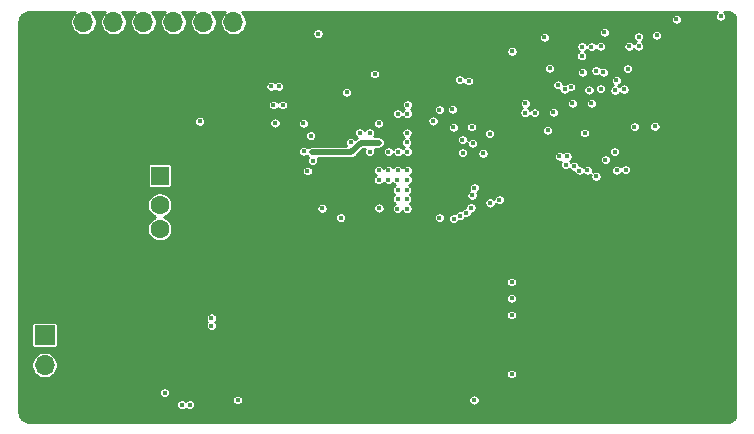
<source format=gbr>
%TF.GenerationSoftware,KiCad,Pcbnew,5.1.10-1.fc33*%
%TF.CreationDate,2021-08-29T12:40:12-07:00*%
%TF.ProjectId,hardware,68617264-7761-4726-952e-6b696361645f,rev?*%
%TF.SameCoordinates,Original*%
%TF.FileFunction,Copper,L3,Inr*%
%TF.FilePolarity,Positive*%
%FSLAX46Y46*%
G04 Gerber Fmt 4.6, Leading zero omitted, Abs format (unit mm)*
G04 Created by KiCad (PCBNEW 5.1.10-1.fc33) date 2021-08-29 12:40:12*
%MOMM*%
%LPD*%
G01*
G04 APERTURE LIST*
%TA.AperFunction,ComponentPad*%
%ADD10C,1.600000*%
%TD*%
%TA.AperFunction,ComponentPad*%
%ADD11R,1.500000X1.600000*%
%TD*%
%TA.AperFunction,ComponentPad*%
%ADD12C,3.000000*%
%TD*%
%TA.AperFunction,ComponentPad*%
%ADD13O,1.700000X1.700000*%
%TD*%
%TA.AperFunction,ComponentPad*%
%ADD14R,1.700000X1.700000*%
%TD*%
%TA.AperFunction,ViaPad*%
%ADD15C,0.400000*%
%TD*%
%TA.AperFunction,Conductor*%
%ADD16C,0.500000*%
%TD*%
%TA.AperFunction,Conductor*%
%ADD17C,0.254000*%
%TD*%
%TA.AperFunction,Conductor*%
%ADD18C,0.100000*%
%TD*%
G04 APERTURE END LIST*
D10*
%TO.N,GND*%
%TO.C,J2*%
X99000000Y-116000000D03*
%TO.N,/gpio/MUX1-USB1-DP*%
X99000000Y-113500000D03*
%TO.N,/gpio/MUX1-USB1-DN*%
X99000000Y-111500000D03*
D11*
%TO.N,Net-(J2-Pad1)*%
X99000000Y-109000000D03*
D12*
%TO.N,GND*%
X96290000Y-119070000D03*
X96290000Y-105930000D03*
%TD*%
D13*
%TO.N,GND*%
%TO.C,J4*%
X89250000Y-127580000D03*
%TO.N,/gpio/UART0_RX*%
X89250000Y-125040000D03*
D14*
%TO.N,/gpio/UART0_TX*%
X89250000Y-122500000D03*
%TD*%
D13*
%TO.N,+1V35*%
%TO.C,J3*%
X105240000Y-96000000D03*
%TO.N,+2V5*%
X102700000Y-96000000D03*
%TO.N,+1V1*%
X100160000Y-96000000D03*
%TO.N,+3V0*%
X97620000Y-96000000D03*
%TO.N,+3V3*%
X95080000Y-96000000D03*
%TO.N,+5V*%
X92540000Y-96000000D03*
D14*
%TO.N,GND*%
X90000000Y-96000000D03*
%TD*%
D15*
%TO.N,d5*%
X134086600Y-108204000D03*
X134756582Y-98089689D03*
%TO.N,d7*%
X134785100Y-100266500D03*
X134518400Y-108566000D03*
%TO.N,d4*%
X135204200Y-108559600D03*
X135535863Y-102868491D03*
%TO.N,d6*%
X133940600Y-102870000D03*
X133363430Y-108065980D03*
%TO.N,d3*%
X119964200Y-106959400D03*
X124387243Y-100866843D03*
%TO.N,d1*%
X124612400Y-105968799D03*
X125145800Y-100990400D03*
%TO.N,d0*%
X132715000Y-101320600D03*
X126935280Y-105434214D03*
%TO.N,d11*%
X119964200Y-102997000D03*
X123774200Y-103378000D03*
%TO.N,adr13*%
X119913400Y-110972600D03*
X124433024Y-112392546D03*
%TO.N,adr9*%
X119151400Y-110972600D03*
X123901200Y-112642556D03*
%TO.N,adr7*%
X119151400Y-110210600D03*
X125361700Y-111721900D03*
%TO.N,adr0*%
X119126000Y-111785400D03*
X122669300Y-112547400D03*
%TO.N,adr3*%
X119964200Y-109347000D03*
X126960754Y-111309200D03*
%TO.N,Net-(C1-Pad2)*%
X134990610Y-105386569D03*
X138742341Y-98051525D03*
X142750000Y-95750000D03*
%TO.N,+1V35*%
X129941933Y-102874467D03*
X129921000Y-103682800D03*
X130755218Y-103688222D03*
X132313448Y-103647932D03*
X139186920Y-104851200D03*
X140924280Y-104825800D03*
X135354190Y-101752400D03*
X136348499Y-98045255D03*
X135548514Y-98081160D03*
X134740600Y-98864570D03*
X131572000Y-97282000D03*
X128828800Y-98463449D03*
X139547600Y-97231200D03*
X141071600Y-97129600D03*
X137655300Y-100939600D03*
X117538500Y-108559600D03*
X117525800Y-109372400D03*
X112400000Y-96975000D03*
X146500000Y-95500000D03*
%TO.N,GND*%
X140096240Y-104759760D03*
X138328400Y-104749600D03*
X125476000Y-102108000D03*
X127000000Y-97790000D03*
X135107680Y-107878880D03*
X132283200Y-101904800D03*
X130378200Y-104800400D03*
X130728804Y-102861767D03*
X135260080Y-104805480D03*
X135530329Y-98863201D03*
X133146800Y-98056700D03*
X133464300Y-100215700D03*
X140258800Y-97142300D03*
X142252700Y-97155000D03*
X114363500Y-109372400D03*
X113563400Y-109385100D03*
X112750600Y-109372400D03*
X114363500Y-108559600D03*
X114363500Y-107759500D03*
X114376200Y-110159800D03*
X113563400Y-110172500D03*
X111150400Y-109347000D03*
X114376200Y-110921800D03*
X119092337Y-105363599D03*
X137172700Y-99834700D03*
X132257800Y-104736900D03*
X125730000Y-97790000D03*
X124460000Y-97790000D03*
X108712000Y-100584000D03*
X110744000Y-101092000D03*
X105156000Y-112268000D03*
X103632000Y-114808000D03*
X104140000Y-116332000D03*
X104000000Y-128800000D03*
X144272000Y-109728000D03*
X145796000Y-105664000D03*
X145796000Y-107188000D03*
X145000000Y-98600000D03*
X128016000Y-95504000D03*
X133604000Y-95504000D03*
X131064000Y-95504000D03*
X102800000Y-128500000D03*
X98000000Y-125400000D03*
X141772640Y-104744520D03*
X123775000Y-120750000D03*
X125450000Y-120700000D03*
%TO.N,dba1*%
X118364000Y-108559600D03*
X139549162Y-98044568D03*
%TO.N,dba2*%
X119126000Y-109372400D03*
X125450600Y-110667800D03*
X138303000Y-101676200D03*
X137693400Y-108534200D03*
%TO.N,dba0*%
X119954406Y-108546999D03*
X125636202Y-110024998D03*
%TO.N,/ram/!LDQS*%
X133479647Y-107366090D03*
X133793904Y-101497335D03*
%TO.N,adr15*%
X138633200Y-99949000D03*
X127762000Y-111029800D03*
X138455400Y-108483400D03*
X119938800Y-111785400D03*
%TO.N,/DVREF*%
X117551200Y-104571800D03*
X114833400Y-101930200D03*
%TO.N,Net-(R6-Pad1)*%
X119151400Y-103764080D03*
%TO.N,/ram/!RST*%
X119913400Y-110210600D03*
X124967299Y-112122000D03*
%TO.N,/ram/!WE*%
X119151400Y-108559600D03*
X137552951Y-101764351D03*
X137530840Y-106963474D03*
X126371400Y-107118200D03*
%TO.N,/ram/!CS*%
X119938800Y-105384600D03*
X123850400Y-104918789D03*
X125488700Y-106273600D03*
X125399800Y-104876600D03*
%TO.N,/ram/!CKE*%
X118364000Y-109347000D03*
X136652000Y-96875600D03*
%TO.N,/ram/!CK*%
X136728200Y-107645200D03*
X136570720Y-100243640D03*
%TO.N,/ram/!CAS*%
X136342123Y-101645915D03*
X119926100Y-106184700D03*
%TO.N,/ram/ODT*%
X119176800Y-106959400D03*
X124643857Y-107048057D03*
%TO.N,/ram/CK*%
X135940800Y-109067600D03*
X135940800Y-100101400D03*
%TO.N,/ram/!RAS*%
X122148600Y-104368600D03*
X118363999Y-106959400D03*
%TO.N,/ram/LDQS*%
X133273800Y-101676200D03*
X132829914Y-107363475D03*
%TO.N,/ram/LDM*%
X131851400Y-105168799D03*
X132003800Y-99923600D03*
%TO.N,/ram/UDM*%
X119948960Y-103759000D03*
X122682000Y-103403400D03*
%TO.N,+2V5*%
X117200000Y-100400000D03*
%TO.N,+1V1*%
X111798100Y-105625900D03*
X117558820Y-111747300D03*
X116776500Y-106959400D03*
X115938300Y-105371900D03*
X114335620Y-112575280D03*
%TO.N,+3V0*%
X111495840Y-108610400D03*
X111912400Y-107010200D03*
X117563999Y-106197400D03*
%TO.N,+3V3*%
X116763800Y-105359200D03*
X111937800Y-107746800D03*
X112750600Y-111760000D03*
X108762800Y-104546400D03*
X102400000Y-104400000D03*
X128800000Y-118000000D03*
X128800000Y-119400000D03*
X128800000Y-120800000D03*
X128800000Y-125800000D03*
X99420000Y-127380000D03*
X105600000Y-128000000D03*
X125600000Y-128000000D03*
%TO.N,/VCC-EFUSE*%
X115163600Y-106172000D03*
%TO.N,Net-(C99-Pad1)*%
X111201200Y-106934000D03*
%TO.N,Net-(R30-Pad1)*%
X111150400Y-104571800D03*
%TO.N,/gpio/USB1-DP*%
X108432200Y-101450875D03*
X100875000Y-128400000D03*
%TO.N,/gpio/USB1-DN*%
X109082200Y-101450875D03*
X101525000Y-128400000D03*
%TO.N,/gpio/USB0-DP*%
X108611083Y-103019812D03*
%TO.N,/gpio/USB0-DN*%
X109411083Y-103019812D03*
%TO.N,/gpio/MUX2-USB1-DP*%
X103372170Y-121047170D03*
%TO.N,/gpio/MUX2-USB1-DN*%
X103372170Y-121697170D03*
%TD*%
D16*
%TO.N,+3V0*%
X115213402Y-107010200D02*
X111912400Y-107010200D01*
X116026202Y-106197400D02*
X115213402Y-107010200D01*
X117563999Y-106197400D02*
X116026202Y-106197400D01*
%TD*%
D17*
%TO.N,GND*%
X91664602Y-95281579D02*
X91541266Y-95466165D01*
X91456310Y-95671266D01*
X91413000Y-95889000D01*
X91413000Y-96111000D01*
X91456310Y-96328734D01*
X91541266Y-96533835D01*
X91664602Y-96718421D01*
X91821579Y-96875398D01*
X92006165Y-96998734D01*
X92211266Y-97083690D01*
X92429000Y-97127000D01*
X92651000Y-97127000D01*
X92868734Y-97083690D01*
X93073835Y-96998734D01*
X93258421Y-96875398D01*
X93415398Y-96718421D01*
X93538734Y-96533835D01*
X93623690Y-96328734D01*
X93667000Y-96111000D01*
X93667000Y-95889000D01*
X93623690Y-95671266D01*
X93538734Y-95466165D01*
X93415398Y-95281579D01*
X93260819Y-95127000D01*
X94359181Y-95127000D01*
X94204602Y-95281579D01*
X94081266Y-95466165D01*
X93996310Y-95671266D01*
X93953000Y-95889000D01*
X93953000Y-96111000D01*
X93996310Y-96328734D01*
X94081266Y-96533835D01*
X94204602Y-96718421D01*
X94361579Y-96875398D01*
X94546165Y-96998734D01*
X94751266Y-97083690D01*
X94969000Y-97127000D01*
X95191000Y-97127000D01*
X95408734Y-97083690D01*
X95613835Y-96998734D01*
X95798421Y-96875398D01*
X95955398Y-96718421D01*
X96078734Y-96533835D01*
X96163690Y-96328734D01*
X96207000Y-96111000D01*
X96207000Y-95889000D01*
X96163690Y-95671266D01*
X96078734Y-95466165D01*
X95955398Y-95281579D01*
X95800819Y-95127000D01*
X96899181Y-95127000D01*
X96744602Y-95281579D01*
X96621266Y-95466165D01*
X96536310Y-95671266D01*
X96493000Y-95889000D01*
X96493000Y-96111000D01*
X96536310Y-96328734D01*
X96621266Y-96533835D01*
X96744602Y-96718421D01*
X96901579Y-96875398D01*
X97086165Y-96998734D01*
X97291266Y-97083690D01*
X97509000Y-97127000D01*
X97731000Y-97127000D01*
X97948734Y-97083690D01*
X98153835Y-96998734D01*
X98338421Y-96875398D01*
X98495398Y-96718421D01*
X98618734Y-96533835D01*
X98703690Y-96328734D01*
X98747000Y-96111000D01*
X98747000Y-95889000D01*
X98703690Y-95671266D01*
X98618734Y-95466165D01*
X98495398Y-95281579D01*
X98340819Y-95127000D01*
X99439181Y-95127000D01*
X99284602Y-95281579D01*
X99161266Y-95466165D01*
X99076310Y-95671266D01*
X99033000Y-95889000D01*
X99033000Y-96111000D01*
X99076310Y-96328734D01*
X99161266Y-96533835D01*
X99284602Y-96718421D01*
X99441579Y-96875398D01*
X99626165Y-96998734D01*
X99831266Y-97083690D01*
X100049000Y-97127000D01*
X100271000Y-97127000D01*
X100488734Y-97083690D01*
X100693835Y-96998734D01*
X100878421Y-96875398D01*
X101035398Y-96718421D01*
X101158734Y-96533835D01*
X101243690Y-96328734D01*
X101287000Y-96111000D01*
X101287000Y-95889000D01*
X101243690Y-95671266D01*
X101158734Y-95466165D01*
X101035398Y-95281579D01*
X100880819Y-95127000D01*
X101979181Y-95127000D01*
X101824602Y-95281579D01*
X101701266Y-95466165D01*
X101616310Y-95671266D01*
X101573000Y-95889000D01*
X101573000Y-96111000D01*
X101616310Y-96328734D01*
X101701266Y-96533835D01*
X101824602Y-96718421D01*
X101981579Y-96875398D01*
X102166165Y-96998734D01*
X102371266Y-97083690D01*
X102589000Y-97127000D01*
X102811000Y-97127000D01*
X103028734Y-97083690D01*
X103233835Y-96998734D01*
X103418421Y-96875398D01*
X103575398Y-96718421D01*
X103698734Y-96533835D01*
X103783690Y-96328734D01*
X103827000Y-96111000D01*
X103827000Y-95889000D01*
X103783690Y-95671266D01*
X103698734Y-95466165D01*
X103575398Y-95281579D01*
X103420819Y-95127000D01*
X104519181Y-95127000D01*
X104364602Y-95281579D01*
X104241266Y-95466165D01*
X104156310Y-95671266D01*
X104113000Y-95889000D01*
X104113000Y-96111000D01*
X104156310Y-96328734D01*
X104241266Y-96533835D01*
X104364602Y-96718421D01*
X104521579Y-96875398D01*
X104706165Y-96998734D01*
X104911266Y-97083690D01*
X105129000Y-97127000D01*
X105351000Y-97127000D01*
X105568734Y-97083690D01*
X105773835Y-96998734D01*
X105879666Y-96928020D01*
X111923000Y-96928020D01*
X111923000Y-97021980D01*
X111941331Y-97114136D01*
X111977288Y-97200944D01*
X112029490Y-97279070D01*
X112095930Y-97345510D01*
X112174056Y-97397712D01*
X112260864Y-97433669D01*
X112353020Y-97452000D01*
X112446980Y-97452000D01*
X112539136Y-97433669D01*
X112625944Y-97397712D01*
X112704070Y-97345510D01*
X112770510Y-97279070D01*
X112799943Y-97235020D01*
X131095000Y-97235020D01*
X131095000Y-97328980D01*
X131113331Y-97421136D01*
X131149288Y-97507944D01*
X131201490Y-97586070D01*
X131267930Y-97652510D01*
X131346056Y-97704712D01*
X131432864Y-97740669D01*
X131525020Y-97759000D01*
X131618980Y-97759000D01*
X131711136Y-97740669D01*
X131797944Y-97704712D01*
X131876070Y-97652510D01*
X131942510Y-97586070D01*
X131994712Y-97507944D01*
X132030669Y-97421136D01*
X132049000Y-97328980D01*
X132049000Y-97235020D01*
X132030669Y-97142864D01*
X131994712Y-97056056D01*
X131942510Y-96977930D01*
X131876070Y-96911490D01*
X131797944Y-96859288D01*
X131723905Y-96828620D01*
X136175000Y-96828620D01*
X136175000Y-96922580D01*
X136193331Y-97014736D01*
X136229288Y-97101544D01*
X136281490Y-97179670D01*
X136347930Y-97246110D01*
X136426056Y-97298312D01*
X136512864Y-97334269D01*
X136605020Y-97352600D01*
X136698980Y-97352600D01*
X136791136Y-97334269D01*
X136877944Y-97298312D01*
X136956070Y-97246110D01*
X137022510Y-97179670D01*
X137074712Y-97101544D01*
X137110669Y-97014736D01*
X137129000Y-96922580D01*
X137129000Y-96828620D01*
X137110669Y-96736464D01*
X137074712Y-96649656D01*
X137022510Y-96571530D01*
X136956070Y-96505090D01*
X136877944Y-96452888D01*
X136791136Y-96416931D01*
X136698980Y-96398600D01*
X136605020Y-96398600D01*
X136512864Y-96416931D01*
X136426056Y-96452888D01*
X136347930Y-96505090D01*
X136281490Y-96571530D01*
X136229288Y-96649656D01*
X136193331Y-96736464D01*
X136175000Y-96828620D01*
X131723905Y-96828620D01*
X131711136Y-96823331D01*
X131618980Y-96805000D01*
X131525020Y-96805000D01*
X131432864Y-96823331D01*
X131346056Y-96859288D01*
X131267930Y-96911490D01*
X131201490Y-96977930D01*
X131149288Y-97056056D01*
X131113331Y-97142864D01*
X131095000Y-97235020D01*
X112799943Y-97235020D01*
X112822712Y-97200944D01*
X112858669Y-97114136D01*
X112877000Y-97021980D01*
X112877000Y-96928020D01*
X112858669Y-96835864D01*
X112822712Y-96749056D01*
X112770510Y-96670930D01*
X112704070Y-96604490D01*
X112625944Y-96552288D01*
X112539136Y-96516331D01*
X112446980Y-96498000D01*
X112353020Y-96498000D01*
X112260864Y-96516331D01*
X112174056Y-96552288D01*
X112095930Y-96604490D01*
X112029490Y-96670930D01*
X111977288Y-96749056D01*
X111941331Y-96835864D01*
X111923000Y-96928020D01*
X105879666Y-96928020D01*
X105958421Y-96875398D01*
X106115398Y-96718421D01*
X106238734Y-96533835D01*
X106323690Y-96328734D01*
X106367000Y-96111000D01*
X106367000Y-95889000D01*
X106330007Y-95703020D01*
X142273000Y-95703020D01*
X142273000Y-95796980D01*
X142291331Y-95889136D01*
X142327288Y-95975944D01*
X142379490Y-96054070D01*
X142445930Y-96120510D01*
X142524056Y-96172712D01*
X142610864Y-96208669D01*
X142703020Y-96227000D01*
X142796980Y-96227000D01*
X142889136Y-96208669D01*
X142975944Y-96172712D01*
X143054070Y-96120510D01*
X143120510Y-96054070D01*
X143172712Y-95975944D01*
X143208669Y-95889136D01*
X143227000Y-95796980D01*
X143227000Y-95703020D01*
X143208669Y-95610864D01*
X143172712Y-95524056D01*
X143120510Y-95445930D01*
X143054070Y-95379490D01*
X142975944Y-95327288D01*
X142889136Y-95291331D01*
X142796980Y-95273000D01*
X142703020Y-95273000D01*
X142610864Y-95291331D01*
X142524056Y-95327288D01*
X142445930Y-95379490D01*
X142379490Y-95445930D01*
X142327288Y-95524056D01*
X142291331Y-95610864D01*
X142273000Y-95703020D01*
X106330007Y-95703020D01*
X106323690Y-95671266D01*
X106238734Y-95466165D01*
X106115398Y-95281579D01*
X105960819Y-95127000D01*
X146199657Y-95127000D01*
X146195930Y-95129490D01*
X146129490Y-95195930D01*
X146077288Y-95274056D01*
X146041331Y-95360864D01*
X146023000Y-95453020D01*
X146023000Y-95546980D01*
X146041331Y-95639136D01*
X146077288Y-95725944D01*
X146129490Y-95804070D01*
X146195930Y-95870510D01*
X146274056Y-95922712D01*
X146360864Y-95958669D01*
X146453020Y-95977000D01*
X146546980Y-95977000D01*
X146639136Y-95958669D01*
X146725944Y-95922712D01*
X146804070Y-95870510D01*
X146870510Y-95804070D01*
X146922712Y-95725944D01*
X146958669Y-95639136D01*
X146977000Y-95546980D01*
X146977000Y-95453020D01*
X146958669Y-95360864D01*
X146922712Y-95274056D01*
X146870510Y-95195930D01*
X146804070Y-95129490D01*
X146800343Y-95127000D01*
X146993766Y-95127000D01*
X147170189Y-95144376D01*
X147333850Y-95194022D01*
X147484672Y-95274638D01*
X147616870Y-95383130D01*
X147721001Y-95510014D01*
X147721000Y-129489987D01*
X147616870Y-129616870D01*
X147484672Y-129725362D01*
X147333850Y-129805978D01*
X147170189Y-129855624D01*
X146993766Y-129873000D01*
X88006234Y-129873000D01*
X87829811Y-129855624D01*
X87666150Y-129805978D01*
X87515328Y-129725362D01*
X87383130Y-129616870D01*
X87274638Y-129484672D01*
X87194022Y-129333850D01*
X87144376Y-129170189D01*
X87127000Y-128993766D01*
X87127000Y-128353020D01*
X100398000Y-128353020D01*
X100398000Y-128446980D01*
X100416331Y-128539136D01*
X100452288Y-128625944D01*
X100504490Y-128704070D01*
X100570930Y-128770510D01*
X100649056Y-128822712D01*
X100735864Y-128858669D01*
X100828020Y-128877000D01*
X100921980Y-128877000D01*
X101014136Y-128858669D01*
X101100944Y-128822712D01*
X101179070Y-128770510D01*
X101200000Y-128749580D01*
X101220930Y-128770510D01*
X101299056Y-128822712D01*
X101385864Y-128858669D01*
X101478020Y-128877000D01*
X101571980Y-128877000D01*
X101664136Y-128858669D01*
X101750944Y-128822712D01*
X101829070Y-128770510D01*
X101895510Y-128704070D01*
X101947712Y-128625944D01*
X101983669Y-128539136D01*
X102002000Y-128446980D01*
X102002000Y-128353020D01*
X101983669Y-128260864D01*
X101947712Y-128174056D01*
X101895510Y-128095930D01*
X101829070Y-128029490D01*
X101750944Y-127977288D01*
X101692356Y-127953020D01*
X105123000Y-127953020D01*
X105123000Y-128046980D01*
X105141331Y-128139136D01*
X105177288Y-128225944D01*
X105229490Y-128304070D01*
X105295930Y-128370510D01*
X105374056Y-128422712D01*
X105460864Y-128458669D01*
X105553020Y-128477000D01*
X105646980Y-128477000D01*
X105739136Y-128458669D01*
X105825944Y-128422712D01*
X105904070Y-128370510D01*
X105970510Y-128304070D01*
X106022712Y-128225944D01*
X106058669Y-128139136D01*
X106077000Y-128046980D01*
X106077000Y-127953020D01*
X125123000Y-127953020D01*
X125123000Y-128046980D01*
X125141331Y-128139136D01*
X125177288Y-128225944D01*
X125229490Y-128304070D01*
X125295930Y-128370510D01*
X125374056Y-128422712D01*
X125460864Y-128458669D01*
X125553020Y-128477000D01*
X125646980Y-128477000D01*
X125739136Y-128458669D01*
X125825944Y-128422712D01*
X125904070Y-128370510D01*
X125970510Y-128304070D01*
X126022712Y-128225944D01*
X126058669Y-128139136D01*
X126077000Y-128046980D01*
X126077000Y-127953020D01*
X126058669Y-127860864D01*
X126022712Y-127774056D01*
X125970510Y-127695930D01*
X125904070Y-127629490D01*
X125825944Y-127577288D01*
X125739136Y-127541331D01*
X125646980Y-127523000D01*
X125553020Y-127523000D01*
X125460864Y-127541331D01*
X125374056Y-127577288D01*
X125295930Y-127629490D01*
X125229490Y-127695930D01*
X125177288Y-127774056D01*
X125141331Y-127860864D01*
X125123000Y-127953020D01*
X106077000Y-127953020D01*
X106058669Y-127860864D01*
X106022712Y-127774056D01*
X105970510Y-127695930D01*
X105904070Y-127629490D01*
X105825944Y-127577288D01*
X105739136Y-127541331D01*
X105646980Y-127523000D01*
X105553020Y-127523000D01*
X105460864Y-127541331D01*
X105374056Y-127577288D01*
X105295930Y-127629490D01*
X105229490Y-127695930D01*
X105177288Y-127774056D01*
X105141331Y-127860864D01*
X105123000Y-127953020D01*
X101692356Y-127953020D01*
X101664136Y-127941331D01*
X101571980Y-127923000D01*
X101478020Y-127923000D01*
X101385864Y-127941331D01*
X101299056Y-127977288D01*
X101220930Y-128029490D01*
X101200000Y-128050420D01*
X101179070Y-128029490D01*
X101100944Y-127977288D01*
X101014136Y-127941331D01*
X100921980Y-127923000D01*
X100828020Y-127923000D01*
X100735864Y-127941331D01*
X100649056Y-127977288D01*
X100570930Y-128029490D01*
X100504490Y-128095930D01*
X100452288Y-128174056D01*
X100416331Y-128260864D01*
X100398000Y-128353020D01*
X87127000Y-128353020D01*
X87127000Y-127333020D01*
X98943000Y-127333020D01*
X98943000Y-127426980D01*
X98961331Y-127519136D01*
X98997288Y-127605944D01*
X99049490Y-127684070D01*
X99115930Y-127750510D01*
X99194056Y-127802712D01*
X99280864Y-127838669D01*
X99373020Y-127857000D01*
X99466980Y-127857000D01*
X99559136Y-127838669D01*
X99645944Y-127802712D01*
X99724070Y-127750510D01*
X99790510Y-127684070D01*
X99842712Y-127605944D01*
X99878669Y-127519136D01*
X99897000Y-127426980D01*
X99897000Y-127333020D01*
X99878669Y-127240864D01*
X99842712Y-127154056D01*
X99790510Y-127075930D01*
X99724070Y-127009490D01*
X99645944Y-126957288D01*
X99559136Y-126921331D01*
X99466980Y-126903000D01*
X99373020Y-126903000D01*
X99280864Y-126921331D01*
X99194056Y-126957288D01*
X99115930Y-127009490D01*
X99049490Y-127075930D01*
X98997288Y-127154056D01*
X98961331Y-127240864D01*
X98943000Y-127333020D01*
X87127000Y-127333020D01*
X87127000Y-124929000D01*
X88123000Y-124929000D01*
X88123000Y-125151000D01*
X88166310Y-125368734D01*
X88251266Y-125573835D01*
X88374602Y-125758421D01*
X88531579Y-125915398D01*
X88716165Y-126038734D01*
X88921266Y-126123690D01*
X89139000Y-126167000D01*
X89361000Y-126167000D01*
X89578734Y-126123690D01*
X89783835Y-126038734D01*
X89968421Y-125915398D01*
X90125398Y-125758421D01*
X90129006Y-125753020D01*
X128323000Y-125753020D01*
X128323000Y-125846980D01*
X128341331Y-125939136D01*
X128377288Y-126025944D01*
X128429490Y-126104070D01*
X128495930Y-126170510D01*
X128574056Y-126222712D01*
X128660864Y-126258669D01*
X128753020Y-126277000D01*
X128846980Y-126277000D01*
X128939136Y-126258669D01*
X129025944Y-126222712D01*
X129104070Y-126170510D01*
X129170510Y-126104070D01*
X129222712Y-126025944D01*
X129258669Y-125939136D01*
X129277000Y-125846980D01*
X129277000Y-125753020D01*
X129258669Y-125660864D01*
X129222712Y-125574056D01*
X129170510Y-125495930D01*
X129104070Y-125429490D01*
X129025944Y-125377288D01*
X128939136Y-125341331D01*
X128846980Y-125323000D01*
X128753020Y-125323000D01*
X128660864Y-125341331D01*
X128574056Y-125377288D01*
X128495930Y-125429490D01*
X128429490Y-125495930D01*
X128377288Y-125574056D01*
X128341331Y-125660864D01*
X128323000Y-125753020D01*
X90129006Y-125753020D01*
X90248734Y-125573835D01*
X90333690Y-125368734D01*
X90377000Y-125151000D01*
X90377000Y-124929000D01*
X90333690Y-124711266D01*
X90248734Y-124506165D01*
X90125398Y-124321579D01*
X89968421Y-124164602D01*
X89783835Y-124041266D01*
X89578734Y-123956310D01*
X89361000Y-123913000D01*
X89139000Y-123913000D01*
X88921266Y-123956310D01*
X88716165Y-124041266D01*
X88531579Y-124164602D01*
X88374602Y-124321579D01*
X88251266Y-124506165D01*
X88166310Y-124711266D01*
X88123000Y-124929000D01*
X87127000Y-124929000D01*
X87127000Y-121650000D01*
X88121660Y-121650000D01*
X88121660Y-123350000D01*
X88127008Y-123404301D01*
X88142847Y-123456516D01*
X88168569Y-123504637D01*
X88203184Y-123546816D01*
X88245363Y-123581431D01*
X88293484Y-123607153D01*
X88345699Y-123622992D01*
X88400000Y-123628340D01*
X90100000Y-123628340D01*
X90154301Y-123622992D01*
X90206516Y-123607153D01*
X90254637Y-123581431D01*
X90296816Y-123546816D01*
X90331431Y-123504637D01*
X90357153Y-123456516D01*
X90372992Y-123404301D01*
X90378340Y-123350000D01*
X90378340Y-121650000D01*
X90372992Y-121595699D01*
X90357153Y-121543484D01*
X90331431Y-121495363D01*
X90296816Y-121453184D01*
X90254637Y-121418569D01*
X90206516Y-121392847D01*
X90154301Y-121377008D01*
X90100000Y-121371660D01*
X88400000Y-121371660D01*
X88345699Y-121377008D01*
X88293484Y-121392847D01*
X88245363Y-121418569D01*
X88203184Y-121453184D01*
X88168569Y-121495363D01*
X88142847Y-121543484D01*
X88127008Y-121595699D01*
X88121660Y-121650000D01*
X87127000Y-121650000D01*
X87127000Y-121000190D01*
X102895170Y-121000190D01*
X102895170Y-121094150D01*
X102913501Y-121186306D01*
X102949458Y-121273114D01*
X103001660Y-121351240D01*
X103022590Y-121372170D01*
X103001660Y-121393100D01*
X102949458Y-121471226D01*
X102913501Y-121558034D01*
X102895170Y-121650190D01*
X102895170Y-121744150D01*
X102913501Y-121836306D01*
X102949458Y-121923114D01*
X103001660Y-122001240D01*
X103068100Y-122067680D01*
X103146226Y-122119882D01*
X103233034Y-122155839D01*
X103325190Y-122174170D01*
X103419150Y-122174170D01*
X103511306Y-122155839D01*
X103598114Y-122119882D01*
X103676240Y-122067680D01*
X103742680Y-122001240D01*
X103794882Y-121923114D01*
X103830839Y-121836306D01*
X103849170Y-121744150D01*
X103849170Y-121650190D01*
X103830839Y-121558034D01*
X103794882Y-121471226D01*
X103742680Y-121393100D01*
X103721750Y-121372170D01*
X103742680Y-121351240D01*
X103794882Y-121273114D01*
X103830839Y-121186306D01*
X103849170Y-121094150D01*
X103849170Y-121000190D01*
X103830839Y-120908034D01*
X103794882Y-120821226D01*
X103749309Y-120753020D01*
X128323000Y-120753020D01*
X128323000Y-120846980D01*
X128341331Y-120939136D01*
X128377288Y-121025944D01*
X128429490Y-121104070D01*
X128495930Y-121170510D01*
X128574056Y-121222712D01*
X128660864Y-121258669D01*
X128753020Y-121277000D01*
X128846980Y-121277000D01*
X128939136Y-121258669D01*
X129025944Y-121222712D01*
X129104070Y-121170510D01*
X129170510Y-121104070D01*
X129222712Y-121025944D01*
X129258669Y-120939136D01*
X129277000Y-120846980D01*
X129277000Y-120753020D01*
X129258669Y-120660864D01*
X129222712Y-120574056D01*
X129170510Y-120495930D01*
X129104070Y-120429490D01*
X129025944Y-120377288D01*
X128939136Y-120341331D01*
X128846980Y-120323000D01*
X128753020Y-120323000D01*
X128660864Y-120341331D01*
X128574056Y-120377288D01*
X128495930Y-120429490D01*
X128429490Y-120495930D01*
X128377288Y-120574056D01*
X128341331Y-120660864D01*
X128323000Y-120753020D01*
X103749309Y-120753020D01*
X103742680Y-120743100D01*
X103676240Y-120676660D01*
X103598114Y-120624458D01*
X103511306Y-120588501D01*
X103419150Y-120570170D01*
X103325190Y-120570170D01*
X103233034Y-120588501D01*
X103146226Y-120624458D01*
X103068100Y-120676660D01*
X103001660Y-120743100D01*
X102949458Y-120821226D01*
X102913501Y-120908034D01*
X102895170Y-121000190D01*
X87127000Y-121000190D01*
X87127000Y-119353020D01*
X128323000Y-119353020D01*
X128323000Y-119446980D01*
X128341331Y-119539136D01*
X128377288Y-119625944D01*
X128429490Y-119704070D01*
X128495930Y-119770510D01*
X128574056Y-119822712D01*
X128660864Y-119858669D01*
X128753020Y-119877000D01*
X128846980Y-119877000D01*
X128939136Y-119858669D01*
X129025944Y-119822712D01*
X129104070Y-119770510D01*
X129170510Y-119704070D01*
X129222712Y-119625944D01*
X129258669Y-119539136D01*
X129277000Y-119446980D01*
X129277000Y-119353020D01*
X129258669Y-119260864D01*
X129222712Y-119174056D01*
X129170510Y-119095930D01*
X129104070Y-119029490D01*
X129025944Y-118977288D01*
X128939136Y-118941331D01*
X128846980Y-118923000D01*
X128753020Y-118923000D01*
X128660864Y-118941331D01*
X128574056Y-118977288D01*
X128495930Y-119029490D01*
X128429490Y-119095930D01*
X128377288Y-119174056D01*
X128341331Y-119260864D01*
X128323000Y-119353020D01*
X87127000Y-119353020D01*
X87127000Y-117953020D01*
X128323000Y-117953020D01*
X128323000Y-118046980D01*
X128341331Y-118139136D01*
X128377288Y-118225944D01*
X128429490Y-118304070D01*
X128495930Y-118370510D01*
X128574056Y-118422712D01*
X128660864Y-118458669D01*
X128753020Y-118477000D01*
X128846980Y-118477000D01*
X128939136Y-118458669D01*
X129025944Y-118422712D01*
X129104070Y-118370510D01*
X129170510Y-118304070D01*
X129222712Y-118225944D01*
X129258669Y-118139136D01*
X129277000Y-118046980D01*
X129277000Y-117953020D01*
X129258669Y-117860864D01*
X129222712Y-117774056D01*
X129170510Y-117695930D01*
X129104070Y-117629490D01*
X129025944Y-117577288D01*
X128939136Y-117541331D01*
X128846980Y-117523000D01*
X128753020Y-117523000D01*
X128660864Y-117541331D01*
X128574056Y-117577288D01*
X128495930Y-117629490D01*
X128429490Y-117695930D01*
X128377288Y-117774056D01*
X128341331Y-117860864D01*
X128323000Y-117953020D01*
X87127000Y-117953020D01*
X87127000Y-111393925D01*
X97923000Y-111393925D01*
X97923000Y-111606075D01*
X97964389Y-111814149D01*
X98045575Y-112010151D01*
X98163440Y-112186547D01*
X98313453Y-112336560D01*
X98489849Y-112454425D01*
X98599878Y-112500000D01*
X98489849Y-112545575D01*
X98313453Y-112663440D01*
X98163440Y-112813453D01*
X98045575Y-112989849D01*
X97964389Y-113185851D01*
X97923000Y-113393925D01*
X97923000Y-113606075D01*
X97964389Y-113814149D01*
X98045575Y-114010151D01*
X98163440Y-114186547D01*
X98313453Y-114336560D01*
X98489849Y-114454425D01*
X98685851Y-114535611D01*
X98893925Y-114577000D01*
X99106075Y-114577000D01*
X99314149Y-114535611D01*
X99510151Y-114454425D01*
X99686547Y-114336560D01*
X99836560Y-114186547D01*
X99954425Y-114010151D01*
X100035611Y-113814149D01*
X100077000Y-113606075D01*
X100077000Y-113393925D01*
X100035611Y-113185851D01*
X99954425Y-112989849D01*
X99836560Y-112813453D01*
X99686547Y-112663440D01*
X99510151Y-112545575D01*
X99468445Y-112528300D01*
X113858620Y-112528300D01*
X113858620Y-112622260D01*
X113876951Y-112714416D01*
X113912908Y-112801224D01*
X113965110Y-112879350D01*
X114031550Y-112945790D01*
X114109676Y-112997992D01*
X114196484Y-113033949D01*
X114288640Y-113052280D01*
X114382600Y-113052280D01*
X114474756Y-113033949D01*
X114561564Y-112997992D01*
X114639690Y-112945790D01*
X114706130Y-112879350D01*
X114758332Y-112801224D01*
X114794289Y-112714416D01*
X114812620Y-112622260D01*
X114812620Y-112528300D01*
X114807075Y-112500420D01*
X122192300Y-112500420D01*
X122192300Y-112594380D01*
X122210631Y-112686536D01*
X122246588Y-112773344D01*
X122298790Y-112851470D01*
X122365230Y-112917910D01*
X122443356Y-112970112D01*
X122530164Y-113006069D01*
X122622320Y-113024400D01*
X122716280Y-113024400D01*
X122808436Y-113006069D01*
X122895244Y-112970112D01*
X122973370Y-112917910D01*
X123039810Y-112851470D01*
X123092012Y-112773344D01*
X123127969Y-112686536D01*
X123146062Y-112595576D01*
X123424200Y-112595576D01*
X123424200Y-112689536D01*
X123442531Y-112781692D01*
X123478488Y-112868500D01*
X123530690Y-112946626D01*
X123597130Y-113013066D01*
X123675256Y-113065268D01*
X123762064Y-113101225D01*
X123854220Y-113119556D01*
X123948180Y-113119556D01*
X124040336Y-113101225D01*
X124127144Y-113065268D01*
X124205270Y-113013066D01*
X124271710Y-112946626D01*
X124323912Y-112868500D01*
X124328241Y-112858048D01*
X124386044Y-112869546D01*
X124480004Y-112869546D01*
X124572160Y-112851215D01*
X124658968Y-112815258D01*
X124737094Y-112763056D01*
X124803534Y-112696616D01*
X124855736Y-112618490D01*
X124868111Y-112588615D01*
X124920319Y-112599000D01*
X125014279Y-112599000D01*
X125106435Y-112580669D01*
X125193243Y-112544712D01*
X125271369Y-112492510D01*
X125337809Y-112426070D01*
X125390011Y-112347944D01*
X125425968Y-112261136D01*
X125439570Y-112192756D01*
X125500836Y-112180569D01*
X125587644Y-112144612D01*
X125665770Y-112092410D01*
X125732210Y-112025970D01*
X125784412Y-111947844D01*
X125820369Y-111861036D01*
X125838700Y-111768880D01*
X125838700Y-111674920D01*
X125820369Y-111582764D01*
X125784412Y-111495956D01*
X125732210Y-111417830D01*
X125665770Y-111351390D01*
X125587644Y-111299188D01*
X125500836Y-111263231D01*
X125495754Y-111262220D01*
X126483754Y-111262220D01*
X126483754Y-111356180D01*
X126502085Y-111448336D01*
X126538042Y-111535144D01*
X126590244Y-111613270D01*
X126656684Y-111679710D01*
X126734810Y-111731912D01*
X126821618Y-111767869D01*
X126913774Y-111786200D01*
X127007734Y-111786200D01*
X127099890Y-111767869D01*
X127186698Y-111731912D01*
X127264824Y-111679710D01*
X127331264Y-111613270D01*
X127383466Y-111535144D01*
X127419423Y-111448336D01*
X127433780Y-111376160D01*
X127457930Y-111400310D01*
X127536056Y-111452512D01*
X127622864Y-111488469D01*
X127715020Y-111506800D01*
X127808980Y-111506800D01*
X127901136Y-111488469D01*
X127987944Y-111452512D01*
X128066070Y-111400310D01*
X128132510Y-111333870D01*
X128184712Y-111255744D01*
X128220669Y-111168936D01*
X128239000Y-111076780D01*
X128239000Y-110982820D01*
X128220669Y-110890664D01*
X128184712Y-110803856D01*
X128132510Y-110725730D01*
X128066070Y-110659290D01*
X127987944Y-110607088D01*
X127901136Y-110571131D01*
X127808980Y-110552800D01*
X127715020Y-110552800D01*
X127622864Y-110571131D01*
X127536056Y-110607088D01*
X127457930Y-110659290D01*
X127391490Y-110725730D01*
X127339288Y-110803856D01*
X127303331Y-110890664D01*
X127288974Y-110962840D01*
X127264824Y-110938690D01*
X127186698Y-110886488D01*
X127099890Y-110850531D01*
X127007734Y-110832200D01*
X126913774Y-110832200D01*
X126821618Y-110850531D01*
X126734810Y-110886488D01*
X126656684Y-110938690D01*
X126590244Y-111005130D01*
X126538042Y-111083256D01*
X126502085Y-111170064D01*
X126483754Y-111262220D01*
X125495754Y-111262220D01*
X125408680Y-111244900D01*
X125314720Y-111244900D01*
X125222564Y-111263231D01*
X125135756Y-111299188D01*
X125057630Y-111351390D01*
X124991190Y-111417830D01*
X124938988Y-111495956D01*
X124903031Y-111582764D01*
X124889429Y-111651144D01*
X124828163Y-111663331D01*
X124741355Y-111699288D01*
X124663229Y-111751490D01*
X124596789Y-111817930D01*
X124544587Y-111896056D01*
X124532212Y-111925931D01*
X124480004Y-111915546D01*
X124386044Y-111915546D01*
X124293888Y-111933877D01*
X124207080Y-111969834D01*
X124128954Y-112022036D01*
X124062514Y-112088476D01*
X124010312Y-112166602D01*
X124005983Y-112177054D01*
X123948180Y-112165556D01*
X123854220Y-112165556D01*
X123762064Y-112183887D01*
X123675256Y-112219844D01*
X123597130Y-112272046D01*
X123530690Y-112338486D01*
X123478488Y-112416612D01*
X123442531Y-112503420D01*
X123424200Y-112595576D01*
X123146062Y-112595576D01*
X123146300Y-112594380D01*
X123146300Y-112500420D01*
X123127969Y-112408264D01*
X123092012Y-112321456D01*
X123039810Y-112243330D01*
X122973370Y-112176890D01*
X122895244Y-112124688D01*
X122808436Y-112088731D01*
X122716280Y-112070400D01*
X122622320Y-112070400D01*
X122530164Y-112088731D01*
X122443356Y-112124688D01*
X122365230Y-112176890D01*
X122298790Y-112243330D01*
X122246588Y-112321456D01*
X122210631Y-112408264D01*
X122192300Y-112500420D01*
X114807075Y-112500420D01*
X114794289Y-112436144D01*
X114758332Y-112349336D01*
X114706130Y-112271210D01*
X114639690Y-112204770D01*
X114561564Y-112152568D01*
X114474756Y-112116611D01*
X114382600Y-112098280D01*
X114288640Y-112098280D01*
X114196484Y-112116611D01*
X114109676Y-112152568D01*
X114031550Y-112204770D01*
X113965110Y-112271210D01*
X113912908Y-112349336D01*
X113876951Y-112436144D01*
X113858620Y-112528300D01*
X99468445Y-112528300D01*
X99400122Y-112500000D01*
X99510151Y-112454425D01*
X99686547Y-112336560D01*
X99836560Y-112186547D01*
X99954425Y-112010151D01*
X100035611Y-111814149D01*
X100055727Y-111713020D01*
X112273600Y-111713020D01*
X112273600Y-111806980D01*
X112291931Y-111899136D01*
X112327888Y-111985944D01*
X112380090Y-112064070D01*
X112446530Y-112130510D01*
X112524656Y-112182712D01*
X112611464Y-112218669D01*
X112703620Y-112237000D01*
X112797580Y-112237000D01*
X112889736Y-112218669D01*
X112976544Y-112182712D01*
X113054670Y-112130510D01*
X113121110Y-112064070D01*
X113173312Y-111985944D01*
X113209269Y-111899136D01*
X113227600Y-111806980D01*
X113227600Y-111713020D01*
X113225074Y-111700320D01*
X117081820Y-111700320D01*
X117081820Y-111794280D01*
X117100151Y-111886436D01*
X117136108Y-111973244D01*
X117188310Y-112051370D01*
X117254750Y-112117810D01*
X117332876Y-112170012D01*
X117419684Y-112205969D01*
X117511840Y-112224300D01*
X117605800Y-112224300D01*
X117697956Y-112205969D01*
X117784764Y-112170012D01*
X117862890Y-112117810D01*
X117929330Y-112051370D01*
X117981532Y-111973244D01*
X118017489Y-111886436D01*
X118035820Y-111794280D01*
X118035820Y-111700320D01*
X118017489Y-111608164D01*
X117981532Y-111521356D01*
X117929330Y-111443230D01*
X117862890Y-111376790D01*
X117784764Y-111324588D01*
X117697956Y-111288631D01*
X117605800Y-111270300D01*
X117511840Y-111270300D01*
X117419684Y-111288631D01*
X117332876Y-111324588D01*
X117254750Y-111376790D01*
X117188310Y-111443230D01*
X117136108Y-111521356D01*
X117100151Y-111608164D01*
X117081820Y-111700320D01*
X113225074Y-111700320D01*
X113209269Y-111620864D01*
X113173312Y-111534056D01*
X113121110Y-111455930D01*
X113054670Y-111389490D01*
X112976544Y-111337288D01*
X112889736Y-111301331D01*
X112797580Y-111283000D01*
X112703620Y-111283000D01*
X112611464Y-111301331D01*
X112524656Y-111337288D01*
X112446530Y-111389490D01*
X112380090Y-111455930D01*
X112327888Y-111534056D01*
X112291931Y-111620864D01*
X112273600Y-111713020D01*
X100055727Y-111713020D01*
X100077000Y-111606075D01*
X100077000Y-111393925D01*
X100035611Y-111185851D01*
X99954425Y-110989849D01*
X99836560Y-110813453D01*
X99686547Y-110663440D01*
X99510151Y-110545575D01*
X99314149Y-110464389D01*
X99106075Y-110423000D01*
X98893925Y-110423000D01*
X98685851Y-110464389D01*
X98489849Y-110545575D01*
X98313453Y-110663440D01*
X98163440Y-110813453D01*
X98045575Y-110989849D01*
X97964389Y-111185851D01*
X97923000Y-111393925D01*
X87127000Y-111393925D01*
X87127000Y-108200000D01*
X97971660Y-108200000D01*
X97971660Y-109800000D01*
X97977008Y-109854301D01*
X97992847Y-109906516D01*
X98018569Y-109954637D01*
X98053184Y-109996816D01*
X98095363Y-110031431D01*
X98143484Y-110057153D01*
X98195699Y-110072992D01*
X98250000Y-110078340D01*
X99750000Y-110078340D01*
X99804301Y-110072992D01*
X99856516Y-110057153D01*
X99904637Y-110031431D01*
X99946816Y-109996816D01*
X99981431Y-109954637D01*
X100007153Y-109906516D01*
X100022992Y-109854301D01*
X100028340Y-109800000D01*
X100028340Y-109325420D01*
X117048800Y-109325420D01*
X117048800Y-109419380D01*
X117067131Y-109511536D01*
X117103088Y-109598344D01*
X117155290Y-109676470D01*
X117221730Y-109742910D01*
X117299856Y-109795112D01*
X117386664Y-109831069D01*
X117478820Y-109849400D01*
X117572780Y-109849400D01*
X117664936Y-109831069D01*
X117751744Y-109795112D01*
X117829870Y-109742910D01*
X117896310Y-109676470D01*
X117948512Y-109598344D01*
X117952242Y-109589338D01*
X117993490Y-109651070D01*
X118059930Y-109717510D01*
X118138056Y-109769712D01*
X118224864Y-109805669D01*
X118317020Y-109824000D01*
X118410980Y-109824000D01*
X118503136Y-109805669D01*
X118589944Y-109769712D01*
X118668070Y-109717510D01*
X118734510Y-109651070D01*
X118736514Y-109648071D01*
X118755490Y-109676470D01*
X118821930Y-109742910D01*
X118900056Y-109795112D01*
X118909062Y-109798842D01*
X118847330Y-109840090D01*
X118780890Y-109906530D01*
X118728688Y-109984656D01*
X118692731Y-110071464D01*
X118674400Y-110163620D01*
X118674400Y-110257580D01*
X118692731Y-110349736D01*
X118728688Y-110436544D01*
X118780890Y-110514670D01*
X118847330Y-110581110D01*
X118863029Y-110591600D01*
X118847330Y-110602090D01*
X118780890Y-110668530D01*
X118728688Y-110746656D01*
X118692731Y-110833464D01*
X118674400Y-110925620D01*
X118674400Y-111019580D01*
X118692731Y-111111736D01*
X118728688Y-111198544D01*
X118780890Y-111276670D01*
X118847330Y-111343110D01*
X118888343Y-111370514D01*
X118821930Y-111414890D01*
X118755490Y-111481330D01*
X118703288Y-111559456D01*
X118667331Y-111646264D01*
X118649000Y-111738420D01*
X118649000Y-111832380D01*
X118667331Y-111924536D01*
X118703288Y-112011344D01*
X118755490Y-112089470D01*
X118821930Y-112155910D01*
X118900056Y-112208112D01*
X118986864Y-112244069D01*
X119079020Y-112262400D01*
X119172980Y-112262400D01*
X119265136Y-112244069D01*
X119351944Y-112208112D01*
X119430070Y-112155910D01*
X119496510Y-112089470D01*
X119532400Y-112035757D01*
X119568290Y-112089470D01*
X119634730Y-112155910D01*
X119712856Y-112208112D01*
X119799664Y-112244069D01*
X119891820Y-112262400D01*
X119985780Y-112262400D01*
X120077936Y-112244069D01*
X120164744Y-112208112D01*
X120242870Y-112155910D01*
X120309310Y-112089470D01*
X120361512Y-112011344D01*
X120397469Y-111924536D01*
X120415800Y-111832380D01*
X120415800Y-111738420D01*
X120397469Y-111646264D01*
X120361512Y-111559456D01*
X120309310Y-111481330D01*
X120242870Y-111414890D01*
X120176457Y-111370514D01*
X120217470Y-111343110D01*
X120283910Y-111276670D01*
X120336112Y-111198544D01*
X120372069Y-111111736D01*
X120390400Y-111019580D01*
X120390400Y-110925620D01*
X120372069Y-110833464D01*
X120336112Y-110746656D01*
X120283910Y-110668530D01*
X120236200Y-110620820D01*
X124973600Y-110620820D01*
X124973600Y-110714780D01*
X124991931Y-110806936D01*
X125027888Y-110893744D01*
X125080090Y-110971870D01*
X125146530Y-111038310D01*
X125224656Y-111090512D01*
X125311464Y-111126469D01*
X125403620Y-111144800D01*
X125497580Y-111144800D01*
X125589736Y-111126469D01*
X125676544Y-111090512D01*
X125754670Y-111038310D01*
X125821110Y-110971870D01*
X125873312Y-110893744D01*
X125909269Y-110806936D01*
X125927600Y-110714780D01*
X125927600Y-110620820D01*
X125909269Y-110528664D01*
X125873312Y-110441856D01*
X125872570Y-110440745D01*
X125940272Y-110395508D01*
X126006712Y-110329068D01*
X126058914Y-110250942D01*
X126094871Y-110164134D01*
X126113202Y-110071978D01*
X126113202Y-109978018D01*
X126094871Y-109885862D01*
X126058914Y-109799054D01*
X126006712Y-109720928D01*
X125940272Y-109654488D01*
X125862146Y-109602286D01*
X125775338Y-109566329D01*
X125683182Y-109547998D01*
X125589222Y-109547998D01*
X125497066Y-109566329D01*
X125410258Y-109602286D01*
X125332132Y-109654488D01*
X125265692Y-109720928D01*
X125213490Y-109799054D01*
X125177533Y-109885862D01*
X125159202Y-109978018D01*
X125159202Y-110071978D01*
X125177533Y-110164134D01*
X125213490Y-110250942D01*
X125214232Y-110252053D01*
X125146530Y-110297290D01*
X125080090Y-110363730D01*
X125027888Y-110441856D01*
X124991931Y-110528664D01*
X124973600Y-110620820D01*
X120236200Y-110620820D01*
X120217470Y-110602090D01*
X120201771Y-110591600D01*
X120217470Y-110581110D01*
X120283910Y-110514670D01*
X120336112Y-110436544D01*
X120372069Y-110349736D01*
X120390400Y-110257580D01*
X120390400Y-110163620D01*
X120372069Y-110071464D01*
X120336112Y-109984656D01*
X120283910Y-109906530D01*
X120217470Y-109840090D01*
X120141992Y-109789657D01*
X120190144Y-109769712D01*
X120268270Y-109717510D01*
X120334710Y-109651070D01*
X120386912Y-109572944D01*
X120422869Y-109486136D01*
X120441200Y-109393980D01*
X120441200Y-109300020D01*
X120422869Y-109207864D01*
X120386912Y-109121056D01*
X120334710Y-109042930D01*
X120268270Y-108976490D01*
X120219237Y-108943727D01*
X120258476Y-108917509D01*
X120324916Y-108851069D01*
X120377118Y-108772943D01*
X120413075Y-108686135D01*
X120431406Y-108593979D01*
X120431406Y-108500019D01*
X120413075Y-108407863D01*
X120377118Y-108321055D01*
X120324916Y-108242929D01*
X120258476Y-108176489D01*
X120180350Y-108124287D01*
X120093542Y-108088330D01*
X120001386Y-108069999D01*
X119907426Y-108069999D01*
X119815270Y-108088330D01*
X119728462Y-108124287D01*
X119650336Y-108176489D01*
X119583896Y-108242929D01*
X119548693Y-108295614D01*
X119521910Y-108255530D01*
X119455470Y-108189090D01*
X119377344Y-108136888D01*
X119290536Y-108100931D01*
X119198380Y-108082600D01*
X119104420Y-108082600D01*
X119012264Y-108100931D01*
X118925456Y-108136888D01*
X118847330Y-108189090D01*
X118780890Y-108255530D01*
X118757700Y-108290236D01*
X118734510Y-108255530D01*
X118668070Y-108189090D01*
X118589944Y-108136888D01*
X118503136Y-108100931D01*
X118410980Y-108082600D01*
X118317020Y-108082600D01*
X118224864Y-108100931D01*
X118138056Y-108136888D01*
X118059930Y-108189090D01*
X117993490Y-108255530D01*
X117951250Y-108318747D01*
X117909010Y-108255530D01*
X117842570Y-108189090D01*
X117764444Y-108136888D01*
X117677636Y-108100931D01*
X117585480Y-108082600D01*
X117491520Y-108082600D01*
X117399364Y-108100931D01*
X117312556Y-108136888D01*
X117234430Y-108189090D01*
X117167990Y-108255530D01*
X117115788Y-108333656D01*
X117079831Y-108420464D01*
X117061500Y-108512620D01*
X117061500Y-108606580D01*
X117079831Y-108698736D01*
X117115788Y-108785544D01*
X117167990Y-108863670D01*
X117234430Y-108930110D01*
X117281793Y-108961757D01*
X117221730Y-109001890D01*
X117155290Y-109068330D01*
X117103088Y-109146456D01*
X117067131Y-109233264D01*
X117048800Y-109325420D01*
X100028340Y-109325420D01*
X100028340Y-108563420D01*
X111018840Y-108563420D01*
X111018840Y-108657380D01*
X111037171Y-108749536D01*
X111073128Y-108836344D01*
X111125330Y-108914470D01*
X111191770Y-108980910D01*
X111269896Y-109033112D01*
X111356704Y-109069069D01*
X111448860Y-109087400D01*
X111542820Y-109087400D01*
X111634976Y-109069069D01*
X111721784Y-109033112D01*
X111799910Y-108980910D01*
X111866350Y-108914470D01*
X111918552Y-108836344D01*
X111954509Y-108749536D01*
X111972840Y-108657380D01*
X111972840Y-108563420D01*
X111954509Y-108471264D01*
X111918552Y-108384456D01*
X111866350Y-108306330D01*
X111799910Y-108239890D01*
X111721784Y-108187688D01*
X111634976Y-108151731D01*
X111542820Y-108133400D01*
X111448860Y-108133400D01*
X111356704Y-108151731D01*
X111269896Y-108187688D01*
X111191770Y-108239890D01*
X111125330Y-108306330D01*
X111073128Y-108384456D01*
X111037171Y-108471264D01*
X111018840Y-108563420D01*
X100028340Y-108563420D01*
X100028340Y-108200000D01*
X100022992Y-108145699D01*
X100007153Y-108093484D01*
X99981431Y-108045363D01*
X99946816Y-108003184D01*
X99904637Y-107968569D01*
X99856516Y-107942847D01*
X99804301Y-107927008D01*
X99750000Y-107921660D01*
X98250000Y-107921660D01*
X98195699Y-107927008D01*
X98143484Y-107942847D01*
X98095363Y-107968569D01*
X98053184Y-108003184D01*
X98018569Y-108045363D01*
X97992847Y-108093484D01*
X97977008Y-108145699D01*
X97971660Y-108200000D01*
X87127000Y-108200000D01*
X87127000Y-106887020D01*
X110724200Y-106887020D01*
X110724200Y-106980980D01*
X110742531Y-107073136D01*
X110778488Y-107159944D01*
X110830690Y-107238070D01*
X110897130Y-107304510D01*
X110975256Y-107356712D01*
X111062064Y-107392669D01*
X111154220Y-107411000D01*
X111248180Y-107411000D01*
X111340336Y-107392669D01*
X111427144Y-107356712D01*
X111483902Y-107318788D01*
X111537952Y-107384648D01*
X111585967Y-107424053D01*
X111567290Y-107442730D01*
X111515088Y-107520856D01*
X111479131Y-107607664D01*
X111460800Y-107699820D01*
X111460800Y-107793780D01*
X111479131Y-107885936D01*
X111515088Y-107972744D01*
X111567290Y-108050870D01*
X111633730Y-108117310D01*
X111711856Y-108169512D01*
X111798664Y-108205469D01*
X111890820Y-108223800D01*
X111984780Y-108223800D01*
X112076936Y-108205469D01*
X112163744Y-108169512D01*
X112241870Y-108117310D01*
X112308310Y-108050870D01*
X112360512Y-107972744D01*
X112396469Y-107885936D01*
X112414800Y-107793780D01*
X112414800Y-107699820D01*
X112396469Y-107607664D01*
X112367282Y-107537200D01*
X115187521Y-107537200D01*
X115213402Y-107539749D01*
X115239283Y-107537200D01*
X115316712Y-107529574D01*
X115416052Y-107499439D01*
X115507604Y-107450504D01*
X115587850Y-107384648D01*
X115604357Y-107364534D01*
X116244493Y-106724400D01*
X116359839Y-106724400D01*
X116353788Y-106733456D01*
X116317831Y-106820264D01*
X116299500Y-106912420D01*
X116299500Y-107006380D01*
X116317831Y-107098536D01*
X116353788Y-107185344D01*
X116405990Y-107263470D01*
X116472430Y-107329910D01*
X116550556Y-107382112D01*
X116637364Y-107418069D01*
X116729520Y-107436400D01*
X116823480Y-107436400D01*
X116915636Y-107418069D01*
X117002444Y-107382112D01*
X117080570Y-107329910D01*
X117147010Y-107263470D01*
X117199212Y-107185344D01*
X117235169Y-107098536D01*
X117253500Y-107006380D01*
X117253500Y-106912420D01*
X117886999Y-106912420D01*
X117886999Y-107006380D01*
X117905330Y-107098536D01*
X117941287Y-107185344D01*
X117993489Y-107263470D01*
X118059929Y-107329910D01*
X118138055Y-107382112D01*
X118224863Y-107418069D01*
X118317019Y-107436400D01*
X118410979Y-107436400D01*
X118503135Y-107418069D01*
X118589943Y-107382112D01*
X118668069Y-107329910D01*
X118734509Y-107263470D01*
X118770400Y-107209756D01*
X118806290Y-107263470D01*
X118872730Y-107329910D01*
X118950856Y-107382112D01*
X119037664Y-107418069D01*
X119129820Y-107436400D01*
X119223780Y-107436400D01*
X119315936Y-107418069D01*
X119402744Y-107382112D01*
X119480870Y-107329910D01*
X119547310Y-107263470D01*
X119570500Y-107228764D01*
X119593690Y-107263470D01*
X119660130Y-107329910D01*
X119738256Y-107382112D01*
X119825064Y-107418069D01*
X119917220Y-107436400D01*
X120011180Y-107436400D01*
X120103336Y-107418069D01*
X120190144Y-107382112D01*
X120268270Y-107329910D01*
X120334710Y-107263470D01*
X120386912Y-107185344D01*
X120422869Y-107098536D01*
X120441200Y-107006380D01*
X120441200Y-107001077D01*
X124166857Y-107001077D01*
X124166857Y-107095037D01*
X124185188Y-107187193D01*
X124221145Y-107274001D01*
X124273347Y-107352127D01*
X124339787Y-107418567D01*
X124417913Y-107470769D01*
X124504721Y-107506726D01*
X124596877Y-107525057D01*
X124690837Y-107525057D01*
X124782993Y-107506726D01*
X124869801Y-107470769D01*
X124947927Y-107418567D01*
X125014367Y-107352127D01*
X125066569Y-107274001D01*
X125102526Y-107187193D01*
X125120857Y-107095037D01*
X125120857Y-107071220D01*
X125894400Y-107071220D01*
X125894400Y-107165180D01*
X125912731Y-107257336D01*
X125948688Y-107344144D01*
X126000890Y-107422270D01*
X126067330Y-107488710D01*
X126145456Y-107540912D01*
X126232264Y-107576869D01*
X126324420Y-107595200D01*
X126418380Y-107595200D01*
X126510536Y-107576869D01*
X126597344Y-107540912D01*
X126675470Y-107488710D01*
X126741910Y-107422270D01*
X126794112Y-107344144D01*
X126805564Y-107316495D01*
X132352914Y-107316495D01*
X132352914Y-107410455D01*
X132371245Y-107502611D01*
X132407202Y-107589419D01*
X132459404Y-107667545D01*
X132525844Y-107733985D01*
X132603970Y-107786187D01*
X132690778Y-107822144D01*
X132782934Y-107840475D01*
X132876894Y-107840475D01*
X132950163Y-107825901D01*
X132940718Y-107840036D01*
X132904761Y-107926844D01*
X132886430Y-108019000D01*
X132886430Y-108112960D01*
X132904761Y-108205116D01*
X132940718Y-108291924D01*
X132992920Y-108370050D01*
X133059360Y-108436490D01*
X133137486Y-108488692D01*
X133224294Y-108524649D01*
X133316450Y-108542980D01*
X133410410Y-108542980D01*
X133502566Y-108524649D01*
X133589374Y-108488692D01*
X133667500Y-108436490D01*
X133667957Y-108436033D01*
X133716090Y-108508070D01*
X133782530Y-108574510D01*
X133860656Y-108626712D01*
X133947464Y-108662669D01*
X134039620Y-108681000D01*
X134054930Y-108681000D01*
X134059731Y-108705136D01*
X134095688Y-108791944D01*
X134147890Y-108870070D01*
X134214330Y-108936510D01*
X134292456Y-108988712D01*
X134379264Y-109024669D01*
X134471420Y-109043000D01*
X134565380Y-109043000D01*
X134657536Y-109024669D01*
X134744344Y-108988712D01*
X134822470Y-108936510D01*
X134864500Y-108894480D01*
X134900130Y-108930110D01*
X134978256Y-108982312D01*
X135065064Y-109018269D01*
X135157220Y-109036600D01*
X135251180Y-109036600D01*
X135343336Y-109018269D01*
X135430144Y-108982312D01*
X135477747Y-108950505D01*
X135463800Y-109020620D01*
X135463800Y-109114580D01*
X135482131Y-109206736D01*
X135518088Y-109293544D01*
X135570290Y-109371670D01*
X135636730Y-109438110D01*
X135714856Y-109490312D01*
X135801664Y-109526269D01*
X135893820Y-109544600D01*
X135987780Y-109544600D01*
X136079936Y-109526269D01*
X136166744Y-109490312D01*
X136244870Y-109438110D01*
X136311310Y-109371670D01*
X136363512Y-109293544D01*
X136399469Y-109206736D01*
X136417800Y-109114580D01*
X136417800Y-109020620D01*
X136399469Y-108928464D01*
X136363512Y-108841656D01*
X136311310Y-108763530D01*
X136244870Y-108697090D01*
X136166744Y-108644888D01*
X136079936Y-108608931D01*
X135987780Y-108590600D01*
X135893820Y-108590600D01*
X135801664Y-108608931D01*
X135714856Y-108644888D01*
X135667253Y-108676695D01*
X135681200Y-108606580D01*
X135681200Y-108512620D01*
X135676148Y-108487220D01*
X137216400Y-108487220D01*
X137216400Y-108581180D01*
X137234731Y-108673336D01*
X137270688Y-108760144D01*
X137322890Y-108838270D01*
X137389330Y-108904710D01*
X137467456Y-108956912D01*
X137554264Y-108992869D01*
X137646420Y-109011200D01*
X137740380Y-109011200D01*
X137832536Y-108992869D01*
X137919344Y-108956912D01*
X137997470Y-108904710D01*
X138063910Y-108838270D01*
X138092661Y-108795241D01*
X138151330Y-108853910D01*
X138229456Y-108906112D01*
X138316264Y-108942069D01*
X138408420Y-108960400D01*
X138502380Y-108960400D01*
X138594536Y-108942069D01*
X138681344Y-108906112D01*
X138759470Y-108853910D01*
X138825910Y-108787470D01*
X138878112Y-108709344D01*
X138914069Y-108622536D01*
X138932400Y-108530380D01*
X138932400Y-108436420D01*
X138914069Y-108344264D01*
X138878112Y-108257456D01*
X138825910Y-108179330D01*
X138759470Y-108112890D01*
X138681344Y-108060688D01*
X138594536Y-108024731D01*
X138502380Y-108006400D01*
X138408420Y-108006400D01*
X138316264Y-108024731D01*
X138229456Y-108060688D01*
X138151330Y-108112890D01*
X138084890Y-108179330D01*
X138056139Y-108222359D01*
X137997470Y-108163690D01*
X137919344Y-108111488D01*
X137832536Y-108075531D01*
X137740380Y-108057200D01*
X137646420Y-108057200D01*
X137554264Y-108075531D01*
X137467456Y-108111488D01*
X137389330Y-108163690D01*
X137322890Y-108230130D01*
X137270688Y-108308256D01*
X137234731Y-108395064D01*
X137216400Y-108487220D01*
X135676148Y-108487220D01*
X135662869Y-108420464D01*
X135626912Y-108333656D01*
X135574710Y-108255530D01*
X135508270Y-108189090D01*
X135430144Y-108136888D01*
X135343336Y-108100931D01*
X135251180Y-108082600D01*
X135157220Y-108082600D01*
X135065064Y-108100931D01*
X134978256Y-108136888D01*
X134900130Y-108189090D01*
X134858100Y-108231120D01*
X134822470Y-108195490D01*
X134744344Y-108143288D01*
X134657536Y-108107331D01*
X134565380Y-108089000D01*
X134550070Y-108089000D01*
X134545269Y-108064864D01*
X134509312Y-107978056D01*
X134457110Y-107899930D01*
X134390670Y-107833490D01*
X134312544Y-107781288D01*
X134225736Y-107745331D01*
X134133580Y-107727000D01*
X134039620Y-107727000D01*
X133947464Y-107745331D01*
X133860656Y-107781288D01*
X133782530Y-107833490D01*
X133782073Y-107833947D01*
X133737612Y-107767406D01*
X133783717Y-107736600D01*
X133850157Y-107670160D01*
X133898225Y-107598220D01*
X136251200Y-107598220D01*
X136251200Y-107692180D01*
X136269531Y-107784336D01*
X136305488Y-107871144D01*
X136357690Y-107949270D01*
X136424130Y-108015710D01*
X136502256Y-108067912D01*
X136589064Y-108103869D01*
X136681220Y-108122200D01*
X136775180Y-108122200D01*
X136867336Y-108103869D01*
X136954144Y-108067912D01*
X137032270Y-108015710D01*
X137098710Y-107949270D01*
X137150912Y-107871144D01*
X137186869Y-107784336D01*
X137205200Y-107692180D01*
X137205200Y-107598220D01*
X137186869Y-107506064D01*
X137150912Y-107419256D01*
X137098710Y-107341130D01*
X137032270Y-107274690D01*
X136954144Y-107222488D01*
X136867336Y-107186531D01*
X136775180Y-107168200D01*
X136681220Y-107168200D01*
X136589064Y-107186531D01*
X136502256Y-107222488D01*
X136424130Y-107274690D01*
X136357690Y-107341130D01*
X136305488Y-107419256D01*
X136269531Y-107506064D01*
X136251200Y-107598220D01*
X133898225Y-107598220D01*
X133902359Y-107592034D01*
X133938316Y-107505226D01*
X133956647Y-107413070D01*
X133956647Y-107319110D01*
X133938316Y-107226954D01*
X133902359Y-107140146D01*
X133850157Y-107062020D01*
X133783717Y-106995580D01*
X133705591Y-106943378D01*
X133640688Y-106916494D01*
X137053840Y-106916494D01*
X137053840Y-107010454D01*
X137072171Y-107102610D01*
X137108128Y-107189418D01*
X137160330Y-107267544D01*
X137226770Y-107333984D01*
X137304896Y-107386186D01*
X137391704Y-107422143D01*
X137483860Y-107440474D01*
X137577820Y-107440474D01*
X137669976Y-107422143D01*
X137756784Y-107386186D01*
X137834910Y-107333984D01*
X137901350Y-107267544D01*
X137953552Y-107189418D01*
X137989509Y-107102610D01*
X138007840Y-107010454D01*
X138007840Y-106916494D01*
X137989509Y-106824338D01*
X137953552Y-106737530D01*
X137901350Y-106659404D01*
X137834910Y-106592964D01*
X137756784Y-106540762D01*
X137669976Y-106504805D01*
X137577820Y-106486474D01*
X137483860Y-106486474D01*
X137391704Y-106504805D01*
X137304896Y-106540762D01*
X137226770Y-106592964D01*
X137160330Y-106659404D01*
X137108128Y-106737530D01*
X137072171Y-106824338D01*
X137053840Y-106916494D01*
X133640688Y-106916494D01*
X133618783Y-106907421D01*
X133526627Y-106889090D01*
X133432667Y-106889090D01*
X133340511Y-106907421D01*
X133253703Y-106943378D01*
X133175577Y-106995580D01*
X133156088Y-107015069D01*
X133133984Y-106992965D01*
X133055858Y-106940763D01*
X132969050Y-106904806D01*
X132876894Y-106886475D01*
X132782934Y-106886475D01*
X132690778Y-106904806D01*
X132603970Y-106940763D01*
X132525844Y-106992965D01*
X132459404Y-107059405D01*
X132407202Y-107137531D01*
X132371245Y-107224339D01*
X132352914Y-107316495D01*
X126805564Y-107316495D01*
X126830069Y-107257336D01*
X126848400Y-107165180D01*
X126848400Y-107071220D01*
X126830069Y-106979064D01*
X126794112Y-106892256D01*
X126741910Y-106814130D01*
X126675470Y-106747690D01*
X126597344Y-106695488D01*
X126510536Y-106659531D01*
X126418380Y-106641200D01*
X126324420Y-106641200D01*
X126232264Y-106659531D01*
X126145456Y-106695488D01*
X126067330Y-106747690D01*
X126000890Y-106814130D01*
X125948688Y-106892256D01*
X125912731Y-106979064D01*
X125894400Y-107071220D01*
X125120857Y-107071220D01*
X125120857Y-107001077D01*
X125102526Y-106908921D01*
X125066569Y-106822113D01*
X125014367Y-106743987D01*
X124947927Y-106677547D01*
X124869801Y-106625345D01*
X124782993Y-106589388D01*
X124690837Y-106571057D01*
X124596877Y-106571057D01*
X124504721Y-106589388D01*
X124417913Y-106625345D01*
X124339787Y-106677547D01*
X124273347Y-106743987D01*
X124221145Y-106822113D01*
X124185188Y-106908921D01*
X124166857Y-107001077D01*
X120441200Y-107001077D01*
X120441200Y-106912420D01*
X120422869Y-106820264D01*
X120386912Y-106733456D01*
X120334710Y-106655330D01*
X120268270Y-106588890D01*
X120224017Y-106559321D01*
X120230170Y-106555210D01*
X120296610Y-106488770D01*
X120348812Y-106410644D01*
X120384769Y-106323836D01*
X120403100Y-106231680D01*
X120403100Y-106137720D01*
X120384769Y-106045564D01*
X120348812Y-105958756D01*
X120324132Y-105921819D01*
X124135400Y-105921819D01*
X124135400Y-106015779D01*
X124153731Y-106107935D01*
X124189688Y-106194743D01*
X124241890Y-106272869D01*
X124308330Y-106339309D01*
X124386456Y-106391511D01*
X124473264Y-106427468D01*
X124565420Y-106445799D01*
X124659380Y-106445799D01*
X124751536Y-106427468D01*
X124838344Y-106391511D01*
X124916470Y-106339309D01*
X124982910Y-106272869D01*
X125011700Y-106229782D01*
X125011700Y-106320580D01*
X125030031Y-106412736D01*
X125065988Y-106499544D01*
X125118190Y-106577670D01*
X125184630Y-106644110D01*
X125262756Y-106696312D01*
X125349564Y-106732269D01*
X125441720Y-106750600D01*
X125535680Y-106750600D01*
X125627836Y-106732269D01*
X125714644Y-106696312D01*
X125792770Y-106644110D01*
X125859210Y-106577670D01*
X125911412Y-106499544D01*
X125947369Y-106412736D01*
X125965700Y-106320580D01*
X125965700Y-106226620D01*
X125947369Y-106134464D01*
X125911412Y-106047656D01*
X125859210Y-105969530D01*
X125792770Y-105903090D01*
X125714644Y-105850888D01*
X125627836Y-105814931D01*
X125535680Y-105796600D01*
X125441720Y-105796600D01*
X125349564Y-105814931D01*
X125262756Y-105850888D01*
X125184630Y-105903090D01*
X125118190Y-105969530D01*
X125089400Y-106012617D01*
X125089400Y-105921819D01*
X125071069Y-105829663D01*
X125035112Y-105742855D01*
X124982910Y-105664729D01*
X124916470Y-105598289D01*
X124838344Y-105546087D01*
X124751536Y-105510130D01*
X124659380Y-105491799D01*
X124565420Y-105491799D01*
X124473264Y-105510130D01*
X124386456Y-105546087D01*
X124308330Y-105598289D01*
X124241890Y-105664729D01*
X124189688Y-105742855D01*
X124153731Y-105829663D01*
X124135400Y-105921819D01*
X120324132Y-105921819D01*
X120296610Y-105880630D01*
X120230170Y-105814190D01*
X120192310Y-105788893D01*
X120242870Y-105755110D01*
X120309310Y-105688670D01*
X120361512Y-105610544D01*
X120397469Y-105523736D01*
X120415800Y-105431580D01*
X120415800Y-105337620D01*
X120397469Y-105245464D01*
X120361512Y-105158656D01*
X120309310Y-105080530D01*
X120242870Y-105014090D01*
X120164744Y-104961888D01*
X120077936Y-104925931D01*
X119985780Y-104907600D01*
X119891820Y-104907600D01*
X119799664Y-104925931D01*
X119712856Y-104961888D01*
X119634730Y-105014090D01*
X119568290Y-105080530D01*
X119516088Y-105158656D01*
X119480131Y-105245464D01*
X119461800Y-105337620D01*
X119461800Y-105431580D01*
X119480131Y-105523736D01*
X119516088Y-105610544D01*
X119568290Y-105688670D01*
X119634730Y-105755110D01*
X119672590Y-105780407D01*
X119622030Y-105814190D01*
X119555590Y-105880630D01*
X119503388Y-105958756D01*
X119467431Y-106045564D01*
X119449100Y-106137720D01*
X119449100Y-106231680D01*
X119467431Y-106323836D01*
X119503388Y-106410644D01*
X119555590Y-106488770D01*
X119622030Y-106555210D01*
X119666283Y-106584779D01*
X119660130Y-106588890D01*
X119593690Y-106655330D01*
X119570500Y-106690036D01*
X119547310Y-106655330D01*
X119480870Y-106588890D01*
X119402744Y-106536688D01*
X119315936Y-106500731D01*
X119223780Y-106482400D01*
X119129820Y-106482400D01*
X119037664Y-106500731D01*
X118950856Y-106536688D01*
X118872730Y-106588890D01*
X118806290Y-106655330D01*
X118770400Y-106709044D01*
X118734509Y-106655330D01*
X118668069Y-106588890D01*
X118589943Y-106536688D01*
X118503135Y-106500731D01*
X118410979Y-106482400D01*
X118317019Y-106482400D01*
X118224863Y-106500731D01*
X118138055Y-106536688D01*
X118059929Y-106588890D01*
X117993489Y-106655330D01*
X117941287Y-106733456D01*
X117905330Y-106820264D01*
X117886999Y-106912420D01*
X117253500Y-106912420D01*
X117235169Y-106820264D01*
X117199212Y-106733456D01*
X117193161Y-106724400D01*
X117589880Y-106724400D01*
X117667309Y-106716774D01*
X117766649Y-106686639D01*
X117858201Y-106637704D01*
X117938447Y-106571848D01*
X118004303Y-106491602D01*
X118053238Y-106400050D01*
X118083373Y-106300710D01*
X118093548Y-106197400D01*
X118083373Y-106094090D01*
X118053238Y-105994750D01*
X118004303Y-105903198D01*
X117938447Y-105822952D01*
X117858201Y-105757096D01*
X117766649Y-105708161D01*
X117667309Y-105678026D01*
X117589880Y-105670400D01*
X117127180Y-105670400D01*
X117134310Y-105663270D01*
X117186512Y-105585144D01*
X117222469Y-105498336D01*
X117240800Y-105406180D01*
X117240800Y-105312220D01*
X117222469Y-105220064D01*
X117186512Y-105133256D01*
X117134310Y-105055130D01*
X117067870Y-104988690D01*
X116989744Y-104936488D01*
X116902936Y-104900531D01*
X116810780Y-104882200D01*
X116716820Y-104882200D01*
X116624664Y-104900531D01*
X116537856Y-104936488D01*
X116459730Y-104988690D01*
X116393290Y-105055130D01*
X116346807Y-105124697D01*
X116308810Y-105067830D01*
X116242370Y-105001390D01*
X116164244Y-104949188D01*
X116077436Y-104913231D01*
X115985280Y-104894900D01*
X115891320Y-104894900D01*
X115799164Y-104913231D01*
X115712356Y-104949188D01*
X115634230Y-105001390D01*
X115567790Y-105067830D01*
X115515588Y-105145956D01*
X115479631Y-105232764D01*
X115461300Y-105324920D01*
X115461300Y-105418880D01*
X115479631Y-105511036D01*
X115515588Y-105597844D01*
X115567790Y-105675970D01*
X115634230Y-105742410D01*
X115697986Y-105785010D01*
X115651754Y-105822952D01*
X115635255Y-105843056D01*
X115564660Y-105913651D01*
X115534110Y-105867930D01*
X115467670Y-105801490D01*
X115389544Y-105749288D01*
X115302736Y-105713331D01*
X115210580Y-105695000D01*
X115116620Y-105695000D01*
X115024464Y-105713331D01*
X114937656Y-105749288D01*
X114859530Y-105801490D01*
X114793090Y-105867930D01*
X114740888Y-105946056D01*
X114704931Y-106032864D01*
X114686600Y-106125020D01*
X114686600Y-106218980D01*
X114704931Y-106311136D01*
X114740888Y-106397944D01*
X114793090Y-106476070D01*
X114800220Y-106483200D01*
X111886519Y-106483200D01*
X111809090Y-106490826D01*
X111709750Y-106520961D01*
X111618198Y-106569896D01*
X111559691Y-106617911D01*
X111505270Y-106563490D01*
X111427144Y-106511288D01*
X111340336Y-106475331D01*
X111248180Y-106457000D01*
X111154220Y-106457000D01*
X111062064Y-106475331D01*
X110975256Y-106511288D01*
X110897130Y-106563490D01*
X110830690Y-106629930D01*
X110778488Y-106708056D01*
X110742531Y-106794864D01*
X110724200Y-106887020D01*
X87127000Y-106887020D01*
X87127000Y-105578920D01*
X111321100Y-105578920D01*
X111321100Y-105672880D01*
X111339431Y-105765036D01*
X111375388Y-105851844D01*
X111427590Y-105929970D01*
X111494030Y-105996410D01*
X111572156Y-106048612D01*
X111658964Y-106084569D01*
X111751120Y-106102900D01*
X111845080Y-106102900D01*
X111937236Y-106084569D01*
X112024044Y-106048612D01*
X112102170Y-105996410D01*
X112168610Y-105929970D01*
X112220812Y-105851844D01*
X112256769Y-105765036D01*
X112275100Y-105672880D01*
X112275100Y-105578920D01*
X112256769Y-105486764D01*
X112220812Y-105399956D01*
X112168610Y-105321830D01*
X112102170Y-105255390D01*
X112024044Y-105203188D01*
X111937236Y-105167231D01*
X111845080Y-105148900D01*
X111751120Y-105148900D01*
X111658964Y-105167231D01*
X111572156Y-105203188D01*
X111494030Y-105255390D01*
X111427590Y-105321830D01*
X111375388Y-105399956D01*
X111339431Y-105486764D01*
X111321100Y-105578920D01*
X87127000Y-105578920D01*
X87127000Y-104353020D01*
X101923000Y-104353020D01*
X101923000Y-104446980D01*
X101941331Y-104539136D01*
X101977288Y-104625944D01*
X102029490Y-104704070D01*
X102095930Y-104770510D01*
X102174056Y-104822712D01*
X102260864Y-104858669D01*
X102353020Y-104877000D01*
X102446980Y-104877000D01*
X102539136Y-104858669D01*
X102625944Y-104822712D01*
X102704070Y-104770510D01*
X102770510Y-104704070D01*
X102822712Y-104625944D01*
X102858669Y-104539136D01*
X102866569Y-104499420D01*
X108285800Y-104499420D01*
X108285800Y-104593380D01*
X108304131Y-104685536D01*
X108340088Y-104772344D01*
X108392290Y-104850470D01*
X108458730Y-104916910D01*
X108536856Y-104969112D01*
X108623664Y-105005069D01*
X108715820Y-105023400D01*
X108809780Y-105023400D01*
X108901936Y-105005069D01*
X108988744Y-104969112D01*
X109066870Y-104916910D01*
X109133310Y-104850470D01*
X109185512Y-104772344D01*
X109221469Y-104685536D01*
X109239800Y-104593380D01*
X109239800Y-104524820D01*
X110673400Y-104524820D01*
X110673400Y-104618780D01*
X110691731Y-104710936D01*
X110727688Y-104797744D01*
X110779890Y-104875870D01*
X110846330Y-104942310D01*
X110924456Y-104994512D01*
X111011264Y-105030469D01*
X111103420Y-105048800D01*
X111197380Y-105048800D01*
X111289536Y-105030469D01*
X111376344Y-104994512D01*
X111454470Y-104942310D01*
X111520910Y-104875870D01*
X111573112Y-104797744D01*
X111609069Y-104710936D01*
X111627400Y-104618780D01*
X111627400Y-104524820D01*
X117074200Y-104524820D01*
X117074200Y-104618780D01*
X117092531Y-104710936D01*
X117128488Y-104797744D01*
X117180690Y-104875870D01*
X117247130Y-104942310D01*
X117325256Y-104994512D01*
X117412064Y-105030469D01*
X117504220Y-105048800D01*
X117598180Y-105048800D01*
X117690336Y-105030469D01*
X117777144Y-104994512D01*
X117855270Y-104942310D01*
X117921710Y-104875870D01*
X117924423Y-104871809D01*
X123373400Y-104871809D01*
X123373400Y-104965769D01*
X123391731Y-105057925D01*
X123427688Y-105144733D01*
X123479890Y-105222859D01*
X123546330Y-105289299D01*
X123624456Y-105341501D01*
X123711264Y-105377458D01*
X123803420Y-105395789D01*
X123897380Y-105395789D01*
X123940388Y-105387234D01*
X126458280Y-105387234D01*
X126458280Y-105481194D01*
X126476611Y-105573350D01*
X126512568Y-105660158D01*
X126564770Y-105738284D01*
X126631210Y-105804724D01*
X126709336Y-105856926D01*
X126796144Y-105892883D01*
X126888300Y-105911214D01*
X126982260Y-105911214D01*
X127074416Y-105892883D01*
X127161224Y-105856926D01*
X127239350Y-105804724D01*
X127305790Y-105738284D01*
X127357992Y-105660158D01*
X127393949Y-105573350D01*
X127412280Y-105481194D01*
X127412280Y-105387234D01*
X127393949Y-105295078D01*
X127357992Y-105208270D01*
X127305790Y-105130144D01*
X127297465Y-105121819D01*
X131374400Y-105121819D01*
X131374400Y-105215779D01*
X131392731Y-105307935D01*
X131428688Y-105394743D01*
X131480890Y-105472869D01*
X131547330Y-105539309D01*
X131625456Y-105591511D01*
X131712264Y-105627468D01*
X131804420Y-105645799D01*
X131898380Y-105645799D01*
X131990536Y-105627468D01*
X132077344Y-105591511D01*
X132155470Y-105539309D01*
X132221910Y-105472869D01*
X132274112Y-105394743D01*
X132296957Y-105339589D01*
X134513610Y-105339589D01*
X134513610Y-105433549D01*
X134531941Y-105525705D01*
X134567898Y-105612513D01*
X134620100Y-105690639D01*
X134686540Y-105757079D01*
X134764666Y-105809281D01*
X134851474Y-105845238D01*
X134943630Y-105863569D01*
X135037590Y-105863569D01*
X135129746Y-105845238D01*
X135216554Y-105809281D01*
X135294680Y-105757079D01*
X135361120Y-105690639D01*
X135413322Y-105612513D01*
X135449279Y-105525705D01*
X135467610Y-105433549D01*
X135467610Y-105339589D01*
X135449279Y-105247433D01*
X135413322Y-105160625D01*
X135361120Y-105082499D01*
X135294680Y-105016059D01*
X135216554Y-104963857D01*
X135129746Y-104927900D01*
X135037590Y-104909569D01*
X134943630Y-104909569D01*
X134851474Y-104927900D01*
X134764666Y-104963857D01*
X134686540Y-105016059D01*
X134620100Y-105082499D01*
X134567898Y-105160625D01*
X134531941Y-105247433D01*
X134513610Y-105339589D01*
X132296957Y-105339589D01*
X132310069Y-105307935D01*
X132328400Y-105215779D01*
X132328400Y-105121819D01*
X132310069Y-105029663D01*
X132274112Y-104942855D01*
X132221910Y-104864729D01*
X132161401Y-104804220D01*
X138709920Y-104804220D01*
X138709920Y-104898180D01*
X138728251Y-104990336D01*
X138764208Y-105077144D01*
X138816410Y-105155270D01*
X138882850Y-105221710D01*
X138960976Y-105273912D01*
X139047784Y-105309869D01*
X139139940Y-105328200D01*
X139233900Y-105328200D01*
X139326056Y-105309869D01*
X139412864Y-105273912D01*
X139490990Y-105221710D01*
X139557430Y-105155270D01*
X139609632Y-105077144D01*
X139645589Y-104990336D01*
X139663920Y-104898180D01*
X139663920Y-104804220D01*
X139658868Y-104778820D01*
X140447280Y-104778820D01*
X140447280Y-104872780D01*
X140465611Y-104964936D01*
X140501568Y-105051744D01*
X140553770Y-105129870D01*
X140620210Y-105196310D01*
X140698336Y-105248512D01*
X140785144Y-105284469D01*
X140877300Y-105302800D01*
X140971260Y-105302800D01*
X141063416Y-105284469D01*
X141150224Y-105248512D01*
X141228350Y-105196310D01*
X141294790Y-105129870D01*
X141346992Y-105051744D01*
X141382949Y-104964936D01*
X141401280Y-104872780D01*
X141401280Y-104778820D01*
X141382949Y-104686664D01*
X141346992Y-104599856D01*
X141294790Y-104521730D01*
X141228350Y-104455290D01*
X141150224Y-104403088D01*
X141063416Y-104367131D01*
X140971260Y-104348800D01*
X140877300Y-104348800D01*
X140785144Y-104367131D01*
X140698336Y-104403088D01*
X140620210Y-104455290D01*
X140553770Y-104521730D01*
X140501568Y-104599856D01*
X140465611Y-104686664D01*
X140447280Y-104778820D01*
X139658868Y-104778820D01*
X139645589Y-104712064D01*
X139609632Y-104625256D01*
X139557430Y-104547130D01*
X139490990Y-104480690D01*
X139412864Y-104428488D01*
X139326056Y-104392531D01*
X139233900Y-104374200D01*
X139139940Y-104374200D01*
X139047784Y-104392531D01*
X138960976Y-104428488D01*
X138882850Y-104480690D01*
X138816410Y-104547130D01*
X138764208Y-104625256D01*
X138728251Y-104712064D01*
X138709920Y-104804220D01*
X132161401Y-104804220D01*
X132155470Y-104798289D01*
X132077344Y-104746087D01*
X131990536Y-104710130D01*
X131898380Y-104691799D01*
X131804420Y-104691799D01*
X131712264Y-104710130D01*
X131625456Y-104746087D01*
X131547330Y-104798289D01*
X131480890Y-104864729D01*
X131428688Y-104942855D01*
X131392731Y-105029663D01*
X131374400Y-105121819D01*
X127297465Y-105121819D01*
X127239350Y-105063704D01*
X127161224Y-105011502D01*
X127074416Y-104975545D01*
X126982260Y-104957214D01*
X126888300Y-104957214D01*
X126796144Y-104975545D01*
X126709336Y-105011502D01*
X126631210Y-105063704D01*
X126564770Y-105130144D01*
X126512568Y-105208270D01*
X126476611Y-105295078D01*
X126458280Y-105387234D01*
X123940388Y-105387234D01*
X123989536Y-105377458D01*
X124076344Y-105341501D01*
X124154470Y-105289299D01*
X124220910Y-105222859D01*
X124273112Y-105144733D01*
X124309069Y-105057925D01*
X124327400Y-104965769D01*
X124327400Y-104871809D01*
X124319009Y-104829620D01*
X124922800Y-104829620D01*
X124922800Y-104923580D01*
X124941131Y-105015736D01*
X124977088Y-105102544D01*
X125029290Y-105180670D01*
X125095730Y-105247110D01*
X125173856Y-105299312D01*
X125260664Y-105335269D01*
X125352820Y-105353600D01*
X125446780Y-105353600D01*
X125538936Y-105335269D01*
X125625744Y-105299312D01*
X125703870Y-105247110D01*
X125770310Y-105180670D01*
X125822512Y-105102544D01*
X125858469Y-105015736D01*
X125876800Y-104923580D01*
X125876800Y-104829620D01*
X125858469Y-104737464D01*
X125822512Y-104650656D01*
X125770310Y-104572530D01*
X125703870Y-104506090D01*
X125625744Y-104453888D01*
X125538936Y-104417931D01*
X125446780Y-104399600D01*
X125352820Y-104399600D01*
X125260664Y-104417931D01*
X125173856Y-104453888D01*
X125095730Y-104506090D01*
X125029290Y-104572530D01*
X124977088Y-104650656D01*
X124941131Y-104737464D01*
X124922800Y-104829620D01*
X124319009Y-104829620D01*
X124309069Y-104779653D01*
X124273112Y-104692845D01*
X124220910Y-104614719D01*
X124154470Y-104548279D01*
X124076344Y-104496077D01*
X123989536Y-104460120D01*
X123897380Y-104441789D01*
X123803420Y-104441789D01*
X123711264Y-104460120D01*
X123624456Y-104496077D01*
X123546330Y-104548279D01*
X123479890Y-104614719D01*
X123427688Y-104692845D01*
X123391731Y-104779653D01*
X123373400Y-104871809D01*
X117924423Y-104871809D01*
X117973912Y-104797744D01*
X118009869Y-104710936D01*
X118028200Y-104618780D01*
X118028200Y-104524820D01*
X118009869Y-104432664D01*
X117973912Y-104345856D01*
X117957719Y-104321620D01*
X121671600Y-104321620D01*
X121671600Y-104415580D01*
X121689931Y-104507736D01*
X121725888Y-104594544D01*
X121778090Y-104672670D01*
X121844530Y-104739110D01*
X121922656Y-104791312D01*
X122009464Y-104827269D01*
X122101620Y-104845600D01*
X122195580Y-104845600D01*
X122287736Y-104827269D01*
X122374544Y-104791312D01*
X122452670Y-104739110D01*
X122519110Y-104672670D01*
X122571312Y-104594544D01*
X122607269Y-104507736D01*
X122625600Y-104415580D01*
X122625600Y-104321620D01*
X122607269Y-104229464D01*
X122571312Y-104142656D01*
X122519110Y-104064530D01*
X122452670Y-103998090D01*
X122374544Y-103945888D01*
X122287736Y-103909931D01*
X122195580Y-103891600D01*
X122101620Y-103891600D01*
X122009464Y-103909931D01*
X121922656Y-103945888D01*
X121844530Y-103998090D01*
X121778090Y-104064530D01*
X121725888Y-104142656D01*
X121689931Y-104229464D01*
X121671600Y-104321620D01*
X117957719Y-104321620D01*
X117921710Y-104267730D01*
X117855270Y-104201290D01*
X117777144Y-104149088D01*
X117690336Y-104113131D01*
X117598180Y-104094800D01*
X117504220Y-104094800D01*
X117412064Y-104113131D01*
X117325256Y-104149088D01*
X117247130Y-104201290D01*
X117180690Y-104267730D01*
X117128488Y-104345856D01*
X117092531Y-104432664D01*
X117074200Y-104524820D01*
X111627400Y-104524820D01*
X111609069Y-104432664D01*
X111573112Y-104345856D01*
X111520910Y-104267730D01*
X111454470Y-104201290D01*
X111376344Y-104149088D01*
X111289536Y-104113131D01*
X111197380Y-104094800D01*
X111103420Y-104094800D01*
X111011264Y-104113131D01*
X110924456Y-104149088D01*
X110846330Y-104201290D01*
X110779890Y-104267730D01*
X110727688Y-104345856D01*
X110691731Y-104432664D01*
X110673400Y-104524820D01*
X109239800Y-104524820D01*
X109239800Y-104499420D01*
X109221469Y-104407264D01*
X109185512Y-104320456D01*
X109133310Y-104242330D01*
X109066870Y-104175890D01*
X108988744Y-104123688D01*
X108901936Y-104087731D01*
X108809780Y-104069400D01*
X108715820Y-104069400D01*
X108623664Y-104087731D01*
X108536856Y-104123688D01*
X108458730Y-104175890D01*
X108392290Y-104242330D01*
X108340088Y-104320456D01*
X108304131Y-104407264D01*
X108285800Y-104499420D01*
X102866569Y-104499420D01*
X102877000Y-104446980D01*
X102877000Y-104353020D01*
X102858669Y-104260864D01*
X102822712Y-104174056D01*
X102770510Y-104095930D01*
X102704070Y-104029490D01*
X102625944Y-103977288D01*
X102539136Y-103941331D01*
X102446980Y-103923000D01*
X102353020Y-103923000D01*
X102260864Y-103941331D01*
X102174056Y-103977288D01*
X102095930Y-104029490D01*
X102029490Y-104095930D01*
X101977288Y-104174056D01*
X101941331Y-104260864D01*
X101923000Y-104353020D01*
X87127000Y-104353020D01*
X87127000Y-103717100D01*
X118674400Y-103717100D01*
X118674400Y-103811060D01*
X118692731Y-103903216D01*
X118728688Y-103990024D01*
X118780890Y-104068150D01*
X118847330Y-104134590D01*
X118925456Y-104186792D01*
X119012264Y-104222749D01*
X119104420Y-104241080D01*
X119198380Y-104241080D01*
X119290536Y-104222749D01*
X119377344Y-104186792D01*
X119455470Y-104134590D01*
X119521910Y-104068150D01*
X119551877Y-104023301D01*
X119578450Y-104063070D01*
X119644890Y-104129510D01*
X119723016Y-104181712D01*
X119809824Y-104217669D01*
X119901980Y-104236000D01*
X119995940Y-104236000D01*
X120088096Y-104217669D01*
X120174904Y-104181712D01*
X120253030Y-104129510D01*
X120319470Y-104063070D01*
X120371672Y-103984944D01*
X120407629Y-103898136D01*
X120425960Y-103805980D01*
X120425960Y-103712020D01*
X120407629Y-103619864D01*
X120371672Y-103533056D01*
X120319470Y-103454930D01*
X120253030Y-103388490D01*
X120244951Y-103383092D01*
X120268270Y-103367510D01*
X120279360Y-103356420D01*
X122205000Y-103356420D01*
X122205000Y-103450380D01*
X122223331Y-103542536D01*
X122259288Y-103629344D01*
X122311490Y-103707470D01*
X122377930Y-103773910D01*
X122456056Y-103826112D01*
X122542864Y-103862069D01*
X122635020Y-103880400D01*
X122728980Y-103880400D01*
X122821136Y-103862069D01*
X122907944Y-103826112D01*
X122986070Y-103773910D01*
X123052510Y-103707470D01*
X123104712Y-103629344D01*
X123140669Y-103542536D01*
X123159000Y-103450380D01*
X123159000Y-103356420D01*
X123153948Y-103331020D01*
X123297200Y-103331020D01*
X123297200Y-103424980D01*
X123315531Y-103517136D01*
X123351488Y-103603944D01*
X123403690Y-103682070D01*
X123470130Y-103748510D01*
X123548256Y-103800712D01*
X123635064Y-103836669D01*
X123727220Y-103855000D01*
X123821180Y-103855000D01*
X123913336Y-103836669D01*
X124000144Y-103800712D01*
X124078270Y-103748510D01*
X124144710Y-103682070D01*
X124175613Y-103635820D01*
X129444000Y-103635820D01*
X129444000Y-103729780D01*
X129462331Y-103821936D01*
X129498288Y-103908744D01*
X129550490Y-103986870D01*
X129616930Y-104053310D01*
X129695056Y-104105512D01*
X129781864Y-104141469D01*
X129874020Y-104159800D01*
X129967980Y-104159800D01*
X130060136Y-104141469D01*
X130146944Y-104105512D01*
X130225070Y-104053310D01*
X130291510Y-103986870D01*
X130336298Y-103919841D01*
X130384708Y-103992292D01*
X130451148Y-104058732D01*
X130529274Y-104110934D01*
X130616082Y-104146891D01*
X130708238Y-104165222D01*
X130802198Y-104165222D01*
X130894354Y-104146891D01*
X130981162Y-104110934D01*
X131059288Y-104058732D01*
X131125728Y-103992292D01*
X131177930Y-103914166D01*
X131213887Y-103827358D01*
X131232218Y-103735202D01*
X131232218Y-103641242D01*
X131224204Y-103600952D01*
X131836448Y-103600952D01*
X131836448Y-103694912D01*
X131854779Y-103787068D01*
X131890736Y-103873876D01*
X131942938Y-103952002D01*
X132009378Y-104018442D01*
X132087504Y-104070644D01*
X132174312Y-104106601D01*
X132266468Y-104124932D01*
X132360428Y-104124932D01*
X132452584Y-104106601D01*
X132539392Y-104070644D01*
X132617518Y-104018442D01*
X132683958Y-103952002D01*
X132736160Y-103873876D01*
X132772117Y-103787068D01*
X132790448Y-103694912D01*
X132790448Y-103600952D01*
X132772117Y-103508796D01*
X132736160Y-103421988D01*
X132683958Y-103343862D01*
X132617518Y-103277422D01*
X132539392Y-103225220D01*
X132452584Y-103189263D01*
X132360428Y-103170932D01*
X132266468Y-103170932D01*
X132174312Y-103189263D01*
X132087504Y-103225220D01*
X132009378Y-103277422D01*
X131942938Y-103343862D01*
X131890736Y-103421988D01*
X131854779Y-103508796D01*
X131836448Y-103600952D01*
X131224204Y-103600952D01*
X131213887Y-103549086D01*
X131177930Y-103462278D01*
X131125728Y-103384152D01*
X131059288Y-103317712D01*
X130981162Y-103265510D01*
X130894354Y-103229553D01*
X130802198Y-103211222D01*
X130708238Y-103211222D01*
X130616082Y-103229553D01*
X130529274Y-103265510D01*
X130451148Y-103317712D01*
X130384708Y-103384152D01*
X130339920Y-103451181D01*
X130291510Y-103378730D01*
X130225070Y-103312290D01*
X130185166Y-103285627D01*
X130246003Y-103244977D01*
X130312443Y-103178537D01*
X130364645Y-103100411D01*
X130400602Y-103013603D01*
X130418933Y-102921447D01*
X130418933Y-102827487D01*
X130418045Y-102823020D01*
X133463600Y-102823020D01*
X133463600Y-102916980D01*
X133481931Y-103009136D01*
X133517888Y-103095944D01*
X133570090Y-103174070D01*
X133636530Y-103240510D01*
X133714656Y-103292712D01*
X133801464Y-103328669D01*
X133893620Y-103347000D01*
X133987580Y-103347000D01*
X134079736Y-103328669D01*
X134166544Y-103292712D01*
X134244670Y-103240510D01*
X134311110Y-103174070D01*
X134363312Y-103095944D01*
X134399269Y-103009136D01*
X134417600Y-102916980D01*
X134417600Y-102823020D01*
X134417300Y-102821511D01*
X135058863Y-102821511D01*
X135058863Y-102915471D01*
X135077194Y-103007627D01*
X135113151Y-103094435D01*
X135165353Y-103172561D01*
X135231793Y-103239001D01*
X135309919Y-103291203D01*
X135396727Y-103327160D01*
X135488883Y-103345491D01*
X135582843Y-103345491D01*
X135674999Y-103327160D01*
X135761807Y-103291203D01*
X135839933Y-103239001D01*
X135906373Y-103172561D01*
X135958575Y-103094435D01*
X135994532Y-103007627D01*
X136012863Y-102915471D01*
X136012863Y-102821511D01*
X135994532Y-102729355D01*
X135958575Y-102642547D01*
X135906373Y-102564421D01*
X135839933Y-102497981D01*
X135761807Y-102445779D01*
X135674999Y-102409822D01*
X135582843Y-102391491D01*
X135488883Y-102391491D01*
X135396727Y-102409822D01*
X135309919Y-102445779D01*
X135231793Y-102497981D01*
X135165353Y-102564421D01*
X135113151Y-102642547D01*
X135077194Y-102729355D01*
X135058863Y-102821511D01*
X134417300Y-102821511D01*
X134399269Y-102730864D01*
X134363312Y-102644056D01*
X134311110Y-102565930D01*
X134244670Y-102499490D01*
X134166544Y-102447288D01*
X134079736Y-102411331D01*
X133987580Y-102393000D01*
X133893620Y-102393000D01*
X133801464Y-102411331D01*
X133714656Y-102447288D01*
X133636530Y-102499490D01*
X133570090Y-102565930D01*
X133517888Y-102644056D01*
X133481931Y-102730864D01*
X133463600Y-102823020D01*
X130418045Y-102823020D01*
X130400602Y-102735331D01*
X130364645Y-102648523D01*
X130312443Y-102570397D01*
X130246003Y-102503957D01*
X130167877Y-102451755D01*
X130081069Y-102415798D01*
X129988913Y-102397467D01*
X129894953Y-102397467D01*
X129802797Y-102415798D01*
X129715989Y-102451755D01*
X129637863Y-102503957D01*
X129571423Y-102570397D01*
X129519221Y-102648523D01*
X129483264Y-102735331D01*
X129464933Y-102827487D01*
X129464933Y-102921447D01*
X129483264Y-103013603D01*
X129519221Y-103100411D01*
X129571423Y-103178537D01*
X129637863Y-103244977D01*
X129677767Y-103271640D01*
X129616930Y-103312290D01*
X129550490Y-103378730D01*
X129498288Y-103456856D01*
X129462331Y-103543664D01*
X129444000Y-103635820D01*
X124175613Y-103635820D01*
X124196912Y-103603944D01*
X124232869Y-103517136D01*
X124251200Y-103424980D01*
X124251200Y-103331020D01*
X124232869Y-103238864D01*
X124196912Y-103152056D01*
X124144710Y-103073930D01*
X124078270Y-103007490D01*
X124000144Y-102955288D01*
X123913336Y-102919331D01*
X123821180Y-102901000D01*
X123727220Y-102901000D01*
X123635064Y-102919331D01*
X123548256Y-102955288D01*
X123470130Y-103007490D01*
X123403690Y-103073930D01*
X123351488Y-103152056D01*
X123315531Y-103238864D01*
X123297200Y-103331020D01*
X123153948Y-103331020D01*
X123140669Y-103264264D01*
X123104712Y-103177456D01*
X123052510Y-103099330D01*
X122986070Y-103032890D01*
X122907944Y-102980688D01*
X122821136Y-102944731D01*
X122728980Y-102926400D01*
X122635020Y-102926400D01*
X122542864Y-102944731D01*
X122456056Y-102980688D01*
X122377930Y-103032890D01*
X122311490Y-103099330D01*
X122259288Y-103177456D01*
X122223331Y-103264264D01*
X122205000Y-103356420D01*
X120279360Y-103356420D01*
X120334710Y-103301070D01*
X120386912Y-103222944D01*
X120422869Y-103136136D01*
X120441200Y-103043980D01*
X120441200Y-102950020D01*
X120422869Y-102857864D01*
X120386912Y-102771056D01*
X120334710Y-102692930D01*
X120268270Y-102626490D01*
X120190144Y-102574288D01*
X120103336Y-102538331D01*
X120011180Y-102520000D01*
X119917220Y-102520000D01*
X119825064Y-102538331D01*
X119738256Y-102574288D01*
X119660130Y-102626490D01*
X119593690Y-102692930D01*
X119541488Y-102771056D01*
X119505531Y-102857864D01*
X119487200Y-102950020D01*
X119487200Y-103043980D01*
X119505531Y-103136136D01*
X119541488Y-103222944D01*
X119593690Y-103301070D01*
X119660130Y-103367510D01*
X119668209Y-103372908D01*
X119644890Y-103388490D01*
X119578450Y-103454930D01*
X119548483Y-103499779D01*
X119521910Y-103460010D01*
X119455470Y-103393570D01*
X119377344Y-103341368D01*
X119290536Y-103305411D01*
X119198380Y-103287080D01*
X119104420Y-103287080D01*
X119012264Y-103305411D01*
X118925456Y-103341368D01*
X118847330Y-103393570D01*
X118780890Y-103460010D01*
X118728688Y-103538136D01*
X118692731Y-103624944D01*
X118674400Y-103717100D01*
X87127000Y-103717100D01*
X87127000Y-102972832D01*
X108134083Y-102972832D01*
X108134083Y-103066792D01*
X108152414Y-103158948D01*
X108188371Y-103245756D01*
X108240573Y-103323882D01*
X108307013Y-103390322D01*
X108385139Y-103442524D01*
X108471947Y-103478481D01*
X108564103Y-103496812D01*
X108658063Y-103496812D01*
X108750219Y-103478481D01*
X108837027Y-103442524D01*
X108915153Y-103390322D01*
X108981593Y-103323882D01*
X109011083Y-103279747D01*
X109040573Y-103323882D01*
X109107013Y-103390322D01*
X109185139Y-103442524D01*
X109271947Y-103478481D01*
X109364103Y-103496812D01*
X109458063Y-103496812D01*
X109550219Y-103478481D01*
X109637027Y-103442524D01*
X109715153Y-103390322D01*
X109781593Y-103323882D01*
X109833795Y-103245756D01*
X109869752Y-103158948D01*
X109888083Y-103066792D01*
X109888083Y-102972832D01*
X109869752Y-102880676D01*
X109833795Y-102793868D01*
X109781593Y-102715742D01*
X109715153Y-102649302D01*
X109637027Y-102597100D01*
X109550219Y-102561143D01*
X109458063Y-102542812D01*
X109364103Y-102542812D01*
X109271947Y-102561143D01*
X109185139Y-102597100D01*
X109107013Y-102649302D01*
X109040573Y-102715742D01*
X109011083Y-102759877D01*
X108981593Y-102715742D01*
X108915153Y-102649302D01*
X108837027Y-102597100D01*
X108750219Y-102561143D01*
X108658063Y-102542812D01*
X108564103Y-102542812D01*
X108471947Y-102561143D01*
X108385139Y-102597100D01*
X108307013Y-102649302D01*
X108240573Y-102715742D01*
X108188371Y-102793868D01*
X108152414Y-102880676D01*
X108134083Y-102972832D01*
X87127000Y-102972832D01*
X87127000Y-101403895D01*
X107955200Y-101403895D01*
X107955200Y-101497855D01*
X107973531Y-101590011D01*
X108009488Y-101676819D01*
X108061690Y-101754945D01*
X108128130Y-101821385D01*
X108206256Y-101873587D01*
X108293064Y-101909544D01*
X108385220Y-101927875D01*
X108479180Y-101927875D01*
X108571336Y-101909544D01*
X108658144Y-101873587D01*
X108736270Y-101821385D01*
X108757200Y-101800455D01*
X108778130Y-101821385D01*
X108856256Y-101873587D01*
X108943064Y-101909544D01*
X109035220Y-101927875D01*
X109129180Y-101927875D01*
X109221336Y-101909544D01*
X109284887Y-101883220D01*
X114356400Y-101883220D01*
X114356400Y-101977180D01*
X114374731Y-102069336D01*
X114410688Y-102156144D01*
X114462890Y-102234270D01*
X114529330Y-102300710D01*
X114607456Y-102352912D01*
X114694264Y-102388869D01*
X114786420Y-102407200D01*
X114880380Y-102407200D01*
X114972536Y-102388869D01*
X115059344Y-102352912D01*
X115137470Y-102300710D01*
X115203910Y-102234270D01*
X115256112Y-102156144D01*
X115292069Y-102069336D01*
X115310400Y-101977180D01*
X115310400Y-101883220D01*
X115292069Y-101791064D01*
X115256112Y-101704256D01*
X115203910Y-101626130D01*
X115137470Y-101559690D01*
X115059344Y-101507488D01*
X114972536Y-101471531D01*
X114880380Y-101453200D01*
X114786420Y-101453200D01*
X114694264Y-101471531D01*
X114607456Y-101507488D01*
X114529330Y-101559690D01*
X114462890Y-101626130D01*
X114410688Y-101704256D01*
X114374731Y-101791064D01*
X114356400Y-101883220D01*
X109284887Y-101883220D01*
X109308144Y-101873587D01*
X109386270Y-101821385D01*
X109452710Y-101754945D01*
X109504912Y-101676819D01*
X109540869Y-101590011D01*
X109559200Y-101497855D01*
X109559200Y-101403895D01*
X109540869Y-101311739D01*
X109504912Y-101224931D01*
X109452710Y-101146805D01*
X109386270Y-101080365D01*
X109308144Y-101028163D01*
X109221336Y-100992206D01*
X109129180Y-100973875D01*
X109035220Y-100973875D01*
X108943064Y-100992206D01*
X108856256Y-101028163D01*
X108778130Y-101080365D01*
X108757200Y-101101295D01*
X108736270Y-101080365D01*
X108658144Y-101028163D01*
X108571336Y-100992206D01*
X108479180Y-100973875D01*
X108385220Y-100973875D01*
X108293064Y-100992206D01*
X108206256Y-101028163D01*
X108128130Y-101080365D01*
X108061690Y-101146805D01*
X108009488Y-101224931D01*
X107973531Y-101311739D01*
X107955200Y-101403895D01*
X87127000Y-101403895D01*
X87127000Y-100353020D01*
X116723000Y-100353020D01*
X116723000Y-100446980D01*
X116741331Y-100539136D01*
X116777288Y-100625944D01*
X116829490Y-100704070D01*
X116895930Y-100770510D01*
X116974056Y-100822712D01*
X117060864Y-100858669D01*
X117153020Y-100877000D01*
X117246980Y-100877000D01*
X117339136Y-100858669D01*
X117425944Y-100822712D01*
X117430207Y-100819863D01*
X123910243Y-100819863D01*
X123910243Y-100913823D01*
X123928574Y-101005979D01*
X123964531Y-101092787D01*
X124016733Y-101170913D01*
X124083173Y-101237353D01*
X124161299Y-101289555D01*
X124248107Y-101325512D01*
X124340263Y-101343843D01*
X124434223Y-101343843D01*
X124526379Y-101325512D01*
X124613187Y-101289555D01*
X124691313Y-101237353D01*
X124719935Y-101208731D01*
X124723088Y-101216344D01*
X124775290Y-101294470D01*
X124841730Y-101360910D01*
X124919856Y-101413112D01*
X125006664Y-101449069D01*
X125098820Y-101467400D01*
X125192780Y-101467400D01*
X125284936Y-101449069D01*
X125371744Y-101413112D01*
X125449870Y-101360910D01*
X125516310Y-101294470D01*
X125530241Y-101273620D01*
X132238000Y-101273620D01*
X132238000Y-101367580D01*
X132256331Y-101459736D01*
X132292288Y-101546544D01*
X132344490Y-101624670D01*
X132410930Y-101691110D01*
X132489056Y-101743312D01*
X132575864Y-101779269D01*
X132668020Y-101797600D01*
X132761980Y-101797600D01*
X132809714Y-101788105D01*
X132815131Y-101815336D01*
X132851088Y-101902144D01*
X132903290Y-101980270D01*
X132969730Y-102046710D01*
X133047856Y-102098912D01*
X133134664Y-102134869D01*
X133226820Y-102153200D01*
X133320780Y-102153200D01*
X133412936Y-102134869D01*
X133499744Y-102098912D01*
X133577870Y-102046710D01*
X133644310Y-101980270D01*
X133659849Y-101957015D01*
X133746924Y-101974335D01*
X133840884Y-101974335D01*
X133933040Y-101956004D01*
X134019848Y-101920047D01*
X134097974Y-101867845D01*
X134164414Y-101801405D01*
X134216616Y-101723279D01*
X134224013Y-101705420D01*
X134877190Y-101705420D01*
X134877190Y-101799380D01*
X134895521Y-101891536D01*
X134931478Y-101978344D01*
X134983680Y-102056470D01*
X135050120Y-102122910D01*
X135128246Y-102175112D01*
X135215054Y-102211069D01*
X135307210Y-102229400D01*
X135401170Y-102229400D01*
X135493326Y-102211069D01*
X135580134Y-102175112D01*
X135658260Y-102122910D01*
X135724700Y-102056470D01*
X135776902Y-101978344D01*
X135812859Y-101891536D01*
X135831190Y-101799380D01*
X135831190Y-101705420D01*
X135812859Y-101613264D01*
X135806924Y-101598935D01*
X135865123Y-101598935D01*
X135865123Y-101692895D01*
X135883454Y-101785051D01*
X135919411Y-101871859D01*
X135971613Y-101949985D01*
X136038053Y-102016425D01*
X136116179Y-102068627D01*
X136202987Y-102104584D01*
X136295143Y-102122915D01*
X136389103Y-102122915D01*
X136481259Y-102104584D01*
X136568067Y-102068627D01*
X136646193Y-102016425D01*
X136712633Y-101949985D01*
X136764835Y-101871859D01*
X136800792Y-101785051D01*
X136814254Y-101717371D01*
X137075951Y-101717371D01*
X137075951Y-101811331D01*
X137094282Y-101903487D01*
X137130239Y-101990295D01*
X137182441Y-102068421D01*
X137248881Y-102134861D01*
X137327007Y-102187063D01*
X137413815Y-102223020D01*
X137505971Y-102241351D01*
X137599931Y-102241351D01*
X137692087Y-102223020D01*
X137778895Y-102187063D01*
X137857021Y-102134861D01*
X137923461Y-102068421D01*
X137962386Y-102010166D01*
X137998930Y-102046710D01*
X138077056Y-102098912D01*
X138163864Y-102134869D01*
X138256020Y-102153200D01*
X138349980Y-102153200D01*
X138442136Y-102134869D01*
X138528944Y-102098912D01*
X138607070Y-102046710D01*
X138673510Y-101980270D01*
X138725712Y-101902144D01*
X138761669Y-101815336D01*
X138780000Y-101723180D01*
X138780000Y-101629220D01*
X138761669Y-101537064D01*
X138725712Y-101450256D01*
X138673510Y-101372130D01*
X138607070Y-101305690D01*
X138528944Y-101253488D01*
X138442136Y-101217531D01*
X138349980Y-101199200D01*
X138256020Y-101199200D01*
X138163864Y-101217531D01*
X138077056Y-101253488D01*
X137998930Y-101305690D01*
X137932490Y-101372130D01*
X137893565Y-101430385D01*
X137857021Y-101393841D01*
X137837162Y-101380571D01*
X137881244Y-101362312D01*
X137959370Y-101310110D01*
X138025810Y-101243670D01*
X138078012Y-101165544D01*
X138113969Y-101078736D01*
X138132300Y-100986580D01*
X138132300Y-100892620D01*
X138113969Y-100800464D01*
X138078012Y-100713656D01*
X138025810Y-100635530D01*
X137959370Y-100569090D01*
X137881244Y-100516888D01*
X137794436Y-100480931D01*
X137702280Y-100462600D01*
X137608320Y-100462600D01*
X137516164Y-100480931D01*
X137429356Y-100516888D01*
X137351230Y-100569090D01*
X137284790Y-100635530D01*
X137232588Y-100713656D01*
X137196631Y-100800464D01*
X137178300Y-100892620D01*
X137178300Y-100986580D01*
X137196631Y-101078736D01*
X137232588Y-101165544D01*
X137284790Y-101243670D01*
X137351230Y-101310110D01*
X137371089Y-101323380D01*
X137327007Y-101341639D01*
X137248881Y-101393841D01*
X137182441Y-101460281D01*
X137130239Y-101538407D01*
X137094282Y-101625215D01*
X137075951Y-101717371D01*
X136814254Y-101717371D01*
X136819123Y-101692895D01*
X136819123Y-101598935D01*
X136800792Y-101506779D01*
X136764835Y-101419971D01*
X136712633Y-101341845D01*
X136646193Y-101275405D01*
X136568067Y-101223203D01*
X136481259Y-101187246D01*
X136389103Y-101168915D01*
X136295143Y-101168915D01*
X136202987Y-101187246D01*
X136116179Y-101223203D01*
X136038053Y-101275405D01*
X135971613Y-101341845D01*
X135919411Y-101419971D01*
X135883454Y-101506779D01*
X135865123Y-101598935D01*
X135806924Y-101598935D01*
X135776902Y-101526456D01*
X135724700Y-101448330D01*
X135658260Y-101381890D01*
X135580134Y-101329688D01*
X135493326Y-101293731D01*
X135401170Y-101275400D01*
X135307210Y-101275400D01*
X135215054Y-101293731D01*
X135128246Y-101329688D01*
X135050120Y-101381890D01*
X134983680Y-101448330D01*
X134931478Y-101526456D01*
X134895521Y-101613264D01*
X134877190Y-101705420D01*
X134224013Y-101705420D01*
X134252573Y-101636471D01*
X134270904Y-101544315D01*
X134270904Y-101450355D01*
X134252573Y-101358199D01*
X134216616Y-101271391D01*
X134164414Y-101193265D01*
X134097974Y-101126825D01*
X134019848Y-101074623D01*
X133933040Y-101038666D01*
X133840884Y-101020335D01*
X133746924Y-101020335D01*
X133654768Y-101038666D01*
X133567960Y-101074623D01*
X133489834Y-101126825D01*
X133423394Y-101193265D01*
X133407855Y-101216520D01*
X133320780Y-101199200D01*
X133226820Y-101199200D01*
X133179086Y-101208695D01*
X133173669Y-101181464D01*
X133137712Y-101094656D01*
X133085510Y-101016530D01*
X133019070Y-100950090D01*
X132940944Y-100897888D01*
X132854136Y-100861931D01*
X132761980Y-100843600D01*
X132668020Y-100843600D01*
X132575864Y-100861931D01*
X132489056Y-100897888D01*
X132410930Y-100950090D01*
X132344490Y-101016530D01*
X132292288Y-101094656D01*
X132256331Y-101181464D01*
X132238000Y-101273620D01*
X125530241Y-101273620D01*
X125568512Y-101216344D01*
X125604469Y-101129536D01*
X125622800Y-101037380D01*
X125622800Y-100943420D01*
X125604469Y-100851264D01*
X125568512Y-100764456D01*
X125516310Y-100686330D01*
X125449870Y-100619890D01*
X125371744Y-100567688D01*
X125284936Y-100531731D01*
X125192780Y-100513400D01*
X125098820Y-100513400D01*
X125006664Y-100531731D01*
X124919856Y-100567688D01*
X124841730Y-100619890D01*
X124813108Y-100648512D01*
X124809955Y-100640899D01*
X124757753Y-100562773D01*
X124691313Y-100496333D01*
X124613187Y-100444131D01*
X124526379Y-100408174D01*
X124434223Y-100389843D01*
X124340263Y-100389843D01*
X124248107Y-100408174D01*
X124161299Y-100444131D01*
X124083173Y-100496333D01*
X124016733Y-100562773D01*
X123964531Y-100640899D01*
X123928574Y-100727707D01*
X123910243Y-100819863D01*
X117430207Y-100819863D01*
X117504070Y-100770510D01*
X117570510Y-100704070D01*
X117622712Y-100625944D01*
X117658669Y-100539136D01*
X117677000Y-100446980D01*
X117677000Y-100353020D01*
X117658669Y-100260864D01*
X117622712Y-100174056D01*
X117570510Y-100095930D01*
X117504070Y-100029490D01*
X117425944Y-99977288D01*
X117339136Y-99941331D01*
X117246980Y-99923000D01*
X117153020Y-99923000D01*
X117060864Y-99941331D01*
X116974056Y-99977288D01*
X116895930Y-100029490D01*
X116829490Y-100095930D01*
X116777288Y-100174056D01*
X116741331Y-100260864D01*
X116723000Y-100353020D01*
X87127000Y-100353020D01*
X87127000Y-99876620D01*
X131526800Y-99876620D01*
X131526800Y-99970580D01*
X131545131Y-100062736D01*
X131581088Y-100149544D01*
X131633290Y-100227670D01*
X131699730Y-100294110D01*
X131777856Y-100346312D01*
X131864664Y-100382269D01*
X131956820Y-100400600D01*
X132050780Y-100400600D01*
X132142936Y-100382269D01*
X132229744Y-100346312D01*
X132307870Y-100294110D01*
X132374310Y-100227670D01*
X132379755Y-100219520D01*
X134308100Y-100219520D01*
X134308100Y-100313480D01*
X134326431Y-100405636D01*
X134362388Y-100492444D01*
X134414590Y-100570570D01*
X134481030Y-100637010D01*
X134559156Y-100689212D01*
X134645964Y-100725169D01*
X134738120Y-100743500D01*
X134832080Y-100743500D01*
X134924236Y-100725169D01*
X135011044Y-100689212D01*
X135089170Y-100637010D01*
X135155610Y-100570570D01*
X135207812Y-100492444D01*
X135243769Y-100405636D01*
X135262100Y-100313480D01*
X135262100Y-100219520D01*
X135243769Y-100127364D01*
X135213555Y-100054420D01*
X135463800Y-100054420D01*
X135463800Y-100148380D01*
X135482131Y-100240536D01*
X135518088Y-100327344D01*
X135570290Y-100405470D01*
X135636730Y-100471910D01*
X135714856Y-100524112D01*
X135801664Y-100560069D01*
X135893820Y-100578400D01*
X135987780Y-100578400D01*
X136079936Y-100560069D01*
X136166744Y-100524112D01*
X136178980Y-100515936D01*
X136200210Y-100547710D01*
X136266650Y-100614150D01*
X136344776Y-100666352D01*
X136431584Y-100702309D01*
X136523740Y-100720640D01*
X136617700Y-100720640D01*
X136709856Y-100702309D01*
X136796664Y-100666352D01*
X136874790Y-100614150D01*
X136941230Y-100547710D01*
X136993432Y-100469584D01*
X137029389Y-100382776D01*
X137047720Y-100290620D01*
X137047720Y-100196660D01*
X137029389Y-100104504D01*
X136993432Y-100017696D01*
X136941230Y-99939570D01*
X136903680Y-99902020D01*
X138156200Y-99902020D01*
X138156200Y-99995980D01*
X138174531Y-100088136D01*
X138210488Y-100174944D01*
X138262690Y-100253070D01*
X138329130Y-100319510D01*
X138407256Y-100371712D01*
X138494064Y-100407669D01*
X138586220Y-100426000D01*
X138680180Y-100426000D01*
X138772336Y-100407669D01*
X138859144Y-100371712D01*
X138937270Y-100319510D01*
X139003710Y-100253070D01*
X139055912Y-100174944D01*
X139091869Y-100088136D01*
X139110200Y-99995980D01*
X139110200Y-99902020D01*
X139091869Y-99809864D01*
X139055912Y-99723056D01*
X139003710Y-99644930D01*
X138937270Y-99578490D01*
X138859144Y-99526288D01*
X138772336Y-99490331D01*
X138680180Y-99472000D01*
X138586220Y-99472000D01*
X138494064Y-99490331D01*
X138407256Y-99526288D01*
X138329130Y-99578490D01*
X138262690Y-99644930D01*
X138210488Y-99723056D01*
X138174531Y-99809864D01*
X138156200Y-99902020D01*
X136903680Y-99902020D01*
X136874790Y-99873130D01*
X136796664Y-99820928D01*
X136709856Y-99784971D01*
X136617700Y-99766640D01*
X136523740Y-99766640D01*
X136431584Y-99784971D01*
X136344776Y-99820928D01*
X136332540Y-99829104D01*
X136311310Y-99797330D01*
X136244870Y-99730890D01*
X136166744Y-99678688D01*
X136079936Y-99642731D01*
X135987780Y-99624400D01*
X135893820Y-99624400D01*
X135801664Y-99642731D01*
X135714856Y-99678688D01*
X135636730Y-99730890D01*
X135570290Y-99797330D01*
X135518088Y-99875456D01*
X135482131Y-99962264D01*
X135463800Y-100054420D01*
X135213555Y-100054420D01*
X135207812Y-100040556D01*
X135155610Y-99962430D01*
X135089170Y-99895990D01*
X135011044Y-99843788D01*
X134924236Y-99807831D01*
X134832080Y-99789500D01*
X134738120Y-99789500D01*
X134645964Y-99807831D01*
X134559156Y-99843788D01*
X134481030Y-99895990D01*
X134414590Y-99962430D01*
X134362388Y-100040556D01*
X134326431Y-100127364D01*
X134308100Y-100219520D01*
X132379755Y-100219520D01*
X132426512Y-100149544D01*
X132462469Y-100062736D01*
X132480800Y-99970580D01*
X132480800Y-99876620D01*
X132462469Y-99784464D01*
X132426512Y-99697656D01*
X132374310Y-99619530D01*
X132307870Y-99553090D01*
X132229744Y-99500888D01*
X132142936Y-99464931D01*
X132050780Y-99446600D01*
X131956820Y-99446600D01*
X131864664Y-99464931D01*
X131777856Y-99500888D01*
X131699730Y-99553090D01*
X131633290Y-99619530D01*
X131581088Y-99697656D01*
X131545131Y-99784464D01*
X131526800Y-99876620D01*
X87127000Y-99876620D01*
X87127000Y-98416469D01*
X128351800Y-98416469D01*
X128351800Y-98510429D01*
X128370131Y-98602585D01*
X128406088Y-98689393D01*
X128458290Y-98767519D01*
X128524730Y-98833959D01*
X128602856Y-98886161D01*
X128689664Y-98922118D01*
X128781820Y-98940449D01*
X128875780Y-98940449D01*
X128967936Y-98922118D01*
X129054744Y-98886161D01*
X129132870Y-98833959D01*
X129149239Y-98817590D01*
X134263600Y-98817590D01*
X134263600Y-98911550D01*
X134281931Y-99003706D01*
X134317888Y-99090514D01*
X134370090Y-99168640D01*
X134436530Y-99235080D01*
X134514656Y-99287282D01*
X134601464Y-99323239D01*
X134693620Y-99341570D01*
X134787580Y-99341570D01*
X134879736Y-99323239D01*
X134966544Y-99287282D01*
X135044670Y-99235080D01*
X135111110Y-99168640D01*
X135163312Y-99090514D01*
X135199269Y-99003706D01*
X135217600Y-98911550D01*
X135217600Y-98817590D01*
X135199269Y-98725434D01*
X135163312Y-98638626D01*
X135111110Y-98560500D01*
X135044670Y-98494060D01*
X135027323Y-98482469D01*
X135060652Y-98460199D01*
X135127092Y-98393759D01*
X135155397Y-98351397D01*
X135178004Y-98385230D01*
X135244444Y-98451670D01*
X135322570Y-98503872D01*
X135409378Y-98539829D01*
X135501534Y-98558160D01*
X135595494Y-98558160D01*
X135687650Y-98539829D01*
X135774458Y-98503872D01*
X135852584Y-98451670D01*
X135919024Y-98385230D01*
X135960502Y-98323154D01*
X135977989Y-98349325D01*
X136044429Y-98415765D01*
X136122555Y-98467967D01*
X136209363Y-98503924D01*
X136301519Y-98522255D01*
X136395479Y-98522255D01*
X136487635Y-98503924D01*
X136574443Y-98467967D01*
X136652569Y-98415765D01*
X136719009Y-98349325D01*
X136771211Y-98271199D01*
X136807168Y-98184391D01*
X136825499Y-98092235D01*
X136825499Y-98004545D01*
X138265341Y-98004545D01*
X138265341Y-98098505D01*
X138283672Y-98190661D01*
X138319629Y-98277469D01*
X138371831Y-98355595D01*
X138438271Y-98422035D01*
X138516397Y-98474237D01*
X138603205Y-98510194D01*
X138695361Y-98528525D01*
X138789321Y-98528525D01*
X138881477Y-98510194D01*
X138968285Y-98474237D01*
X139046411Y-98422035D01*
X139112851Y-98355595D01*
X139148076Y-98302877D01*
X139178652Y-98348638D01*
X139245092Y-98415078D01*
X139323218Y-98467280D01*
X139410026Y-98503237D01*
X139502182Y-98521568D01*
X139596142Y-98521568D01*
X139688298Y-98503237D01*
X139775106Y-98467280D01*
X139853232Y-98415078D01*
X139919672Y-98348638D01*
X139971874Y-98270512D01*
X140007831Y-98183704D01*
X140026162Y-98091548D01*
X140026162Y-97997588D01*
X140007831Y-97905432D01*
X139971874Y-97818624D01*
X139919672Y-97740498D01*
X139853232Y-97674058D01*
X139798313Y-97637362D01*
X139851670Y-97601710D01*
X139918110Y-97535270D01*
X139970312Y-97457144D01*
X140006269Y-97370336D01*
X140024600Y-97278180D01*
X140024600Y-97184220D01*
X140006269Y-97092064D01*
X140002358Y-97082620D01*
X140594600Y-97082620D01*
X140594600Y-97176580D01*
X140612931Y-97268736D01*
X140648888Y-97355544D01*
X140701090Y-97433670D01*
X140767530Y-97500110D01*
X140845656Y-97552312D01*
X140932464Y-97588269D01*
X141024620Y-97606600D01*
X141118580Y-97606600D01*
X141210736Y-97588269D01*
X141297544Y-97552312D01*
X141375670Y-97500110D01*
X141442110Y-97433670D01*
X141494312Y-97355544D01*
X141530269Y-97268736D01*
X141548600Y-97176580D01*
X141548600Y-97082620D01*
X141530269Y-96990464D01*
X141494312Y-96903656D01*
X141442110Y-96825530D01*
X141375670Y-96759090D01*
X141297544Y-96706888D01*
X141210736Y-96670931D01*
X141118580Y-96652600D01*
X141024620Y-96652600D01*
X140932464Y-96670931D01*
X140845656Y-96706888D01*
X140767530Y-96759090D01*
X140701090Y-96825530D01*
X140648888Y-96903656D01*
X140612931Y-96990464D01*
X140594600Y-97082620D01*
X140002358Y-97082620D01*
X139970312Y-97005256D01*
X139918110Y-96927130D01*
X139851670Y-96860690D01*
X139773544Y-96808488D01*
X139686736Y-96772531D01*
X139594580Y-96754200D01*
X139500620Y-96754200D01*
X139408464Y-96772531D01*
X139321656Y-96808488D01*
X139243530Y-96860690D01*
X139177090Y-96927130D01*
X139124888Y-97005256D01*
X139088931Y-97092064D01*
X139070600Y-97184220D01*
X139070600Y-97278180D01*
X139088931Y-97370336D01*
X139124888Y-97457144D01*
X139177090Y-97535270D01*
X139243530Y-97601710D01*
X139298449Y-97638406D01*
X139245092Y-97674058D01*
X139178652Y-97740498D01*
X139143427Y-97793216D01*
X139112851Y-97747455D01*
X139046411Y-97681015D01*
X138968285Y-97628813D01*
X138881477Y-97592856D01*
X138789321Y-97574525D01*
X138695361Y-97574525D01*
X138603205Y-97592856D01*
X138516397Y-97628813D01*
X138438271Y-97681015D01*
X138371831Y-97747455D01*
X138319629Y-97825581D01*
X138283672Y-97912389D01*
X138265341Y-98004545D01*
X136825499Y-98004545D01*
X136825499Y-97998275D01*
X136807168Y-97906119D01*
X136771211Y-97819311D01*
X136719009Y-97741185D01*
X136652569Y-97674745D01*
X136574443Y-97622543D01*
X136487635Y-97586586D01*
X136395479Y-97568255D01*
X136301519Y-97568255D01*
X136209363Y-97586586D01*
X136122555Y-97622543D01*
X136044429Y-97674745D01*
X135977989Y-97741185D01*
X135936511Y-97803261D01*
X135919024Y-97777090D01*
X135852584Y-97710650D01*
X135774458Y-97658448D01*
X135687650Y-97622491D01*
X135595494Y-97604160D01*
X135501534Y-97604160D01*
X135409378Y-97622491D01*
X135322570Y-97658448D01*
X135244444Y-97710650D01*
X135178004Y-97777090D01*
X135149699Y-97819452D01*
X135127092Y-97785619D01*
X135060652Y-97719179D01*
X134982526Y-97666977D01*
X134895718Y-97631020D01*
X134803562Y-97612689D01*
X134709602Y-97612689D01*
X134617446Y-97631020D01*
X134530638Y-97666977D01*
X134452512Y-97719179D01*
X134386072Y-97785619D01*
X134333870Y-97863745D01*
X134297913Y-97950553D01*
X134279582Y-98042709D01*
X134279582Y-98136669D01*
X134297913Y-98228825D01*
X134333870Y-98315633D01*
X134386072Y-98393759D01*
X134452512Y-98460199D01*
X134469859Y-98471790D01*
X134436530Y-98494060D01*
X134370090Y-98560500D01*
X134317888Y-98638626D01*
X134281931Y-98725434D01*
X134263600Y-98817590D01*
X129149239Y-98817590D01*
X129199310Y-98767519D01*
X129251512Y-98689393D01*
X129287469Y-98602585D01*
X129305800Y-98510429D01*
X129305800Y-98416469D01*
X129287469Y-98324313D01*
X129251512Y-98237505D01*
X129199310Y-98159379D01*
X129132870Y-98092939D01*
X129054744Y-98040737D01*
X128967936Y-98004780D01*
X128875780Y-97986449D01*
X128781820Y-97986449D01*
X128689664Y-98004780D01*
X128602856Y-98040737D01*
X128524730Y-98092939D01*
X128458290Y-98159379D01*
X128406088Y-98237505D01*
X128370131Y-98324313D01*
X128351800Y-98416469D01*
X87127000Y-98416469D01*
X87127000Y-96006234D01*
X87144376Y-95829811D01*
X87194022Y-95666150D01*
X87274638Y-95515328D01*
X87383130Y-95383130D01*
X87515328Y-95274638D01*
X87666150Y-95194022D01*
X87829811Y-95144376D01*
X88006234Y-95127000D01*
X91819181Y-95127000D01*
X91664602Y-95281579D01*
%TA.AperFunction,Conductor*%
D18*
G36*
X91664602Y-95281579D02*
G01*
X91541266Y-95466165D01*
X91456310Y-95671266D01*
X91413000Y-95889000D01*
X91413000Y-96111000D01*
X91456310Y-96328734D01*
X91541266Y-96533835D01*
X91664602Y-96718421D01*
X91821579Y-96875398D01*
X92006165Y-96998734D01*
X92211266Y-97083690D01*
X92429000Y-97127000D01*
X92651000Y-97127000D01*
X92868734Y-97083690D01*
X93073835Y-96998734D01*
X93258421Y-96875398D01*
X93415398Y-96718421D01*
X93538734Y-96533835D01*
X93623690Y-96328734D01*
X93667000Y-96111000D01*
X93667000Y-95889000D01*
X93623690Y-95671266D01*
X93538734Y-95466165D01*
X93415398Y-95281579D01*
X93260819Y-95127000D01*
X94359181Y-95127000D01*
X94204602Y-95281579D01*
X94081266Y-95466165D01*
X93996310Y-95671266D01*
X93953000Y-95889000D01*
X93953000Y-96111000D01*
X93996310Y-96328734D01*
X94081266Y-96533835D01*
X94204602Y-96718421D01*
X94361579Y-96875398D01*
X94546165Y-96998734D01*
X94751266Y-97083690D01*
X94969000Y-97127000D01*
X95191000Y-97127000D01*
X95408734Y-97083690D01*
X95613835Y-96998734D01*
X95798421Y-96875398D01*
X95955398Y-96718421D01*
X96078734Y-96533835D01*
X96163690Y-96328734D01*
X96207000Y-96111000D01*
X96207000Y-95889000D01*
X96163690Y-95671266D01*
X96078734Y-95466165D01*
X95955398Y-95281579D01*
X95800819Y-95127000D01*
X96899181Y-95127000D01*
X96744602Y-95281579D01*
X96621266Y-95466165D01*
X96536310Y-95671266D01*
X96493000Y-95889000D01*
X96493000Y-96111000D01*
X96536310Y-96328734D01*
X96621266Y-96533835D01*
X96744602Y-96718421D01*
X96901579Y-96875398D01*
X97086165Y-96998734D01*
X97291266Y-97083690D01*
X97509000Y-97127000D01*
X97731000Y-97127000D01*
X97948734Y-97083690D01*
X98153835Y-96998734D01*
X98338421Y-96875398D01*
X98495398Y-96718421D01*
X98618734Y-96533835D01*
X98703690Y-96328734D01*
X98747000Y-96111000D01*
X98747000Y-95889000D01*
X98703690Y-95671266D01*
X98618734Y-95466165D01*
X98495398Y-95281579D01*
X98340819Y-95127000D01*
X99439181Y-95127000D01*
X99284602Y-95281579D01*
X99161266Y-95466165D01*
X99076310Y-95671266D01*
X99033000Y-95889000D01*
X99033000Y-96111000D01*
X99076310Y-96328734D01*
X99161266Y-96533835D01*
X99284602Y-96718421D01*
X99441579Y-96875398D01*
X99626165Y-96998734D01*
X99831266Y-97083690D01*
X100049000Y-97127000D01*
X100271000Y-97127000D01*
X100488734Y-97083690D01*
X100693835Y-96998734D01*
X100878421Y-96875398D01*
X101035398Y-96718421D01*
X101158734Y-96533835D01*
X101243690Y-96328734D01*
X101287000Y-96111000D01*
X101287000Y-95889000D01*
X101243690Y-95671266D01*
X101158734Y-95466165D01*
X101035398Y-95281579D01*
X100880819Y-95127000D01*
X101979181Y-95127000D01*
X101824602Y-95281579D01*
X101701266Y-95466165D01*
X101616310Y-95671266D01*
X101573000Y-95889000D01*
X101573000Y-96111000D01*
X101616310Y-96328734D01*
X101701266Y-96533835D01*
X101824602Y-96718421D01*
X101981579Y-96875398D01*
X102166165Y-96998734D01*
X102371266Y-97083690D01*
X102589000Y-97127000D01*
X102811000Y-97127000D01*
X103028734Y-97083690D01*
X103233835Y-96998734D01*
X103418421Y-96875398D01*
X103575398Y-96718421D01*
X103698734Y-96533835D01*
X103783690Y-96328734D01*
X103827000Y-96111000D01*
X103827000Y-95889000D01*
X103783690Y-95671266D01*
X103698734Y-95466165D01*
X103575398Y-95281579D01*
X103420819Y-95127000D01*
X104519181Y-95127000D01*
X104364602Y-95281579D01*
X104241266Y-95466165D01*
X104156310Y-95671266D01*
X104113000Y-95889000D01*
X104113000Y-96111000D01*
X104156310Y-96328734D01*
X104241266Y-96533835D01*
X104364602Y-96718421D01*
X104521579Y-96875398D01*
X104706165Y-96998734D01*
X104911266Y-97083690D01*
X105129000Y-97127000D01*
X105351000Y-97127000D01*
X105568734Y-97083690D01*
X105773835Y-96998734D01*
X105879666Y-96928020D01*
X111923000Y-96928020D01*
X111923000Y-97021980D01*
X111941331Y-97114136D01*
X111977288Y-97200944D01*
X112029490Y-97279070D01*
X112095930Y-97345510D01*
X112174056Y-97397712D01*
X112260864Y-97433669D01*
X112353020Y-97452000D01*
X112446980Y-97452000D01*
X112539136Y-97433669D01*
X112625944Y-97397712D01*
X112704070Y-97345510D01*
X112770510Y-97279070D01*
X112799943Y-97235020D01*
X131095000Y-97235020D01*
X131095000Y-97328980D01*
X131113331Y-97421136D01*
X131149288Y-97507944D01*
X131201490Y-97586070D01*
X131267930Y-97652510D01*
X131346056Y-97704712D01*
X131432864Y-97740669D01*
X131525020Y-97759000D01*
X131618980Y-97759000D01*
X131711136Y-97740669D01*
X131797944Y-97704712D01*
X131876070Y-97652510D01*
X131942510Y-97586070D01*
X131994712Y-97507944D01*
X132030669Y-97421136D01*
X132049000Y-97328980D01*
X132049000Y-97235020D01*
X132030669Y-97142864D01*
X131994712Y-97056056D01*
X131942510Y-96977930D01*
X131876070Y-96911490D01*
X131797944Y-96859288D01*
X131723905Y-96828620D01*
X136175000Y-96828620D01*
X136175000Y-96922580D01*
X136193331Y-97014736D01*
X136229288Y-97101544D01*
X136281490Y-97179670D01*
X136347930Y-97246110D01*
X136426056Y-97298312D01*
X136512864Y-97334269D01*
X136605020Y-97352600D01*
X136698980Y-97352600D01*
X136791136Y-97334269D01*
X136877944Y-97298312D01*
X136956070Y-97246110D01*
X137022510Y-97179670D01*
X137074712Y-97101544D01*
X137110669Y-97014736D01*
X137129000Y-96922580D01*
X137129000Y-96828620D01*
X137110669Y-96736464D01*
X137074712Y-96649656D01*
X137022510Y-96571530D01*
X136956070Y-96505090D01*
X136877944Y-96452888D01*
X136791136Y-96416931D01*
X136698980Y-96398600D01*
X136605020Y-96398600D01*
X136512864Y-96416931D01*
X136426056Y-96452888D01*
X136347930Y-96505090D01*
X136281490Y-96571530D01*
X136229288Y-96649656D01*
X136193331Y-96736464D01*
X136175000Y-96828620D01*
X131723905Y-96828620D01*
X131711136Y-96823331D01*
X131618980Y-96805000D01*
X131525020Y-96805000D01*
X131432864Y-96823331D01*
X131346056Y-96859288D01*
X131267930Y-96911490D01*
X131201490Y-96977930D01*
X131149288Y-97056056D01*
X131113331Y-97142864D01*
X131095000Y-97235020D01*
X112799943Y-97235020D01*
X112822712Y-97200944D01*
X112858669Y-97114136D01*
X112877000Y-97021980D01*
X112877000Y-96928020D01*
X112858669Y-96835864D01*
X112822712Y-96749056D01*
X112770510Y-96670930D01*
X112704070Y-96604490D01*
X112625944Y-96552288D01*
X112539136Y-96516331D01*
X112446980Y-96498000D01*
X112353020Y-96498000D01*
X112260864Y-96516331D01*
X112174056Y-96552288D01*
X112095930Y-96604490D01*
X112029490Y-96670930D01*
X111977288Y-96749056D01*
X111941331Y-96835864D01*
X111923000Y-96928020D01*
X105879666Y-96928020D01*
X105958421Y-96875398D01*
X106115398Y-96718421D01*
X106238734Y-96533835D01*
X106323690Y-96328734D01*
X106367000Y-96111000D01*
X106367000Y-95889000D01*
X106330007Y-95703020D01*
X142273000Y-95703020D01*
X142273000Y-95796980D01*
X142291331Y-95889136D01*
X142327288Y-95975944D01*
X142379490Y-96054070D01*
X142445930Y-96120510D01*
X142524056Y-96172712D01*
X142610864Y-96208669D01*
X142703020Y-96227000D01*
X142796980Y-96227000D01*
X142889136Y-96208669D01*
X142975944Y-96172712D01*
X143054070Y-96120510D01*
X143120510Y-96054070D01*
X143172712Y-95975944D01*
X143208669Y-95889136D01*
X143227000Y-95796980D01*
X143227000Y-95703020D01*
X143208669Y-95610864D01*
X143172712Y-95524056D01*
X143120510Y-95445930D01*
X143054070Y-95379490D01*
X142975944Y-95327288D01*
X142889136Y-95291331D01*
X142796980Y-95273000D01*
X142703020Y-95273000D01*
X142610864Y-95291331D01*
X142524056Y-95327288D01*
X142445930Y-95379490D01*
X142379490Y-95445930D01*
X142327288Y-95524056D01*
X142291331Y-95610864D01*
X142273000Y-95703020D01*
X106330007Y-95703020D01*
X106323690Y-95671266D01*
X106238734Y-95466165D01*
X106115398Y-95281579D01*
X105960819Y-95127000D01*
X146199657Y-95127000D01*
X146195930Y-95129490D01*
X146129490Y-95195930D01*
X146077288Y-95274056D01*
X146041331Y-95360864D01*
X146023000Y-95453020D01*
X146023000Y-95546980D01*
X146041331Y-95639136D01*
X146077288Y-95725944D01*
X146129490Y-95804070D01*
X146195930Y-95870510D01*
X146274056Y-95922712D01*
X146360864Y-95958669D01*
X146453020Y-95977000D01*
X146546980Y-95977000D01*
X146639136Y-95958669D01*
X146725944Y-95922712D01*
X146804070Y-95870510D01*
X146870510Y-95804070D01*
X146922712Y-95725944D01*
X146958669Y-95639136D01*
X146977000Y-95546980D01*
X146977000Y-95453020D01*
X146958669Y-95360864D01*
X146922712Y-95274056D01*
X146870510Y-95195930D01*
X146804070Y-95129490D01*
X146800343Y-95127000D01*
X146993766Y-95127000D01*
X147170189Y-95144376D01*
X147333850Y-95194022D01*
X147484672Y-95274638D01*
X147616870Y-95383130D01*
X147721001Y-95510014D01*
X147721000Y-129489987D01*
X147616870Y-129616870D01*
X147484672Y-129725362D01*
X147333850Y-129805978D01*
X147170189Y-129855624D01*
X146993766Y-129873000D01*
X88006234Y-129873000D01*
X87829811Y-129855624D01*
X87666150Y-129805978D01*
X87515328Y-129725362D01*
X87383130Y-129616870D01*
X87274638Y-129484672D01*
X87194022Y-129333850D01*
X87144376Y-129170189D01*
X87127000Y-128993766D01*
X87127000Y-128353020D01*
X100398000Y-128353020D01*
X100398000Y-128446980D01*
X100416331Y-128539136D01*
X100452288Y-128625944D01*
X100504490Y-128704070D01*
X100570930Y-128770510D01*
X100649056Y-128822712D01*
X100735864Y-128858669D01*
X100828020Y-128877000D01*
X100921980Y-128877000D01*
X101014136Y-128858669D01*
X101100944Y-128822712D01*
X101179070Y-128770510D01*
X101200000Y-128749580D01*
X101220930Y-128770510D01*
X101299056Y-128822712D01*
X101385864Y-128858669D01*
X101478020Y-128877000D01*
X101571980Y-128877000D01*
X101664136Y-128858669D01*
X101750944Y-128822712D01*
X101829070Y-128770510D01*
X101895510Y-128704070D01*
X101947712Y-128625944D01*
X101983669Y-128539136D01*
X102002000Y-128446980D01*
X102002000Y-128353020D01*
X101983669Y-128260864D01*
X101947712Y-128174056D01*
X101895510Y-128095930D01*
X101829070Y-128029490D01*
X101750944Y-127977288D01*
X101692356Y-127953020D01*
X105123000Y-127953020D01*
X105123000Y-128046980D01*
X105141331Y-128139136D01*
X105177288Y-128225944D01*
X105229490Y-128304070D01*
X105295930Y-128370510D01*
X105374056Y-128422712D01*
X105460864Y-128458669D01*
X105553020Y-128477000D01*
X105646980Y-128477000D01*
X105739136Y-128458669D01*
X105825944Y-128422712D01*
X105904070Y-128370510D01*
X105970510Y-128304070D01*
X106022712Y-128225944D01*
X106058669Y-128139136D01*
X106077000Y-128046980D01*
X106077000Y-127953020D01*
X125123000Y-127953020D01*
X125123000Y-128046980D01*
X125141331Y-128139136D01*
X125177288Y-128225944D01*
X125229490Y-128304070D01*
X125295930Y-128370510D01*
X125374056Y-128422712D01*
X125460864Y-128458669D01*
X125553020Y-128477000D01*
X125646980Y-128477000D01*
X125739136Y-128458669D01*
X125825944Y-128422712D01*
X125904070Y-128370510D01*
X125970510Y-128304070D01*
X126022712Y-128225944D01*
X126058669Y-128139136D01*
X126077000Y-128046980D01*
X126077000Y-127953020D01*
X126058669Y-127860864D01*
X126022712Y-127774056D01*
X125970510Y-127695930D01*
X125904070Y-127629490D01*
X125825944Y-127577288D01*
X125739136Y-127541331D01*
X125646980Y-127523000D01*
X125553020Y-127523000D01*
X125460864Y-127541331D01*
X125374056Y-127577288D01*
X125295930Y-127629490D01*
X125229490Y-127695930D01*
X125177288Y-127774056D01*
X125141331Y-127860864D01*
X125123000Y-127953020D01*
X106077000Y-127953020D01*
X106058669Y-127860864D01*
X106022712Y-127774056D01*
X105970510Y-127695930D01*
X105904070Y-127629490D01*
X105825944Y-127577288D01*
X105739136Y-127541331D01*
X105646980Y-127523000D01*
X105553020Y-127523000D01*
X105460864Y-127541331D01*
X105374056Y-127577288D01*
X105295930Y-127629490D01*
X105229490Y-127695930D01*
X105177288Y-127774056D01*
X105141331Y-127860864D01*
X105123000Y-127953020D01*
X101692356Y-127953020D01*
X101664136Y-127941331D01*
X101571980Y-127923000D01*
X101478020Y-127923000D01*
X101385864Y-127941331D01*
X101299056Y-127977288D01*
X101220930Y-128029490D01*
X101200000Y-128050420D01*
X101179070Y-128029490D01*
X101100944Y-127977288D01*
X101014136Y-127941331D01*
X100921980Y-127923000D01*
X100828020Y-127923000D01*
X100735864Y-127941331D01*
X100649056Y-127977288D01*
X100570930Y-128029490D01*
X100504490Y-128095930D01*
X100452288Y-128174056D01*
X100416331Y-128260864D01*
X100398000Y-128353020D01*
X87127000Y-128353020D01*
X87127000Y-127333020D01*
X98943000Y-127333020D01*
X98943000Y-127426980D01*
X98961331Y-127519136D01*
X98997288Y-127605944D01*
X99049490Y-127684070D01*
X99115930Y-127750510D01*
X99194056Y-127802712D01*
X99280864Y-127838669D01*
X99373020Y-127857000D01*
X99466980Y-127857000D01*
X99559136Y-127838669D01*
X99645944Y-127802712D01*
X99724070Y-127750510D01*
X99790510Y-127684070D01*
X99842712Y-127605944D01*
X99878669Y-127519136D01*
X99897000Y-127426980D01*
X99897000Y-127333020D01*
X99878669Y-127240864D01*
X99842712Y-127154056D01*
X99790510Y-127075930D01*
X99724070Y-127009490D01*
X99645944Y-126957288D01*
X99559136Y-126921331D01*
X99466980Y-126903000D01*
X99373020Y-126903000D01*
X99280864Y-126921331D01*
X99194056Y-126957288D01*
X99115930Y-127009490D01*
X99049490Y-127075930D01*
X98997288Y-127154056D01*
X98961331Y-127240864D01*
X98943000Y-127333020D01*
X87127000Y-127333020D01*
X87127000Y-124929000D01*
X88123000Y-124929000D01*
X88123000Y-125151000D01*
X88166310Y-125368734D01*
X88251266Y-125573835D01*
X88374602Y-125758421D01*
X88531579Y-125915398D01*
X88716165Y-126038734D01*
X88921266Y-126123690D01*
X89139000Y-126167000D01*
X89361000Y-126167000D01*
X89578734Y-126123690D01*
X89783835Y-126038734D01*
X89968421Y-125915398D01*
X90125398Y-125758421D01*
X90129006Y-125753020D01*
X128323000Y-125753020D01*
X128323000Y-125846980D01*
X128341331Y-125939136D01*
X128377288Y-126025944D01*
X128429490Y-126104070D01*
X128495930Y-126170510D01*
X128574056Y-126222712D01*
X128660864Y-126258669D01*
X128753020Y-126277000D01*
X128846980Y-126277000D01*
X128939136Y-126258669D01*
X129025944Y-126222712D01*
X129104070Y-126170510D01*
X129170510Y-126104070D01*
X129222712Y-126025944D01*
X129258669Y-125939136D01*
X129277000Y-125846980D01*
X129277000Y-125753020D01*
X129258669Y-125660864D01*
X129222712Y-125574056D01*
X129170510Y-125495930D01*
X129104070Y-125429490D01*
X129025944Y-125377288D01*
X128939136Y-125341331D01*
X128846980Y-125323000D01*
X128753020Y-125323000D01*
X128660864Y-125341331D01*
X128574056Y-125377288D01*
X128495930Y-125429490D01*
X128429490Y-125495930D01*
X128377288Y-125574056D01*
X128341331Y-125660864D01*
X128323000Y-125753020D01*
X90129006Y-125753020D01*
X90248734Y-125573835D01*
X90333690Y-125368734D01*
X90377000Y-125151000D01*
X90377000Y-124929000D01*
X90333690Y-124711266D01*
X90248734Y-124506165D01*
X90125398Y-124321579D01*
X89968421Y-124164602D01*
X89783835Y-124041266D01*
X89578734Y-123956310D01*
X89361000Y-123913000D01*
X89139000Y-123913000D01*
X88921266Y-123956310D01*
X88716165Y-124041266D01*
X88531579Y-124164602D01*
X88374602Y-124321579D01*
X88251266Y-124506165D01*
X88166310Y-124711266D01*
X88123000Y-124929000D01*
X87127000Y-124929000D01*
X87127000Y-121650000D01*
X88121660Y-121650000D01*
X88121660Y-123350000D01*
X88127008Y-123404301D01*
X88142847Y-123456516D01*
X88168569Y-123504637D01*
X88203184Y-123546816D01*
X88245363Y-123581431D01*
X88293484Y-123607153D01*
X88345699Y-123622992D01*
X88400000Y-123628340D01*
X90100000Y-123628340D01*
X90154301Y-123622992D01*
X90206516Y-123607153D01*
X90254637Y-123581431D01*
X90296816Y-123546816D01*
X90331431Y-123504637D01*
X90357153Y-123456516D01*
X90372992Y-123404301D01*
X90378340Y-123350000D01*
X90378340Y-121650000D01*
X90372992Y-121595699D01*
X90357153Y-121543484D01*
X90331431Y-121495363D01*
X90296816Y-121453184D01*
X90254637Y-121418569D01*
X90206516Y-121392847D01*
X90154301Y-121377008D01*
X90100000Y-121371660D01*
X88400000Y-121371660D01*
X88345699Y-121377008D01*
X88293484Y-121392847D01*
X88245363Y-121418569D01*
X88203184Y-121453184D01*
X88168569Y-121495363D01*
X88142847Y-121543484D01*
X88127008Y-121595699D01*
X88121660Y-121650000D01*
X87127000Y-121650000D01*
X87127000Y-121000190D01*
X102895170Y-121000190D01*
X102895170Y-121094150D01*
X102913501Y-121186306D01*
X102949458Y-121273114D01*
X103001660Y-121351240D01*
X103022590Y-121372170D01*
X103001660Y-121393100D01*
X102949458Y-121471226D01*
X102913501Y-121558034D01*
X102895170Y-121650190D01*
X102895170Y-121744150D01*
X102913501Y-121836306D01*
X102949458Y-121923114D01*
X103001660Y-122001240D01*
X103068100Y-122067680D01*
X103146226Y-122119882D01*
X103233034Y-122155839D01*
X103325190Y-122174170D01*
X103419150Y-122174170D01*
X103511306Y-122155839D01*
X103598114Y-122119882D01*
X103676240Y-122067680D01*
X103742680Y-122001240D01*
X103794882Y-121923114D01*
X103830839Y-121836306D01*
X103849170Y-121744150D01*
X103849170Y-121650190D01*
X103830839Y-121558034D01*
X103794882Y-121471226D01*
X103742680Y-121393100D01*
X103721750Y-121372170D01*
X103742680Y-121351240D01*
X103794882Y-121273114D01*
X103830839Y-121186306D01*
X103849170Y-121094150D01*
X103849170Y-121000190D01*
X103830839Y-120908034D01*
X103794882Y-120821226D01*
X103749309Y-120753020D01*
X128323000Y-120753020D01*
X128323000Y-120846980D01*
X128341331Y-120939136D01*
X128377288Y-121025944D01*
X128429490Y-121104070D01*
X128495930Y-121170510D01*
X128574056Y-121222712D01*
X128660864Y-121258669D01*
X128753020Y-121277000D01*
X128846980Y-121277000D01*
X128939136Y-121258669D01*
X129025944Y-121222712D01*
X129104070Y-121170510D01*
X129170510Y-121104070D01*
X129222712Y-121025944D01*
X129258669Y-120939136D01*
X129277000Y-120846980D01*
X129277000Y-120753020D01*
X129258669Y-120660864D01*
X129222712Y-120574056D01*
X129170510Y-120495930D01*
X129104070Y-120429490D01*
X129025944Y-120377288D01*
X128939136Y-120341331D01*
X128846980Y-120323000D01*
X128753020Y-120323000D01*
X128660864Y-120341331D01*
X128574056Y-120377288D01*
X128495930Y-120429490D01*
X128429490Y-120495930D01*
X128377288Y-120574056D01*
X128341331Y-120660864D01*
X128323000Y-120753020D01*
X103749309Y-120753020D01*
X103742680Y-120743100D01*
X103676240Y-120676660D01*
X103598114Y-120624458D01*
X103511306Y-120588501D01*
X103419150Y-120570170D01*
X103325190Y-120570170D01*
X103233034Y-120588501D01*
X103146226Y-120624458D01*
X103068100Y-120676660D01*
X103001660Y-120743100D01*
X102949458Y-120821226D01*
X102913501Y-120908034D01*
X102895170Y-121000190D01*
X87127000Y-121000190D01*
X87127000Y-119353020D01*
X128323000Y-119353020D01*
X128323000Y-119446980D01*
X128341331Y-119539136D01*
X128377288Y-119625944D01*
X128429490Y-119704070D01*
X128495930Y-119770510D01*
X128574056Y-119822712D01*
X128660864Y-119858669D01*
X128753020Y-119877000D01*
X128846980Y-119877000D01*
X128939136Y-119858669D01*
X129025944Y-119822712D01*
X129104070Y-119770510D01*
X129170510Y-119704070D01*
X129222712Y-119625944D01*
X129258669Y-119539136D01*
X129277000Y-119446980D01*
X129277000Y-119353020D01*
X129258669Y-119260864D01*
X129222712Y-119174056D01*
X129170510Y-119095930D01*
X129104070Y-119029490D01*
X129025944Y-118977288D01*
X128939136Y-118941331D01*
X128846980Y-118923000D01*
X128753020Y-118923000D01*
X128660864Y-118941331D01*
X128574056Y-118977288D01*
X128495930Y-119029490D01*
X128429490Y-119095930D01*
X128377288Y-119174056D01*
X128341331Y-119260864D01*
X128323000Y-119353020D01*
X87127000Y-119353020D01*
X87127000Y-117953020D01*
X128323000Y-117953020D01*
X128323000Y-118046980D01*
X128341331Y-118139136D01*
X128377288Y-118225944D01*
X128429490Y-118304070D01*
X128495930Y-118370510D01*
X128574056Y-118422712D01*
X128660864Y-118458669D01*
X128753020Y-118477000D01*
X128846980Y-118477000D01*
X128939136Y-118458669D01*
X129025944Y-118422712D01*
X129104070Y-118370510D01*
X129170510Y-118304070D01*
X129222712Y-118225944D01*
X129258669Y-118139136D01*
X129277000Y-118046980D01*
X129277000Y-117953020D01*
X129258669Y-117860864D01*
X129222712Y-117774056D01*
X129170510Y-117695930D01*
X129104070Y-117629490D01*
X129025944Y-117577288D01*
X128939136Y-117541331D01*
X128846980Y-117523000D01*
X128753020Y-117523000D01*
X128660864Y-117541331D01*
X128574056Y-117577288D01*
X128495930Y-117629490D01*
X128429490Y-117695930D01*
X128377288Y-117774056D01*
X128341331Y-117860864D01*
X128323000Y-117953020D01*
X87127000Y-117953020D01*
X87127000Y-111393925D01*
X97923000Y-111393925D01*
X97923000Y-111606075D01*
X97964389Y-111814149D01*
X98045575Y-112010151D01*
X98163440Y-112186547D01*
X98313453Y-112336560D01*
X98489849Y-112454425D01*
X98599878Y-112500000D01*
X98489849Y-112545575D01*
X98313453Y-112663440D01*
X98163440Y-112813453D01*
X98045575Y-112989849D01*
X97964389Y-113185851D01*
X97923000Y-113393925D01*
X97923000Y-113606075D01*
X97964389Y-113814149D01*
X98045575Y-114010151D01*
X98163440Y-114186547D01*
X98313453Y-114336560D01*
X98489849Y-114454425D01*
X98685851Y-114535611D01*
X98893925Y-114577000D01*
X99106075Y-114577000D01*
X99314149Y-114535611D01*
X99510151Y-114454425D01*
X99686547Y-114336560D01*
X99836560Y-114186547D01*
X99954425Y-114010151D01*
X100035611Y-113814149D01*
X100077000Y-113606075D01*
X100077000Y-113393925D01*
X100035611Y-113185851D01*
X99954425Y-112989849D01*
X99836560Y-112813453D01*
X99686547Y-112663440D01*
X99510151Y-112545575D01*
X99468445Y-112528300D01*
X113858620Y-112528300D01*
X113858620Y-112622260D01*
X113876951Y-112714416D01*
X113912908Y-112801224D01*
X113965110Y-112879350D01*
X114031550Y-112945790D01*
X114109676Y-112997992D01*
X114196484Y-113033949D01*
X114288640Y-113052280D01*
X114382600Y-113052280D01*
X114474756Y-113033949D01*
X114561564Y-112997992D01*
X114639690Y-112945790D01*
X114706130Y-112879350D01*
X114758332Y-112801224D01*
X114794289Y-112714416D01*
X114812620Y-112622260D01*
X114812620Y-112528300D01*
X114807075Y-112500420D01*
X122192300Y-112500420D01*
X122192300Y-112594380D01*
X122210631Y-112686536D01*
X122246588Y-112773344D01*
X122298790Y-112851470D01*
X122365230Y-112917910D01*
X122443356Y-112970112D01*
X122530164Y-113006069D01*
X122622320Y-113024400D01*
X122716280Y-113024400D01*
X122808436Y-113006069D01*
X122895244Y-112970112D01*
X122973370Y-112917910D01*
X123039810Y-112851470D01*
X123092012Y-112773344D01*
X123127969Y-112686536D01*
X123146062Y-112595576D01*
X123424200Y-112595576D01*
X123424200Y-112689536D01*
X123442531Y-112781692D01*
X123478488Y-112868500D01*
X123530690Y-112946626D01*
X123597130Y-113013066D01*
X123675256Y-113065268D01*
X123762064Y-113101225D01*
X123854220Y-113119556D01*
X123948180Y-113119556D01*
X124040336Y-113101225D01*
X124127144Y-113065268D01*
X124205270Y-113013066D01*
X124271710Y-112946626D01*
X124323912Y-112868500D01*
X124328241Y-112858048D01*
X124386044Y-112869546D01*
X124480004Y-112869546D01*
X124572160Y-112851215D01*
X124658968Y-112815258D01*
X124737094Y-112763056D01*
X124803534Y-112696616D01*
X124855736Y-112618490D01*
X124868111Y-112588615D01*
X124920319Y-112599000D01*
X125014279Y-112599000D01*
X125106435Y-112580669D01*
X125193243Y-112544712D01*
X125271369Y-112492510D01*
X125337809Y-112426070D01*
X125390011Y-112347944D01*
X125425968Y-112261136D01*
X125439570Y-112192756D01*
X125500836Y-112180569D01*
X125587644Y-112144612D01*
X125665770Y-112092410D01*
X125732210Y-112025970D01*
X125784412Y-111947844D01*
X125820369Y-111861036D01*
X125838700Y-111768880D01*
X125838700Y-111674920D01*
X125820369Y-111582764D01*
X125784412Y-111495956D01*
X125732210Y-111417830D01*
X125665770Y-111351390D01*
X125587644Y-111299188D01*
X125500836Y-111263231D01*
X125495754Y-111262220D01*
X126483754Y-111262220D01*
X126483754Y-111356180D01*
X126502085Y-111448336D01*
X126538042Y-111535144D01*
X126590244Y-111613270D01*
X126656684Y-111679710D01*
X126734810Y-111731912D01*
X126821618Y-111767869D01*
X126913774Y-111786200D01*
X127007734Y-111786200D01*
X127099890Y-111767869D01*
X127186698Y-111731912D01*
X127264824Y-111679710D01*
X127331264Y-111613270D01*
X127383466Y-111535144D01*
X127419423Y-111448336D01*
X127433780Y-111376160D01*
X127457930Y-111400310D01*
X127536056Y-111452512D01*
X127622864Y-111488469D01*
X127715020Y-111506800D01*
X127808980Y-111506800D01*
X127901136Y-111488469D01*
X127987944Y-111452512D01*
X128066070Y-111400310D01*
X128132510Y-111333870D01*
X128184712Y-111255744D01*
X128220669Y-111168936D01*
X128239000Y-111076780D01*
X128239000Y-110982820D01*
X128220669Y-110890664D01*
X128184712Y-110803856D01*
X128132510Y-110725730D01*
X128066070Y-110659290D01*
X127987944Y-110607088D01*
X127901136Y-110571131D01*
X127808980Y-110552800D01*
X127715020Y-110552800D01*
X127622864Y-110571131D01*
X127536056Y-110607088D01*
X127457930Y-110659290D01*
X127391490Y-110725730D01*
X127339288Y-110803856D01*
X127303331Y-110890664D01*
X127288974Y-110962840D01*
X127264824Y-110938690D01*
X127186698Y-110886488D01*
X127099890Y-110850531D01*
X127007734Y-110832200D01*
X126913774Y-110832200D01*
X126821618Y-110850531D01*
X126734810Y-110886488D01*
X126656684Y-110938690D01*
X126590244Y-111005130D01*
X126538042Y-111083256D01*
X126502085Y-111170064D01*
X126483754Y-111262220D01*
X125495754Y-111262220D01*
X125408680Y-111244900D01*
X125314720Y-111244900D01*
X125222564Y-111263231D01*
X125135756Y-111299188D01*
X125057630Y-111351390D01*
X124991190Y-111417830D01*
X124938988Y-111495956D01*
X124903031Y-111582764D01*
X124889429Y-111651144D01*
X124828163Y-111663331D01*
X124741355Y-111699288D01*
X124663229Y-111751490D01*
X124596789Y-111817930D01*
X124544587Y-111896056D01*
X124532212Y-111925931D01*
X124480004Y-111915546D01*
X124386044Y-111915546D01*
X124293888Y-111933877D01*
X124207080Y-111969834D01*
X124128954Y-112022036D01*
X124062514Y-112088476D01*
X124010312Y-112166602D01*
X124005983Y-112177054D01*
X123948180Y-112165556D01*
X123854220Y-112165556D01*
X123762064Y-112183887D01*
X123675256Y-112219844D01*
X123597130Y-112272046D01*
X123530690Y-112338486D01*
X123478488Y-112416612D01*
X123442531Y-112503420D01*
X123424200Y-112595576D01*
X123146062Y-112595576D01*
X123146300Y-112594380D01*
X123146300Y-112500420D01*
X123127969Y-112408264D01*
X123092012Y-112321456D01*
X123039810Y-112243330D01*
X122973370Y-112176890D01*
X122895244Y-112124688D01*
X122808436Y-112088731D01*
X122716280Y-112070400D01*
X122622320Y-112070400D01*
X122530164Y-112088731D01*
X122443356Y-112124688D01*
X122365230Y-112176890D01*
X122298790Y-112243330D01*
X122246588Y-112321456D01*
X122210631Y-112408264D01*
X122192300Y-112500420D01*
X114807075Y-112500420D01*
X114794289Y-112436144D01*
X114758332Y-112349336D01*
X114706130Y-112271210D01*
X114639690Y-112204770D01*
X114561564Y-112152568D01*
X114474756Y-112116611D01*
X114382600Y-112098280D01*
X114288640Y-112098280D01*
X114196484Y-112116611D01*
X114109676Y-112152568D01*
X114031550Y-112204770D01*
X113965110Y-112271210D01*
X113912908Y-112349336D01*
X113876951Y-112436144D01*
X113858620Y-112528300D01*
X99468445Y-112528300D01*
X99400122Y-112500000D01*
X99510151Y-112454425D01*
X99686547Y-112336560D01*
X99836560Y-112186547D01*
X99954425Y-112010151D01*
X100035611Y-111814149D01*
X100055727Y-111713020D01*
X112273600Y-111713020D01*
X112273600Y-111806980D01*
X112291931Y-111899136D01*
X112327888Y-111985944D01*
X112380090Y-112064070D01*
X112446530Y-112130510D01*
X112524656Y-112182712D01*
X112611464Y-112218669D01*
X112703620Y-112237000D01*
X112797580Y-112237000D01*
X112889736Y-112218669D01*
X112976544Y-112182712D01*
X113054670Y-112130510D01*
X113121110Y-112064070D01*
X113173312Y-111985944D01*
X113209269Y-111899136D01*
X113227600Y-111806980D01*
X113227600Y-111713020D01*
X113225074Y-111700320D01*
X117081820Y-111700320D01*
X117081820Y-111794280D01*
X117100151Y-111886436D01*
X117136108Y-111973244D01*
X117188310Y-112051370D01*
X117254750Y-112117810D01*
X117332876Y-112170012D01*
X117419684Y-112205969D01*
X117511840Y-112224300D01*
X117605800Y-112224300D01*
X117697956Y-112205969D01*
X117784764Y-112170012D01*
X117862890Y-112117810D01*
X117929330Y-112051370D01*
X117981532Y-111973244D01*
X118017489Y-111886436D01*
X118035820Y-111794280D01*
X118035820Y-111700320D01*
X118017489Y-111608164D01*
X117981532Y-111521356D01*
X117929330Y-111443230D01*
X117862890Y-111376790D01*
X117784764Y-111324588D01*
X117697956Y-111288631D01*
X117605800Y-111270300D01*
X117511840Y-111270300D01*
X117419684Y-111288631D01*
X117332876Y-111324588D01*
X117254750Y-111376790D01*
X117188310Y-111443230D01*
X117136108Y-111521356D01*
X117100151Y-111608164D01*
X117081820Y-111700320D01*
X113225074Y-111700320D01*
X113209269Y-111620864D01*
X113173312Y-111534056D01*
X113121110Y-111455930D01*
X113054670Y-111389490D01*
X112976544Y-111337288D01*
X112889736Y-111301331D01*
X112797580Y-111283000D01*
X112703620Y-111283000D01*
X112611464Y-111301331D01*
X112524656Y-111337288D01*
X112446530Y-111389490D01*
X112380090Y-111455930D01*
X112327888Y-111534056D01*
X112291931Y-111620864D01*
X112273600Y-111713020D01*
X100055727Y-111713020D01*
X100077000Y-111606075D01*
X100077000Y-111393925D01*
X100035611Y-111185851D01*
X99954425Y-110989849D01*
X99836560Y-110813453D01*
X99686547Y-110663440D01*
X99510151Y-110545575D01*
X99314149Y-110464389D01*
X99106075Y-110423000D01*
X98893925Y-110423000D01*
X98685851Y-110464389D01*
X98489849Y-110545575D01*
X98313453Y-110663440D01*
X98163440Y-110813453D01*
X98045575Y-110989849D01*
X97964389Y-111185851D01*
X97923000Y-111393925D01*
X87127000Y-111393925D01*
X87127000Y-108200000D01*
X97971660Y-108200000D01*
X97971660Y-109800000D01*
X97977008Y-109854301D01*
X97992847Y-109906516D01*
X98018569Y-109954637D01*
X98053184Y-109996816D01*
X98095363Y-110031431D01*
X98143484Y-110057153D01*
X98195699Y-110072992D01*
X98250000Y-110078340D01*
X99750000Y-110078340D01*
X99804301Y-110072992D01*
X99856516Y-110057153D01*
X99904637Y-110031431D01*
X99946816Y-109996816D01*
X99981431Y-109954637D01*
X100007153Y-109906516D01*
X100022992Y-109854301D01*
X100028340Y-109800000D01*
X100028340Y-109325420D01*
X117048800Y-109325420D01*
X117048800Y-109419380D01*
X117067131Y-109511536D01*
X117103088Y-109598344D01*
X117155290Y-109676470D01*
X117221730Y-109742910D01*
X117299856Y-109795112D01*
X117386664Y-109831069D01*
X117478820Y-109849400D01*
X117572780Y-109849400D01*
X117664936Y-109831069D01*
X117751744Y-109795112D01*
X117829870Y-109742910D01*
X117896310Y-109676470D01*
X117948512Y-109598344D01*
X117952242Y-109589338D01*
X117993490Y-109651070D01*
X118059930Y-109717510D01*
X118138056Y-109769712D01*
X118224864Y-109805669D01*
X118317020Y-109824000D01*
X118410980Y-109824000D01*
X118503136Y-109805669D01*
X118589944Y-109769712D01*
X118668070Y-109717510D01*
X118734510Y-109651070D01*
X118736514Y-109648071D01*
X118755490Y-109676470D01*
X118821930Y-109742910D01*
X118900056Y-109795112D01*
X118909062Y-109798842D01*
X118847330Y-109840090D01*
X118780890Y-109906530D01*
X118728688Y-109984656D01*
X118692731Y-110071464D01*
X118674400Y-110163620D01*
X118674400Y-110257580D01*
X118692731Y-110349736D01*
X118728688Y-110436544D01*
X118780890Y-110514670D01*
X118847330Y-110581110D01*
X118863029Y-110591600D01*
X118847330Y-110602090D01*
X118780890Y-110668530D01*
X118728688Y-110746656D01*
X118692731Y-110833464D01*
X118674400Y-110925620D01*
X118674400Y-111019580D01*
X118692731Y-111111736D01*
X118728688Y-111198544D01*
X118780890Y-111276670D01*
X118847330Y-111343110D01*
X118888343Y-111370514D01*
X118821930Y-111414890D01*
X118755490Y-111481330D01*
X118703288Y-111559456D01*
X118667331Y-111646264D01*
X118649000Y-111738420D01*
X118649000Y-111832380D01*
X118667331Y-111924536D01*
X118703288Y-112011344D01*
X118755490Y-112089470D01*
X118821930Y-112155910D01*
X118900056Y-112208112D01*
X118986864Y-112244069D01*
X119079020Y-112262400D01*
X119172980Y-112262400D01*
X119265136Y-112244069D01*
X119351944Y-112208112D01*
X119430070Y-112155910D01*
X119496510Y-112089470D01*
X119532400Y-112035757D01*
X119568290Y-112089470D01*
X119634730Y-112155910D01*
X119712856Y-112208112D01*
X119799664Y-112244069D01*
X119891820Y-112262400D01*
X119985780Y-112262400D01*
X120077936Y-112244069D01*
X120164744Y-112208112D01*
X120242870Y-112155910D01*
X120309310Y-112089470D01*
X120361512Y-112011344D01*
X120397469Y-111924536D01*
X120415800Y-111832380D01*
X120415800Y-111738420D01*
X120397469Y-111646264D01*
X120361512Y-111559456D01*
X120309310Y-111481330D01*
X120242870Y-111414890D01*
X120176457Y-111370514D01*
X120217470Y-111343110D01*
X120283910Y-111276670D01*
X120336112Y-111198544D01*
X120372069Y-111111736D01*
X120390400Y-111019580D01*
X120390400Y-110925620D01*
X120372069Y-110833464D01*
X120336112Y-110746656D01*
X120283910Y-110668530D01*
X120236200Y-110620820D01*
X124973600Y-110620820D01*
X124973600Y-110714780D01*
X124991931Y-110806936D01*
X125027888Y-110893744D01*
X125080090Y-110971870D01*
X125146530Y-111038310D01*
X125224656Y-111090512D01*
X125311464Y-111126469D01*
X125403620Y-111144800D01*
X125497580Y-111144800D01*
X125589736Y-111126469D01*
X125676544Y-111090512D01*
X125754670Y-111038310D01*
X125821110Y-110971870D01*
X125873312Y-110893744D01*
X125909269Y-110806936D01*
X125927600Y-110714780D01*
X125927600Y-110620820D01*
X125909269Y-110528664D01*
X125873312Y-110441856D01*
X125872570Y-110440745D01*
X125940272Y-110395508D01*
X126006712Y-110329068D01*
X126058914Y-110250942D01*
X126094871Y-110164134D01*
X126113202Y-110071978D01*
X126113202Y-109978018D01*
X126094871Y-109885862D01*
X126058914Y-109799054D01*
X126006712Y-109720928D01*
X125940272Y-109654488D01*
X125862146Y-109602286D01*
X125775338Y-109566329D01*
X125683182Y-109547998D01*
X125589222Y-109547998D01*
X125497066Y-109566329D01*
X125410258Y-109602286D01*
X125332132Y-109654488D01*
X125265692Y-109720928D01*
X125213490Y-109799054D01*
X125177533Y-109885862D01*
X125159202Y-109978018D01*
X125159202Y-110071978D01*
X125177533Y-110164134D01*
X125213490Y-110250942D01*
X125214232Y-110252053D01*
X125146530Y-110297290D01*
X125080090Y-110363730D01*
X125027888Y-110441856D01*
X124991931Y-110528664D01*
X124973600Y-110620820D01*
X120236200Y-110620820D01*
X120217470Y-110602090D01*
X120201771Y-110591600D01*
X120217470Y-110581110D01*
X120283910Y-110514670D01*
X120336112Y-110436544D01*
X120372069Y-110349736D01*
X120390400Y-110257580D01*
X120390400Y-110163620D01*
X120372069Y-110071464D01*
X120336112Y-109984656D01*
X120283910Y-109906530D01*
X120217470Y-109840090D01*
X120141992Y-109789657D01*
X120190144Y-109769712D01*
X120268270Y-109717510D01*
X120334710Y-109651070D01*
X120386912Y-109572944D01*
X120422869Y-109486136D01*
X120441200Y-109393980D01*
X120441200Y-109300020D01*
X120422869Y-109207864D01*
X120386912Y-109121056D01*
X120334710Y-109042930D01*
X120268270Y-108976490D01*
X120219237Y-108943727D01*
X120258476Y-108917509D01*
X120324916Y-108851069D01*
X120377118Y-108772943D01*
X120413075Y-108686135D01*
X120431406Y-108593979D01*
X120431406Y-108500019D01*
X120413075Y-108407863D01*
X120377118Y-108321055D01*
X120324916Y-108242929D01*
X120258476Y-108176489D01*
X120180350Y-108124287D01*
X120093542Y-108088330D01*
X120001386Y-108069999D01*
X119907426Y-108069999D01*
X119815270Y-108088330D01*
X119728462Y-108124287D01*
X119650336Y-108176489D01*
X119583896Y-108242929D01*
X119548693Y-108295614D01*
X119521910Y-108255530D01*
X119455470Y-108189090D01*
X119377344Y-108136888D01*
X119290536Y-108100931D01*
X119198380Y-108082600D01*
X119104420Y-108082600D01*
X119012264Y-108100931D01*
X118925456Y-108136888D01*
X118847330Y-108189090D01*
X118780890Y-108255530D01*
X118757700Y-108290236D01*
X118734510Y-108255530D01*
X118668070Y-108189090D01*
X118589944Y-108136888D01*
X118503136Y-108100931D01*
X118410980Y-108082600D01*
X118317020Y-108082600D01*
X118224864Y-108100931D01*
X118138056Y-108136888D01*
X118059930Y-108189090D01*
X117993490Y-108255530D01*
X117951250Y-108318747D01*
X117909010Y-108255530D01*
X117842570Y-108189090D01*
X117764444Y-108136888D01*
X117677636Y-108100931D01*
X117585480Y-108082600D01*
X117491520Y-108082600D01*
X117399364Y-108100931D01*
X117312556Y-108136888D01*
X117234430Y-108189090D01*
X117167990Y-108255530D01*
X117115788Y-108333656D01*
X117079831Y-108420464D01*
X117061500Y-108512620D01*
X117061500Y-108606580D01*
X117079831Y-108698736D01*
X117115788Y-108785544D01*
X117167990Y-108863670D01*
X117234430Y-108930110D01*
X117281793Y-108961757D01*
X117221730Y-109001890D01*
X117155290Y-109068330D01*
X117103088Y-109146456D01*
X117067131Y-109233264D01*
X117048800Y-109325420D01*
X100028340Y-109325420D01*
X100028340Y-108563420D01*
X111018840Y-108563420D01*
X111018840Y-108657380D01*
X111037171Y-108749536D01*
X111073128Y-108836344D01*
X111125330Y-108914470D01*
X111191770Y-108980910D01*
X111269896Y-109033112D01*
X111356704Y-109069069D01*
X111448860Y-109087400D01*
X111542820Y-109087400D01*
X111634976Y-109069069D01*
X111721784Y-109033112D01*
X111799910Y-108980910D01*
X111866350Y-108914470D01*
X111918552Y-108836344D01*
X111954509Y-108749536D01*
X111972840Y-108657380D01*
X111972840Y-108563420D01*
X111954509Y-108471264D01*
X111918552Y-108384456D01*
X111866350Y-108306330D01*
X111799910Y-108239890D01*
X111721784Y-108187688D01*
X111634976Y-108151731D01*
X111542820Y-108133400D01*
X111448860Y-108133400D01*
X111356704Y-108151731D01*
X111269896Y-108187688D01*
X111191770Y-108239890D01*
X111125330Y-108306330D01*
X111073128Y-108384456D01*
X111037171Y-108471264D01*
X111018840Y-108563420D01*
X100028340Y-108563420D01*
X100028340Y-108200000D01*
X100022992Y-108145699D01*
X100007153Y-108093484D01*
X99981431Y-108045363D01*
X99946816Y-108003184D01*
X99904637Y-107968569D01*
X99856516Y-107942847D01*
X99804301Y-107927008D01*
X99750000Y-107921660D01*
X98250000Y-107921660D01*
X98195699Y-107927008D01*
X98143484Y-107942847D01*
X98095363Y-107968569D01*
X98053184Y-108003184D01*
X98018569Y-108045363D01*
X97992847Y-108093484D01*
X97977008Y-108145699D01*
X97971660Y-108200000D01*
X87127000Y-108200000D01*
X87127000Y-106887020D01*
X110724200Y-106887020D01*
X110724200Y-106980980D01*
X110742531Y-107073136D01*
X110778488Y-107159944D01*
X110830690Y-107238070D01*
X110897130Y-107304510D01*
X110975256Y-107356712D01*
X111062064Y-107392669D01*
X111154220Y-107411000D01*
X111248180Y-107411000D01*
X111340336Y-107392669D01*
X111427144Y-107356712D01*
X111483902Y-107318788D01*
X111537952Y-107384648D01*
X111585967Y-107424053D01*
X111567290Y-107442730D01*
X111515088Y-107520856D01*
X111479131Y-107607664D01*
X111460800Y-107699820D01*
X111460800Y-107793780D01*
X111479131Y-107885936D01*
X111515088Y-107972744D01*
X111567290Y-108050870D01*
X111633730Y-108117310D01*
X111711856Y-108169512D01*
X111798664Y-108205469D01*
X111890820Y-108223800D01*
X111984780Y-108223800D01*
X112076936Y-108205469D01*
X112163744Y-108169512D01*
X112241870Y-108117310D01*
X112308310Y-108050870D01*
X112360512Y-107972744D01*
X112396469Y-107885936D01*
X112414800Y-107793780D01*
X112414800Y-107699820D01*
X112396469Y-107607664D01*
X112367282Y-107537200D01*
X115187521Y-107537200D01*
X115213402Y-107539749D01*
X115239283Y-107537200D01*
X115316712Y-107529574D01*
X115416052Y-107499439D01*
X115507604Y-107450504D01*
X115587850Y-107384648D01*
X115604357Y-107364534D01*
X116244493Y-106724400D01*
X116359839Y-106724400D01*
X116353788Y-106733456D01*
X116317831Y-106820264D01*
X116299500Y-106912420D01*
X116299500Y-107006380D01*
X116317831Y-107098536D01*
X116353788Y-107185344D01*
X116405990Y-107263470D01*
X116472430Y-107329910D01*
X116550556Y-107382112D01*
X116637364Y-107418069D01*
X116729520Y-107436400D01*
X116823480Y-107436400D01*
X116915636Y-107418069D01*
X117002444Y-107382112D01*
X117080570Y-107329910D01*
X117147010Y-107263470D01*
X117199212Y-107185344D01*
X117235169Y-107098536D01*
X117253500Y-107006380D01*
X117253500Y-106912420D01*
X117886999Y-106912420D01*
X117886999Y-107006380D01*
X117905330Y-107098536D01*
X117941287Y-107185344D01*
X117993489Y-107263470D01*
X118059929Y-107329910D01*
X118138055Y-107382112D01*
X118224863Y-107418069D01*
X118317019Y-107436400D01*
X118410979Y-107436400D01*
X118503135Y-107418069D01*
X118589943Y-107382112D01*
X118668069Y-107329910D01*
X118734509Y-107263470D01*
X118770400Y-107209756D01*
X118806290Y-107263470D01*
X118872730Y-107329910D01*
X118950856Y-107382112D01*
X119037664Y-107418069D01*
X119129820Y-107436400D01*
X119223780Y-107436400D01*
X119315936Y-107418069D01*
X119402744Y-107382112D01*
X119480870Y-107329910D01*
X119547310Y-107263470D01*
X119570500Y-107228764D01*
X119593690Y-107263470D01*
X119660130Y-107329910D01*
X119738256Y-107382112D01*
X119825064Y-107418069D01*
X119917220Y-107436400D01*
X120011180Y-107436400D01*
X120103336Y-107418069D01*
X120190144Y-107382112D01*
X120268270Y-107329910D01*
X120334710Y-107263470D01*
X120386912Y-107185344D01*
X120422869Y-107098536D01*
X120441200Y-107006380D01*
X120441200Y-107001077D01*
X124166857Y-107001077D01*
X124166857Y-107095037D01*
X124185188Y-107187193D01*
X124221145Y-107274001D01*
X124273347Y-107352127D01*
X124339787Y-107418567D01*
X124417913Y-107470769D01*
X124504721Y-107506726D01*
X124596877Y-107525057D01*
X124690837Y-107525057D01*
X124782993Y-107506726D01*
X124869801Y-107470769D01*
X124947927Y-107418567D01*
X125014367Y-107352127D01*
X125066569Y-107274001D01*
X125102526Y-107187193D01*
X125120857Y-107095037D01*
X125120857Y-107071220D01*
X125894400Y-107071220D01*
X125894400Y-107165180D01*
X125912731Y-107257336D01*
X125948688Y-107344144D01*
X126000890Y-107422270D01*
X126067330Y-107488710D01*
X126145456Y-107540912D01*
X126232264Y-107576869D01*
X126324420Y-107595200D01*
X126418380Y-107595200D01*
X126510536Y-107576869D01*
X126597344Y-107540912D01*
X126675470Y-107488710D01*
X126741910Y-107422270D01*
X126794112Y-107344144D01*
X126805564Y-107316495D01*
X132352914Y-107316495D01*
X132352914Y-107410455D01*
X132371245Y-107502611D01*
X132407202Y-107589419D01*
X132459404Y-107667545D01*
X132525844Y-107733985D01*
X132603970Y-107786187D01*
X132690778Y-107822144D01*
X132782934Y-107840475D01*
X132876894Y-107840475D01*
X132950163Y-107825901D01*
X132940718Y-107840036D01*
X132904761Y-107926844D01*
X132886430Y-108019000D01*
X132886430Y-108112960D01*
X132904761Y-108205116D01*
X132940718Y-108291924D01*
X132992920Y-108370050D01*
X133059360Y-108436490D01*
X133137486Y-108488692D01*
X133224294Y-108524649D01*
X133316450Y-108542980D01*
X133410410Y-108542980D01*
X133502566Y-108524649D01*
X133589374Y-108488692D01*
X133667500Y-108436490D01*
X133667957Y-108436033D01*
X133716090Y-108508070D01*
X133782530Y-108574510D01*
X133860656Y-108626712D01*
X133947464Y-108662669D01*
X134039620Y-108681000D01*
X134054930Y-108681000D01*
X134059731Y-108705136D01*
X134095688Y-108791944D01*
X134147890Y-108870070D01*
X134214330Y-108936510D01*
X134292456Y-108988712D01*
X134379264Y-109024669D01*
X134471420Y-109043000D01*
X134565380Y-109043000D01*
X134657536Y-109024669D01*
X134744344Y-108988712D01*
X134822470Y-108936510D01*
X134864500Y-108894480D01*
X134900130Y-108930110D01*
X134978256Y-108982312D01*
X135065064Y-109018269D01*
X135157220Y-109036600D01*
X135251180Y-109036600D01*
X135343336Y-109018269D01*
X135430144Y-108982312D01*
X135477747Y-108950505D01*
X135463800Y-109020620D01*
X135463800Y-109114580D01*
X135482131Y-109206736D01*
X135518088Y-109293544D01*
X135570290Y-109371670D01*
X135636730Y-109438110D01*
X135714856Y-109490312D01*
X135801664Y-109526269D01*
X135893820Y-109544600D01*
X135987780Y-109544600D01*
X136079936Y-109526269D01*
X136166744Y-109490312D01*
X136244870Y-109438110D01*
X136311310Y-109371670D01*
X136363512Y-109293544D01*
X136399469Y-109206736D01*
X136417800Y-109114580D01*
X136417800Y-109020620D01*
X136399469Y-108928464D01*
X136363512Y-108841656D01*
X136311310Y-108763530D01*
X136244870Y-108697090D01*
X136166744Y-108644888D01*
X136079936Y-108608931D01*
X135987780Y-108590600D01*
X135893820Y-108590600D01*
X135801664Y-108608931D01*
X135714856Y-108644888D01*
X135667253Y-108676695D01*
X135681200Y-108606580D01*
X135681200Y-108512620D01*
X135676148Y-108487220D01*
X137216400Y-108487220D01*
X137216400Y-108581180D01*
X137234731Y-108673336D01*
X137270688Y-108760144D01*
X137322890Y-108838270D01*
X137389330Y-108904710D01*
X137467456Y-108956912D01*
X137554264Y-108992869D01*
X137646420Y-109011200D01*
X137740380Y-109011200D01*
X137832536Y-108992869D01*
X137919344Y-108956912D01*
X137997470Y-108904710D01*
X138063910Y-108838270D01*
X138092661Y-108795241D01*
X138151330Y-108853910D01*
X138229456Y-108906112D01*
X138316264Y-108942069D01*
X138408420Y-108960400D01*
X138502380Y-108960400D01*
X138594536Y-108942069D01*
X138681344Y-108906112D01*
X138759470Y-108853910D01*
X138825910Y-108787470D01*
X138878112Y-108709344D01*
X138914069Y-108622536D01*
X138932400Y-108530380D01*
X138932400Y-108436420D01*
X138914069Y-108344264D01*
X138878112Y-108257456D01*
X138825910Y-108179330D01*
X138759470Y-108112890D01*
X138681344Y-108060688D01*
X138594536Y-108024731D01*
X138502380Y-108006400D01*
X138408420Y-108006400D01*
X138316264Y-108024731D01*
X138229456Y-108060688D01*
X138151330Y-108112890D01*
X138084890Y-108179330D01*
X138056139Y-108222359D01*
X137997470Y-108163690D01*
X137919344Y-108111488D01*
X137832536Y-108075531D01*
X137740380Y-108057200D01*
X137646420Y-108057200D01*
X137554264Y-108075531D01*
X137467456Y-108111488D01*
X137389330Y-108163690D01*
X137322890Y-108230130D01*
X137270688Y-108308256D01*
X137234731Y-108395064D01*
X137216400Y-108487220D01*
X135676148Y-108487220D01*
X135662869Y-108420464D01*
X135626912Y-108333656D01*
X135574710Y-108255530D01*
X135508270Y-108189090D01*
X135430144Y-108136888D01*
X135343336Y-108100931D01*
X135251180Y-108082600D01*
X135157220Y-108082600D01*
X135065064Y-108100931D01*
X134978256Y-108136888D01*
X134900130Y-108189090D01*
X134858100Y-108231120D01*
X134822470Y-108195490D01*
X134744344Y-108143288D01*
X134657536Y-108107331D01*
X134565380Y-108089000D01*
X134550070Y-108089000D01*
X134545269Y-108064864D01*
X134509312Y-107978056D01*
X134457110Y-107899930D01*
X134390670Y-107833490D01*
X134312544Y-107781288D01*
X134225736Y-107745331D01*
X134133580Y-107727000D01*
X134039620Y-107727000D01*
X133947464Y-107745331D01*
X133860656Y-107781288D01*
X133782530Y-107833490D01*
X133782073Y-107833947D01*
X133737612Y-107767406D01*
X133783717Y-107736600D01*
X133850157Y-107670160D01*
X133898225Y-107598220D01*
X136251200Y-107598220D01*
X136251200Y-107692180D01*
X136269531Y-107784336D01*
X136305488Y-107871144D01*
X136357690Y-107949270D01*
X136424130Y-108015710D01*
X136502256Y-108067912D01*
X136589064Y-108103869D01*
X136681220Y-108122200D01*
X136775180Y-108122200D01*
X136867336Y-108103869D01*
X136954144Y-108067912D01*
X137032270Y-108015710D01*
X137098710Y-107949270D01*
X137150912Y-107871144D01*
X137186869Y-107784336D01*
X137205200Y-107692180D01*
X137205200Y-107598220D01*
X137186869Y-107506064D01*
X137150912Y-107419256D01*
X137098710Y-107341130D01*
X137032270Y-107274690D01*
X136954144Y-107222488D01*
X136867336Y-107186531D01*
X136775180Y-107168200D01*
X136681220Y-107168200D01*
X136589064Y-107186531D01*
X136502256Y-107222488D01*
X136424130Y-107274690D01*
X136357690Y-107341130D01*
X136305488Y-107419256D01*
X136269531Y-107506064D01*
X136251200Y-107598220D01*
X133898225Y-107598220D01*
X133902359Y-107592034D01*
X133938316Y-107505226D01*
X133956647Y-107413070D01*
X133956647Y-107319110D01*
X133938316Y-107226954D01*
X133902359Y-107140146D01*
X133850157Y-107062020D01*
X133783717Y-106995580D01*
X133705591Y-106943378D01*
X133640688Y-106916494D01*
X137053840Y-106916494D01*
X137053840Y-107010454D01*
X137072171Y-107102610D01*
X137108128Y-107189418D01*
X137160330Y-107267544D01*
X137226770Y-107333984D01*
X137304896Y-107386186D01*
X137391704Y-107422143D01*
X137483860Y-107440474D01*
X137577820Y-107440474D01*
X137669976Y-107422143D01*
X137756784Y-107386186D01*
X137834910Y-107333984D01*
X137901350Y-107267544D01*
X137953552Y-107189418D01*
X137989509Y-107102610D01*
X138007840Y-107010454D01*
X138007840Y-106916494D01*
X137989509Y-106824338D01*
X137953552Y-106737530D01*
X137901350Y-106659404D01*
X137834910Y-106592964D01*
X137756784Y-106540762D01*
X137669976Y-106504805D01*
X137577820Y-106486474D01*
X137483860Y-106486474D01*
X137391704Y-106504805D01*
X137304896Y-106540762D01*
X137226770Y-106592964D01*
X137160330Y-106659404D01*
X137108128Y-106737530D01*
X137072171Y-106824338D01*
X137053840Y-106916494D01*
X133640688Y-106916494D01*
X133618783Y-106907421D01*
X133526627Y-106889090D01*
X133432667Y-106889090D01*
X133340511Y-106907421D01*
X133253703Y-106943378D01*
X133175577Y-106995580D01*
X133156088Y-107015069D01*
X133133984Y-106992965D01*
X133055858Y-106940763D01*
X132969050Y-106904806D01*
X132876894Y-106886475D01*
X132782934Y-106886475D01*
X132690778Y-106904806D01*
X132603970Y-106940763D01*
X132525844Y-106992965D01*
X132459404Y-107059405D01*
X132407202Y-107137531D01*
X132371245Y-107224339D01*
X132352914Y-107316495D01*
X126805564Y-107316495D01*
X126830069Y-107257336D01*
X126848400Y-107165180D01*
X126848400Y-107071220D01*
X126830069Y-106979064D01*
X126794112Y-106892256D01*
X126741910Y-106814130D01*
X126675470Y-106747690D01*
X126597344Y-106695488D01*
X126510536Y-106659531D01*
X126418380Y-106641200D01*
X126324420Y-106641200D01*
X126232264Y-106659531D01*
X126145456Y-106695488D01*
X126067330Y-106747690D01*
X126000890Y-106814130D01*
X125948688Y-106892256D01*
X125912731Y-106979064D01*
X125894400Y-107071220D01*
X125120857Y-107071220D01*
X125120857Y-107001077D01*
X125102526Y-106908921D01*
X125066569Y-106822113D01*
X125014367Y-106743987D01*
X124947927Y-106677547D01*
X124869801Y-106625345D01*
X124782993Y-106589388D01*
X124690837Y-106571057D01*
X124596877Y-106571057D01*
X124504721Y-106589388D01*
X124417913Y-106625345D01*
X124339787Y-106677547D01*
X124273347Y-106743987D01*
X124221145Y-106822113D01*
X124185188Y-106908921D01*
X124166857Y-107001077D01*
X120441200Y-107001077D01*
X120441200Y-106912420D01*
X120422869Y-106820264D01*
X120386912Y-106733456D01*
X120334710Y-106655330D01*
X120268270Y-106588890D01*
X120224017Y-106559321D01*
X120230170Y-106555210D01*
X120296610Y-106488770D01*
X120348812Y-106410644D01*
X120384769Y-106323836D01*
X120403100Y-106231680D01*
X120403100Y-106137720D01*
X120384769Y-106045564D01*
X120348812Y-105958756D01*
X120324132Y-105921819D01*
X124135400Y-105921819D01*
X124135400Y-106015779D01*
X124153731Y-106107935D01*
X124189688Y-106194743D01*
X124241890Y-106272869D01*
X124308330Y-106339309D01*
X124386456Y-106391511D01*
X124473264Y-106427468D01*
X124565420Y-106445799D01*
X124659380Y-106445799D01*
X124751536Y-106427468D01*
X124838344Y-106391511D01*
X124916470Y-106339309D01*
X124982910Y-106272869D01*
X125011700Y-106229782D01*
X125011700Y-106320580D01*
X125030031Y-106412736D01*
X125065988Y-106499544D01*
X125118190Y-106577670D01*
X125184630Y-106644110D01*
X125262756Y-106696312D01*
X125349564Y-106732269D01*
X125441720Y-106750600D01*
X125535680Y-106750600D01*
X125627836Y-106732269D01*
X125714644Y-106696312D01*
X125792770Y-106644110D01*
X125859210Y-106577670D01*
X125911412Y-106499544D01*
X125947369Y-106412736D01*
X125965700Y-106320580D01*
X125965700Y-106226620D01*
X125947369Y-106134464D01*
X125911412Y-106047656D01*
X125859210Y-105969530D01*
X125792770Y-105903090D01*
X125714644Y-105850888D01*
X125627836Y-105814931D01*
X125535680Y-105796600D01*
X125441720Y-105796600D01*
X125349564Y-105814931D01*
X125262756Y-105850888D01*
X125184630Y-105903090D01*
X125118190Y-105969530D01*
X125089400Y-106012617D01*
X125089400Y-105921819D01*
X125071069Y-105829663D01*
X125035112Y-105742855D01*
X124982910Y-105664729D01*
X124916470Y-105598289D01*
X124838344Y-105546087D01*
X124751536Y-105510130D01*
X124659380Y-105491799D01*
X124565420Y-105491799D01*
X124473264Y-105510130D01*
X124386456Y-105546087D01*
X124308330Y-105598289D01*
X124241890Y-105664729D01*
X124189688Y-105742855D01*
X124153731Y-105829663D01*
X124135400Y-105921819D01*
X120324132Y-105921819D01*
X120296610Y-105880630D01*
X120230170Y-105814190D01*
X120192310Y-105788893D01*
X120242870Y-105755110D01*
X120309310Y-105688670D01*
X120361512Y-105610544D01*
X120397469Y-105523736D01*
X120415800Y-105431580D01*
X120415800Y-105337620D01*
X120397469Y-105245464D01*
X120361512Y-105158656D01*
X120309310Y-105080530D01*
X120242870Y-105014090D01*
X120164744Y-104961888D01*
X120077936Y-104925931D01*
X119985780Y-104907600D01*
X119891820Y-104907600D01*
X119799664Y-104925931D01*
X119712856Y-104961888D01*
X119634730Y-105014090D01*
X119568290Y-105080530D01*
X119516088Y-105158656D01*
X119480131Y-105245464D01*
X119461800Y-105337620D01*
X119461800Y-105431580D01*
X119480131Y-105523736D01*
X119516088Y-105610544D01*
X119568290Y-105688670D01*
X119634730Y-105755110D01*
X119672590Y-105780407D01*
X119622030Y-105814190D01*
X119555590Y-105880630D01*
X119503388Y-105958756D01*
X119467431Y-106045564D01*
X119449100Y-106137720D01*
X119449100Y-106231680D01*
X119467431Y-106323836D01*
X119503388Y-106410644D01*
X119555590Y-106488770D01*
X119622030Y-106555210D01*
X119666283Y-106584779D01*
X119660130Y-106588890D01*
X119593690Y-106655330D01*
X119570500Y-106690036D01*
X119547310Y-106655330D01*
X119480870Y-106588890D01*
X119402744Y-106536688D01*
X119315936Y-106500731D01*
X119223780Y-106482400D01*
X119129820Y-106482400D01*
X119037664Y-106500731D01*
X118950856Y-106536688D01*
X118872730Y-106588890D01*
X118806290Y-106655330D01*
X118770400Y-106709044D01*
X118734509Y-106655330D01*
X118668069Y-106588890D01*
X118589943Y-106536688D01*
X118503135Y-106500731D01*
X118410979Y-106482400D01*
X118317019Y-106482400D01*
X118224863Y-106500731D01*
X118138055Y-106536688D01*
X118059929Y-106588890D01*
X117993489Y-106655330D01*
X117941287Y-106733456D01*
X117905330Y-106820264D01*
X117886999Y-106912420D01*
X117253500Y-106912420D01*
X117235169Y-106820264D01*
X117199212Y-106733456D01*
X117193161Y-106724400D01*
X117589880Y-106724400D01*
X117667309Y-106716774D01*
X117766649Y-106686639D01*
X117858201Y-106637704D01*
X117938447Y-106571848D01*
X118004303Y-106491602D01*
X118053238Y-106400050D01*
X118083373Y-106300710D01*
X118093548Y-106197400D01*
X118083373Y-106094090D01*
X118053238Y-105994750D01*
X118004303Y-105903198D01*
X117938447Y-105822952D01*
X117858201Y-105757096D01*
X117766649Y-105708161D01*
X117667309Y-105678026D01*
X117589880Y-105670400D01*
X117127180Y-105670400D01*
X117134310Y-105663270D01*
X117186512Y-105585144D01*
X117222469Y-105498336D01*
X117240800Y-105406180D01*
X117240800Y-105312220D01*
X117222469Y-105220064D01*
X117186512Y-105133256D01*
X117134310Y-105055130D01*
X117067870Y-104988690D01*
X116989744Y-104936488D01*
X116902936Y-104900531D01*
X116810780Y-104882200D01*
X116716820Y-104882200D01*
X116624664Y-104900531D01*
X116537856Y-104936488D01*
X116459730Y-104988690D01*
X116393290Y-105055130D01*
X116346807Y-105124697D01*
X116308810Y-105067830D01*
X116242370Y-105001390D01*
X116164244Y-104949188D01*
X116077436Y-104913231D01*
X115985280Y-104894900D01*
X115891320Y-104894900D01*
X115799164Y-104913231D01*
X115712356Y-104949188D01*
X115634230Y-105001390D01*
X115567790Y-105067830D01*
X115515588Y-105145956D01*
X115479631Y-105232764D01*
X115461300Y-105324920D01*
X115461300Y-105418880D01*
X115479631Y-105511036D01*
X115515588Y-105597844D01*
X115567790Y-105675970D01*
X115634230Y-105742410D01*
X115697986Y-105785010D01*
X115651754Y-105822952D01*
X115635255Y-105843056D01*
X115564660Y-105913651D01*
X115534110Y-105867930D01*
X115467670Y-105801490D01*
X115389544Y-105749288D01*
X115302736Y-105713331D01*
X115210580Y-105695000D01*
X115116620Y-105695000D01*
X115024464Y-105713331D01*
X114937656Y-105749288D01*
X114859530Y-105801490D01*
X114793090Y-105867930D01*
X114740888Y-105946056D01*
X114704931Y-106032864D01*
X114686600Y-106125020D01*
X114686600Y-106218980D01*
X114704931Y-106311136D01*
X114740888Y-106397944D01*
X114793090Y-106476070D01*
X114800220Y-106483200D01*
X111886519Y-106483200D01*
X111809090Y-106490826D01*
X111709750Y-106520961D01*
X111618198Y-106569896D01*
X111559691Y-106617911D01*
X111505270Y-106563490D01*
X111427144Y-106511288D01*
X111340336Y-106475331D01*
X111248180Y-106457000D01*
X111154220Y-106457000D01*
X111062064Y-106475331D01*
X110975256Y-106511288D01*
X110897130Y-106563490D01*
X110830690Y-106629930D01*
X110778488Y-106708056D01*
X110742531Y-106794864D01*
X110724200Y-106887020D01*
X87127000Y-106887020D01*
X87127000Y-105578920D01*
X111321100Y-105578920D01*
X111321100Y-105672880D01*
X111339431Y-105765036D01*
X111375388Y-105851844D01*
X111427590Y-105929970D01*
X111494030Y-105996410D01*
X111572156Y-106048612D01*
X111658964Y-106084569D01*
X111751120Y-106102900D01*
X111845080Y-106102900D01*
X111937236Y-106084569D01*
X112024044Y-106048612D01*
X112102170Y-105996410D01*
X112168610Y-105929970D01*
X112220812Y-105851844D01*
X112256769Y-105765036D01*
X112275100Y-105672880D01*
X112275100Y-105578920D01*
X112256769Y-105486764D01*
X112220812Y-105399956D01*
X112168610Y-105321830D01*
X112102170Y-105255390D01*
X112024044Y-105203188D01*
X111937236Y-105167231D01*
X111845080Y-105148900D01*
X111751120Y-105148900D01*
X111658964Y-105167231D01*
X111572156Y-105203188D01*
X111494030Y-105255390D01*
X111427590Y-105321830D01*
X111375388Y-105399956D01*
X111339431Y-105486764D01*
X111321100Y-105578920D01*
X87127000Y-105578920D01*
X87127000Y-104353020D01*
X101923000Y-104353020D01*
X101923000Y-104446980D01*
X101941331Y-104539136D01*
X101977288Y-104625944D01*
X102029490Y-104704070D01*
X102095930Y-104770510D01*
X102174056Y-104822712D01*
X102260864Y-104858669D01*
X102353020Y-104877000D01*
X102446980Y-104877000D01*
X102539136Y-104858669D01*
X102625944Y-104822712D01*
X102704070Y-104770510D01*
X102770510Y-104704070D01*
X102822712Y-104625944D01*
X102858669Y-104539136D01*
X102866569Y-104499420D01*
X108285800Y-104499420D01*
X108285800Y-104593380D01*
X108304131Y-104685536D01*
X108340088Y-104772344D01*
X108392290Y-104850470D01*
X108458730Y-104916910D01*
X108536856Y-104969112D01*
X108623664Y-105005069D01*
X108715820Y-105023400D01*
X108809780Y-105023400D01*
X108901936Y-105005069D01*
X108988744Y-104969112D01*
X109066870Y-104916910D01*
X109133310Y-104850470D01*
X109185512Y-104772344D01*
X109221469Y-104685536D01*
X109239800Y-104593380D01*
X109239800Y-104524820D01*
X110673400Y-104524820D01*
X110673400Y-104618780D01*
X110691731Y-104710936D01*
X110727688Y-104797744D01*
X110779890Y-104875870D01*
X110846330Y-104942310D01*
X110924456Y-104994512D01*
X111011264Y-105030469D01*
X111103420Y-105048800D01*
X111197380Y-105048800D01*
X111289536Y-105030469D01*
X111376344Y-104994512D01*
X111454470Y-104942310D01*
X111520910Y-104875870D01*
X111573112Y-104797744D01*
X111609069Y-104710936D01*
X111627400Y-104618780D01*
X111627400Y-104524820D01*
X117074200Y-104524820D01*
X117074200Y-104618780D01*
X117092531Y-104710936D01*
X117128488Y-104797744D01*
X117180690Y-104875870D01*
X117247130Y-104942310D01*
X117325256Y-104994512D01*
X117412064Y-105030469D01*
X117504220Y-105048800D01*
X117598180Y-105048800D01*
X117690336Y-105030469D01*
X117777144Y-104994512D01*
X117855270Y-104942310D01*
X117921710Y-104875870D01*
X117924423Y-104871809D01*
X123373400Y-104871809D01*
X123373400Y-104965769D01*
X123391731Y-105057925D01*
X123427688Y-105144733D01*
X123479890Y-105222859D01*
X123546330Y-105289299D01*
X123624456Y-105341501D01*
X123711264Y-105377458D01*
X123803420Y-105395789D01*
X123897380Y-105395789D01*
X123940388Y-105387234D01*
X126458280Y-105387234D01*
X126458280Y-105481194D01*
X126476611Y-105573350D01*
X126512568Y-105660158D01*
X126564770Y-105738284D01*
X126631210Y-105804724D01*
X126709336Y-105856926D01*
X126796144Y-105892883D01*
X126888300Y-105911214D01*
X126982260Y-105911214D01*
X127074416Y-105892883D01*
X127161224Y-105856926D01*
X127239350Y-105804724D01*
X127305790Y-105738284D01*
X127357992Y-105660158D01*
X127393949Y-105573350D01*
X127412280Y-105481194D01*
X127412280Y-105387234D01*
X127393949Y-105295078D01*
X127357992Y-105208270D01*
X127305790Y-105130144D01*
X127297465Y-105121819D01*
X131374400Y-105121819D01*
X131374400Y-105215779D01*
X131392731Y-105307935D01*
X131428688Y-105394743D01*
X131480890Y-105472869D01*
X131547330Y-105539309D01*
X131625456Y-105591511D01*
X131712264Y-105627468D01*
X131804420Y-105645799D01*
X131898380Y-105645799D01*
X131990536Y-105627468D01*
X132077344Y-105591511D01*
X132155470Y-105539309D01*
X132221910Y-105472869D01*
X132274112Y-105394743D01*
X132296957Y-105339589D01*
X134513610Y-105339589D01*
X134513610Y-105433549D01*
X134531941Y-105525705D01*
X134567898Y-105612513D01*
X134620100Y-105690639D01*
X134686540Y-105757079D01*
X134764666Y-105809281D01*
X134851474Y-105845238D01*
X134943630Y-105863569D01*
X135037590Y-105863569D01*
X135129746Y-105845238D01*
X135216554Y-105809281D01*
X135294680Y-105757079D01*
X135361120Y-105690639D01*
X135413322Y-105612513D01*
X135449279Y-105525705D01*
X135467610Y-105433549D01*
X135467610Y-105339589D01*
X135449279Y-105247433D01*
X135413322Y-105160625D01*
X135361120Y-105082499D01*
X135294680Y-105016059D01*
X135216554Y-104963857D01*
X135129746Y-104927900D01*
X135037590Y-104909569D01*
X134943630Y-104909569D01*
X134851474Y-104927900D01*
X134764666Y-104963857D01*
X134686540Y-105016059D01*
X134620100Y-105082499D01*
X134567898Y-105160625D01*
X134531941Y-105247433D01*
X134513610Y-105339589D01*
X132296957Y-105339589D01*
X132310069Y-105307935D01*
X132328400Y-105215779D01*
X132328400Y-105121819D01*
X132310069Y-105029663D01*
X132274112Y-104942855D01*
X132221910Y-104864729D01*
X132161401Y-104804220D01*
X138709920Y-104804220D01*
X138709920Y-104898180D01*
X138728251Y-104990336D01*
X138764208Y-105077144D01*
X138816410Y-105155270D01*
X138882850Y-105221710D01*
X138960976Y-105273912D01*
X139047784Y-105309869D01*
X139139940Y-105328200D01*
X139233900Y-105328200D01*
X139326056Y-105309869D01*
X139412864Y-105273912D01*
X139490990Y-105221710D01*
X139557430Y-105155270D01*
X139609632Y-105077144D01*
X139645589Y-104990336D01*
X139663920Y-104898180D01*
X139663920Y-104804220D01*
X139658868Y-104778820D01*
X140447280Y-104778820D01*
X140447280Y-104872780D01*
X140465611Y-104964936D01*
X140501568Y-105051744D01*
X140553770Y-105129870D01*
X140620210Y-105196310D01*
X140698336Y-105248512D01*
X140785144Y-105284469D01*
X140877300Y-105302800D01*
X140971260Y-105302800D01*
X141063416Y-105284469D01*
X141150224Y-105248512D01*
X141228350Y-105196310D01*
X141294790Y-105129870D01*
X141346992Y-105051744D01*
X141382949Y-104964936D01*
X141401280Y-104872780D01*
X141401280Y-104778820D01*
X141382949Y-104686664D01*
X141346992Y-104599856D01*
X141294790Y-104521730D01*
X141228350Y-104455290D01*
X141150224Y-104403088D01*
X141063416Y-104367131D01*
X140971260Y-104348800D01*
X140877300Y-104348800D01*
X140785144Y-104367131D01*
X140698336Y-104403088D01*
X140620210Y-104455290D01*
X140553770Y-104521730D01*
X140501568Y-104599856D01*
X140465611Y-104686664D01*
X140447280Y-104778820D01*
X139658868Y-104778820D01*
X139645589Y-104712064D01*
X139609632Y-104625256D01*
X139557430Y-104547130D01*
X139490990Y-104480690D01*
X139412864Y-104428488D01*
X139326056Y-104392531D01*
X139233900Y-104374200D01*
X139139940Y-104374200D01*
X139047784Y-104392531D01*
X138960976Y-104428488D01*
X138882850Y-104480690D01*
X138816410Y-104547130D01*
X138764208Y-104625256D01*
X138728251Y-104712064D01*
X138709920Y-104804220D01*
X132161401Y-104804220D01*
X132155470Y-104798289D01*
X132077344Y-104746087D01*
X131990536Y-104710130D01*
X131898380Y-104691799D01*
X131804420Y-104691799D01*
X131712264Y-104710130D01*
X131625456Y-104746087D01*
X131547330Y-104798289D01*
X131480890Y-104864729D01*
X131428688Y-104942855D01*
X131392731Y-105029663D01*
X131374400Y-105121819D01*
X127297465Y-105121819D01*
X127239350Y-105063704D01*
X127161224Y-105011502D01*
X127074416Y-104975545D01*
X126982260Y-104957214D01*
X126888300Y-104957214D01*
X126796144Y-104975545D01*
X126709336Y-105011502D01*
X126631210Y-105063704D01*
X126564770Y-105130144D01*
X126512568Y-105208270D01*
X126476611Y-105295078D01*
X126458280Y-105387234D01*
X123940388Y-105387234D01*
X123989536Y-105377458D01*
X124076344Y-105341501D01*
X124154470Y-105289299D01*
X124220910Y-105222859D01*
X124273112Y-105144733D01*
X124309069Y-105057925D01*
X124327400Y-104965769D01*
X124327400Y-104871809D01*
X124319009Y-104829620D01*
X124922800Y-104829620D01*
X124922800Y-104923580D01*
X124941131Y-105015736D01*
X124977088Y-105102544D01*
X125029290Y-105180670D01*
X125095730Y-105247110D01*
X125173856Y-105299312D01*
X125260664Y-105335269D01*
X125352820Y-105353600D01*
X125446780Y-105353600D01*
X125538936Y-105335269D01*
X125625744Y-105299312D01*
X125703870Y-105247110D01*
X125770310Y-105180670D01*
X125822512Y-105102544D01*
X125858469Y-105015736D01*
X125876800Y-104923580D01*
X125876800Y-104829620D01*
X125858469Y-104737464D01*
X125822512Y-104650656D01*
X125770310Y-104572530D01*
X125703870Y-104506090D01*
X125625744Y-104453888D01*
X125538936Y-104417931D01*
X125446780Y-104399600D01*
X125352820Y-104399600D01*
X125260664Y-104417931D01*
X125173856Y-104453888D01*
X125095730Y-104506090D01*
X125029290Y-104572530D01*
X124977088Y-104650656D01*
X124941131Y-104737464D01*
X124922800Y-104829620D01*
X124319009Y-104829620D01*
X124309069Y-104779653D01*
X124273112Y-104692845D01*
X124220910Y-104614719D01*
X124154470Y-104548279D01*
X124076344Y-104496077D01*
X123989536Y-104460120D01*
X123897380Y-104441789D01*
X123803420Y-104441789D01*
X123711264Y-104460120D01*
X123624456Y-104496077D01*
X123546330Y-104548279D01*
X123479890Y-104614719D01*
X123427688Y-104692845D01*
X123391731Y-104779653D01*
X123373400Y-104871809D01*
X117924423Y-104871809D01*
X117973912Y-104797744D01*
X118009869Y-104710936D01*
X118028200Y-104618780D01*
X118028200Y-104524820D01*
X118009869Y-104432664D01*
X117973912Y-104345856D01*
X117957719Y-104321620D01*
X121671600Y-104321620D01*
X121671600Y-104415580D01*
X121689931Y-104507736D01*
X121725888Y-104594544D01*
X121778090Y-104672670D01*
X121844530Y-104739110D01*
X121922656Y-104791312D01*
X122009464Y-104827269D01*
X122101620Y-104845600D01*
X122195580Y-104845600D01*
X122287736Y-104827269D01*
X122374544Y-104791312D01*
X122452670Y-104739110D01*
X122519110Y-104672670D01*
X122571312Y-104594544D01*
X122607269Y-104507736D01*
X122625600Y-104415580D01*
X122625600Y-104321620D01*
X122607269Y-104229464D01*
X122571312Y-104142656D01*
X122519110Y-104064530D01*
X122452670Y-103998090D01*
X122374544Y-103945888D01*
X122287736Y-103909931D01*
X122195580Y-103891600D01*
X122101620Y-103891600D01*
X122009464Y-103909931D01*
X121922656Y-103945888D01*
X121844530Y-103998090D01*
X121778090Y-104064530D01*
X121725888Y-104142656D01*
X121689931Y-104229464D01*
X121671600Y-104321620D01*
X117957719Y-104321620D01*
X117921710Y-104267730D01*
X117855270Y-104201290D01*
X117777144Y-104149088D01*
X117690336Y-104113131D01*
X117598180Y-104094800D01*
X117504220Y-104094800D01*
X117412064Y-104113131D01*
X117325256Y-104149088D01*
X117247130Y-104201290D01*
X117180690Y-104267730D01*
X117128488Y-104345856D01*
X117092531Y-104432664D01*
X117074200Y-104524820D01*
X111627400Y-104524820D01*
X111609069Y-104432664D01*
X111573112Y-104345856D01*
X111520910Y-104267730D01*
X111454470Y-104201290D01*
X111376344Y-104149088D01*
X111289536Y-104113131D01*
X111197380Y-104094800D01*
X111103420Y-104094800D01*
X111011264Y-104113131D01*
X110924456Y-104149088D01*
X110846330Y-104201290D01*
X110779890Y-104267730D01*
X110727688Y-104345856D01*
X110691731Y-104432664D01*
X110673400Y-104524820D01*
X109239800Y-104524820D01*
X109239800Y-104499420D01*
X109221469Y-104407264D01*
X109185512Y-104320456D01*
X109133310Y-104242330D01*
X109066870Y-104175890D01*
X108988744Y-104123688D01*
X108901936Y-104087731D01*
X108809780Y-104069400D01*
X108715820Y-104069400D01*
X108623664Y-104087731D01*
X108536856Y-104123688D01*
X108458730Y-104175890D01*
X108392290Y-104242330D01*
X108340088Y-104320456D01*
X108304131Y-104407264D01*
X108285800Y-104499420D01*
X102866569Y-104499420D01*
X102877000Y-104446980D01*
X102877000Y-104353020D01*
X102858669Y-104260864D01*
X102822712Y-104174056D01*
X102770510Y-104095930D01*
X102704070Y-104029490D01*
X102625944Y-103977288D01*
X102539136Y-103941331D01*
X102446980Y-103923000D01*
X102353020Y-103923000D01*
X102260864Y-103941331D01*
X102174056Y-103977288D01*
X102095930Y-104029490D01*
X102029490Y-104095930D01*
X101977288Y-104174056D01*
X101941331Y-104260864D01*
X101923000Y-104353020D01*
X87127000Y-104353020D01*
X87127000Y-103717100D01*
X118674400Y-103717100D01*
X118674400Y-103811060D01*
X118692731Y-103903216D01*
X118728688Y-103990024D01*
X118780890Y-104068150D01*
X118847330Y-104134590D01*
X118925456Y-104186792D01*
X119012264Y-104222749D01*
X119104420Y-104241080D01*
X119198380Y-104241080D01*
X119290536Y-104222749D01*
X119377344Y-104186792D01*
X119455470Y-104134590D01*
X119521910Y-104068150D01*
X119551877Y-104023301D01*
X119578450Y-104063070D01*
X119644890Y-104129510D01*
X119723016Y-104181712D01*
X119809824Y-104217669D01*
X119901980Y-104236000D01*
X119995940Y-104236000D01*
X120088096Y-104217669D01*
X120174904Y-104181712D01*
X120253030Y-104129510D01*
X120319470Y-104063070D01*
X120371672Y-103984944D01*
X120407629Y-103898136D01*
X120425960Y-103805980D01*
X120425960Y-103712020D01*
X120407629Y-103619864D01*
X120371672Y-103533056D01*
X120319470Y-103454930D01*
X120253030Y-103388490D01*
X120244951Y-103383092D01*
X120268270Y-103367510D01*
X120279360Y-103356420D01*
X122205000Y-103356420D01*
X122205000Y-103450380D01*
X122223331Y-103542536D01*
X122259288Y-103629344D01*
X122311490Y-103707470D01*
X122377930Y-103773910D01*
X122456056Y-103826112D01*
X122542864Y-103862069D01*
X122635020Y-103880400D01*
X122728980Y-103880400D01*
X122821136Y-103862069D01*
X122907944Y-103826112D01*
X122986070Y-103773910D01*
X123052510Y-103707470D01*
X123104712Y-103629344D01*
X123140669Y-103542536D01*
X123159000Y-103450380D01*
X123159000Y-103356420D01*
X123153948Y-103331020D01*
X123297200Y-103331020D01*
X123297200Y-103424980D01*
X123315531Y-103517136D01*
X123351488Y-103603944D01*
X123403690Y-103682070D01*
X123470130Y-103748510D01*
X123548256Y-103800712D01*
X123635064Y-103836669D01*
X123727220Y-103855000D01*
X123821180Y-103855000D01*
X123913336Y-103836669D01*
X124000144Y-103800712D01*
X124078270Y-103748510D01*
X124144710Y-103682070D01*
X124175613Y-103635820D01*
X129444000Y-103635820D01*
X129444000Y-103729780D01*
X129462331Y-103821936D01*
X129498288Y-103908744D01*
X129550490Y-103986870D01*
X129616930Y-104053310D01*
X129695056Y-104105512D01*
X129781864Y-104141469D01*
X129874020Y-104159800D01*
X129967980Y-104159800D01*
X130060136Y-104141469D01*
X130146944Y-104105512D01*
X130225070Y-104053310D01*
X130291510Y-103986870D01*
X130336298Y-103919841D01*
X130384708Y-103992292D01*
X130451148Y-104058732D01*
X130529274Y-104110934D01*
X130616082Y-104146891D01*
X130708238Y-104165222D01*
X130802198Y-104165222D01*
X130894354Y-104146891D01*
X130981162Y-104110934D01*
X131059288Y-104058732D01*
X131125728Y-103992292D01*
X131177930Y-103914166D01*
X131213887Y-103827358D01*
X131232218Y-103735202D01*
X131232218Y-103641242D01*
X131224204Y-103600952D01*
X131836448Y-103600952D01*
X131836448Y-103694912D01*
X131854779Y-103787068D01*
X131890736Y-103873876D01*
X131942938Y-103952002D01*
X132009378Y-104018442D01*
X132087504Y-104070644D01*
X132174312Y-104106601D01*
X132266468Y-104124932D01*
X132360428Y-104124932D01*
X132452584Y-104106601D01*
X132539392Y-104070644D01*
X132617518Y-104018442D01*
X132683958Y-103952002D01*
X132736160Y-103873876D01*
X132772117Y-103787068D01*
X132790448Y-103694912D01*
X132790448Y-103600952D01*
X132772117Y-103508796D01*
X132736160Y-103421988D01*
X132683958Y-103343862D01*
X132617518Y-103277422D01*
X132539392Y-103225220D01*
X132452584Y-103189263D01*
X132360428Y-103170932D01*
X132266468Y-103170932D01*
X132174312Y-103189263D01*
X132087504Y-103225220D01*
X132009378Y-103277422D01*
X131942938Y-103343862D01*
X131890736Y-103421988D01*
X131854779Y-103508796D01*
X131836448Y-103600952D01*
X131224204Y-103600952D01*
X131213887Y-103549086D01*
X131177930Y-103462278D01*
X131125728Y-103384152D01*
X131059288Y-103317712D01*
X130981162Y-103265510D01*
X130894354Y-103229553D01*
X130802198Y-103211222D01*
X130708238Y-103211222D01*
X130616082Y-103229553D01*
X130529274Y-103265510D01*
X130451148Y-103317712D01*
X130384708Y-103384152D01*
X130339920Y-103451181D01*
X130291510Y-103378730D01*
X130225070Y-103312290D01*
X130185166Y-103285627D01*
X130246003Y-103244977D01*
X130312443Y-103178537D01*
X130364645Y-103100411D01*
X130400602Y-103013603D01*
X130418933Y-102921447D01*
X130418933Y-102827487D01*
X130418045Y-102823020D01*
X133463600Y-102823020D01*
X133463600Y-102916980D01*
X133481931Y-103009136D01*
X133517888Y-103095944D01*
X133570090Y-103174070D01*
X133636530Y-103240510D01*
X133714656Y-103292712D01*
X133801464Y-103328669D01*
X133893620Y-103347000D01*
X133987580Y-103347000D01*
X134079736Y-103328669D01*
X134166544Y-103292712D01*
X134244670Y-103240510D01*
X134311110Y-103174070D01*
X134363312Y-103095944D01*
X134399269Y-103009136D01*
X134417600Y-102916980D01*
X134417600Y-102823020D01*
X134417300Y-102821511D01*
X135058863Y-102821511D01*
X135058863Y-102915471D01*
X135077194Y-103007627D01*
X135113151Y-103094435D01*
X135165353Y-103172561D01*
X135231793Y-103239001D01*
X135309919Y-103291203D01*
X135396727Y-103327160D01*
X135488883Y-103345491D01*
X135582843Y-103345491D01*
X135674999Y-103327160D01*
X135761807Y-103291203D01*
X135839933Y-103239001D01*
X135906373Y-103172561D01*
X135958575Y-103094435D01*
X135994532Y-103007627D01*
X136012863Y-102915471D01*
X136012863Y-102821511D01*
X135994532Y-102729355D01*
X135958575Y-102642547D01*
X135906373Y-102564421D01*
X135839933Y-102497981D01*
X135761807Y-102445779D01*
X135674999Y-102409822D01*
X135582843Y-102391491D01*
X135488883Y-102391491D01*
X135396727Y-102409822D01*
X135309919Y-102445779D01*
X135231793Y-102497981D01*
X135165353Y-102564421D01*
X135113151Y-102642547D01*
X135077194Y-102729355D01*
X135058863Y-102821511D01*
X134417300Y-102821511D01*
X134399269Y-102730864D01*
X134363312Y-102644056D01*
X134311110Y-102565930D01*
X134244670Y-102499490D01*
X134166544Y-102447288D01*
X134079736Y-102411331D01*
X133987580Y-102393000D01*
X133893620Y-102393000D01*
X133801464Y-102411331D01*
X133714656Y-102447288D01*
X133636530Y-102499490D01*
X133570090Y-102565930D01*
X133517888Y-102644056D01*
X133481931Y-102730864D01*
X133463600Y-102823020D01*
X130418045Y-102823020D01*
X130400602Y-102735331D01*
X130364645Y-102648523D01*
X130312443Y-102570397D01*
X130246003Y-102503957D01*
X130167877Y-102451755D01*
X130081069Y-102415798D01*
X129988913Y-102397467D01*
X129894953Y-102397467D01*
X129802797Y-102415798D01*
X129715989Y-102451755D01*
X129637863Y-102503957D01*
X129571423Y-102570397D01*
X129519221Y-102648523D01*
X129483264Y-102735331D01*
X129464933Y-102827487D01*
X129464933Y-102921447D01*
X129483264Y-103013603D01*
X129519221Y-103100411D01*
X129571423Y-103178537D01*
X129637863Y-103244977D01*
X129677767Y-103271640D01*
X129616930Y-103312290D01*
X129550490Y-103378730D01*
X129498288Y-103456856D01*
X129462331Y-103543664D01*
X129444000Y-103635820D01*
X124175613Y-103635820D01*
X124196912Y-103603944D01*
X124232869Y-103517136D01*
X124251200Y-103424980D01*
X124251200Y-103331020D01*
X124232869Y-103238864D01*
X124196912Y-103152056D01*
X124144710Y-103073930D01*
X124078270Y-103007490D01*
X124000144Y-102955288D01*
X123913336Y-102919331D01*
X123821180Y-102901000D01*
X123727220Y-102901000D01*
X123635064Y-102919331D01*
X123548256Y-102955288D01*
X123470130Y-103007490D01*
X123403690Y-103073930D01*
X123351488Y-103152056D01*
X123315531Y-103238864D01*
X123297200Y-103331020D01*
X123153948Y-103331020D01*
X123140669Y-103264264D01*
X123104712Y-103177456D01*
X123052510Y-103099330D01*
X122986070Y-103032890D01*
X122907944Y-102980688D01*
X122821136Y-102944731D01*
X122728980Y-102926400D01*
X122635020Y-102926400D01*
X122542864Y-102944731D01*
X122456056Y-102980688D01*
X122377930Y-103032890D01*
X122311490Y-103099330D01*
X122259288Y-103177456D01*
X122223331Y-103264264D01*
X122205000Y-103356420D01*
X120279360Y-103356420D01*
X120334710Y-103301070D01*
X120386912Y-103222944D01*
X120422869Y-103136136D01*
X120441200Y-103043980D01*
X120441200Y-102950020D01*
X120422869Y-102857864D01*
X120386912Y-102771056D01*
X120334710Y-102692930D01*
X120268270Y-102626490D01*
X120190144Y-102574288D01*
X120103336Y-102538331D01*
X120011180Y-102520000D01*
X119917220Y-102520000D01*
X119825064Y-102538331D01*
X119738256Y-102574288D01*
X119660130Y-102626490D01*
X119593690Y-102692930D01*
X119541488Y-102771056D01*
X119505531Y-102857864D01*
X119487200Y-102950020D01*
X119487200Y-103043980D01*
X119505531Y-103136136D01*
X119541488Y-103222944D01*
X119593690Y-103301070D01*
X119660130Y-103367510D01*
X119668209Y-103372908D01*
X119644890Y-103388490D01*
X119578450Y-103454930D01*
X119548483Y-103499779D01*
X119521910Y-103460010D01*
X119455470Y-103393570D01*
X119377344Y-103341368D01*
X119290536Y-103305411D01*
X119198380Y-103287080D01*
X119104420Y-103287080D01*
X119012264Y-103305411D01*
X118925456Y-103341368D01*
X118847330Y-103393570D01*
X118780890Y-103460010D01*
X118728688Y-103538136D01*
X118692731Y-103624944D01*
X118674400Y-103717100D01*
X87127000Y-103717100D01*
X87127000Y-102972832D01*
X108134083Y-102972832D01*
X108134083Y-103066792D01*
X108152414Y-103158948D01*
X108188371Y-103245756D01*
X108240573Y-103323882D01*
X108307013Y-103390322D01*
X108385139Y-103442524D01*
X108471947Y-103478481D01*
X108564103Y-103496812D01*
X108658063Y-103496812D01*
X108750219Y-103478481D01*
X108837027Y-103442524D01*
X108915153Y-103390322D01*
X108981593Y-103323882D01*
X109011083Y-103279747D01*
X109040573Y-103323882D01*
X109107013Y-103390322D01*
X109185139Y-103442524D01*
X109271947Y-103478481D01*
X109364103Y-103496812D01*
X109458063Y-103496812D01*
X109550219Y-103478481D01*
X109637027Y-103442524D01*
X109715153Y-103390322D01*
X109781593Y-103323882D01*
X109833795Y-103245756D01*
X109869752Y-103158948D01*
X109888083Y-103066792D01*
X109888083Y-102972832D01*
X109869752Y-102880676D01*
X109833795Y-102793868D01*
X109781593Y-102715742D01*
X109715153Y-102649302D01*
X109637027Y-102597100D01*
X109550219Y-102561143D01*
X109458063Y-102542812D01*
X109364103Y-102542812D01*
X109271947Y-102561143D01*
X109185139Y-102597100D01*
X109107013Y-102649302D01*
X109040573Y-102715742D01*
X109011083Y-102759877D01*
X108981593Y-102715742D01*
X108915153Y-102649302D01*
X108837027Y-102597100D01*
X108750219Y-102561143D01*
X108658063Y-102542812D01*
X108564103Y-102542812D01*
X108471947Y-102561143D01*
X108385139Y-102597100D01*
X108307013Y-102649302D01*
X108240573Y-102715742D01*
X108188371Y-102793868D01*
X108152414Y-102880676D01*
X108134083Y-102972832D01*
X87127000Y-102972832D01*
X87127000Y-101403895D01*
X107955200Y-101403895D01*
X107955200Y-101497855D01*
X107973531Y-101590011D01*
X108009488Y-101676819D01*
X108061690Y-101754945D01*
X108128130Y-101821385D01*
X108206256Y-101873587D01*
X108293064Y-101909544D01*
X108385220Y-101927875D01*
X108479180Y-101927875D01*
X108571336Y-101909544D01*
X108658144Y-101873587D01*
X108736270Y-101821385D01*
X108757200Y-101800455D01*
X108778130Y-101821385D01*
X108856256Y-101873587D01*
X108943064Y-101909544D01*
X109035220Y-101927875D01*
X109129180Y-101927875D01*
X109221336Y-101909544D01*
X109284887Y-101883220D01*
X114356400Y-101883220D01*
X114356400Y-101977180D01*
X114374731Y-102069336D01*
X114410688Y-102156144D01*
X114462890Y-102234270D01*
X114529330Y-102300710D01*
X114607456Y-102352912D01*
X114694264Y-102388869D01*
X114786420Y-102407200D01*
X114880380Y-102407200D01*
X114972536Y-102388869D01*
X115059344Y-102352912D01*
X115137470Y-102300710D01*
X115203910Y-102234270D01*
X115256112Y-102156144D01*
X115292069Y-102069336D01*
X115310400Y-101977180D01*
X115310400Y-101883220D01*
X115292069Y-101791064D01*
X115256112Y-101704256D01*
X115203910Y-101626130D01*
X115137470Y-101559690D01*
X115059344Y-101507488D01*
X114972536Y-101471531D01*
X114880380Y-101453200D01*
X114786420Y-101453200D01*
X114694264Y-101471531D01*
X114607456Y-101507488D01*
X114529330Y-101559690D01*
X114462890Y-101626130D01*
X114410688Y-101704256D01*
X114374731Y-101791064D01*
X114356400Y-101883220D01*
X109284887Y-101883220D01*
X109308144Y-101873587D01*
X109386270Y-101821385D01*
X109452710Y-101754945D01*
X109504912Y-101676819D01*
X109540869Y-101590011D01*
X109559200Y-101497855D01*
X109559200Y-101403895D01*
X109540869Y-101311739D01*
X109504912Y-101224931D01*
X109452710Y-101146805D01*
X109386270Y-101080365D01*
X109308144Y-101028163D01*
X109221336Y-100992206D01*
X109129180Y-100973875D01*
X109035220Y-100973875D01*
X108943064Y-100992206D01*
X108856256Y-101028163D01*
X108778130Y-101080365D01*
X108757200Y-101101295D01*
X108736270Y-101080365D01*
X108658144Y-101028163D01*
X108571336Y-100992206D01*
X108479180Y-100973875D01*
X108385220Y-100973875D01*
X108293064Y-100992206D01*
X108206256Y-101028163D01*
X108128130Y-101080365D01*
X108061690Y-101146805D01*
X108009488Y-101224931D01*
X107973531Y-101311739D01*
X107955200Y-101403895D01*
X87127000Y-101403895D01*
X87127000Y-100353020D01*
X116723000Y-100353020D01*
X116723000Y-100446980D01*
X116741331Y-100539136D01*
X116777288Y-100625944D01*
X116829490Y-100704070D01*
X116895930Y-100770510D01*
X116974056Y-100822712D01*
X117060864Y-100858669D01*
X117153020Y-100877000D01*
X117246980Y-100877000D01*
X117339136Y-100858669D01*
X117425944Y-100822712D01*
X117430207Y-100819863D01*
X123910243Y-100819863D01*
X123910243Y-100913823D01*
X123928574Y-101005979D01*
X123964531Y-101092787D01*
X124016733Y-101170913D01*
X124083173Y-101237353D01*
X124161299Y-101289555D01*
X124248107Y-101325512D01*
X124340263Y-101343843D01*
X124434223Y-101343843D01*
X124526379Y-101325512D01*
X124613187Y-101289555D01*
X124691313Y-101237353D01*
X124719935Y-101208731D01*
X124723088Y-101216344D01*
X124775290Y-101294470D01*
X124841730Y-101360910D01*
X124919856Y-101413112D01*
X125006664Y-101449069D01*
X125098820Y-101467400D01*
X125192780Y-101467400D01*
X125284936Y-101449069D01*
X125371744Y-101413112D01*
X125449870Y-101360910D01*
X125516310Y-101294470D01*
X125530241Y-101273620D01*
X132238000Y-101273620D01*
X132238000Y-101367580D01*
X132256331Y-101459736D01*
X132292288Y-101546544D01*
X132344490Y-101624670D01*
X132410930Y-101691110D01*
X132489056Y-101743312D01*
X132575864Y-101779269D01*
X132668020Y-101797600D01*
X132761980Y-101797600D01*
X132809714Y-101788105D01*
X132815131Y-101815336D01*
X132851088Y-101902144D01*
X132903290Y-101980270D01*
X132969730Y-102046710D01*
X133047856Y-102098912D01*
X133134664Y-102134869D01*
X133226820Y-102153200D01*
X133320780Y-102153200D01*
X133412936Y-102134869D01*
X133499744Y-102098912D01*
X133577870Y-102046710D01*
X133644310Y-101980270D01*
X133659849Y-101957015D01*
X133746924Y-101974335D01*
X133840884Y-101974335D01*
X133933040Y-101956004D01*
X134019848Y-101920047D01*
X134097974Y-101867845D01*
X134164414Y-101801405D01*
X134216616Y-101723279D01*
X134224013Y-101705420D01*
X134877190Y-101705420D01*
X134877190Y-101799380D01*
X134895521Y-101891536D01*
X134931478Y-101978344D01*
X134983680Y-102056470D01*
X135050120Y-102122910D01*
X135128246Y-102175112D01*
X135215054Y-102211069D01*
X135307210Y-102229400D01*
X135401170Y-102229400D01*
X135493326Y-102211069D01*
X135580134Y-102175112D01*
X135658260Y-102122910D01*
X135724700Y-102056470D01*
X135776902Y-101978344D01*
X135812859Y-101891536D01*
X135831190Y-101799380D01*
X135831190Y-101705420D01*
X135812859Y-101613264D01*
X135806924Y-101598935D01*
X135865123Y-101598935D01*
X135865123Y-101692895D01*
X135883454Y-101785051D01*
X135919411Y-101871859D01*
X135971613Y-101949985D01*
X136038053Y-102016425D01*
X136116179Y-102068627D01*
X136202987Y-102104584D01*
X136295143Y-102122915D01*
X136389103Y-102122915D01*
X136481259Y-102104584D01*
X136568067Y-102068627D01*
X136646193Y-102016425D01*
X136712633Y-101949985D01*
X136764835Y-101871859D01*
X136800792Y-101785051D01*
X136814254Y-101717371D01*
X137075951Y-101717371D01*
X137075951Y-101811331D01*
X137094282Y-101903487D01*
X137130239Y-101990295D01*
X137182441Y-102068421D01*
X137248881Y-102134861D01*
X137327007Y-102187063D01*
X137413815Y-102223020D01*
X137505971Y-102241351D01*
X137599931Y-102241351D01*
X137692087Y-102223020D01*
X137778895Y-102187063D01*
X137857021Y-102134861D01*
X137923461Y-102068421D01*
X137962386Y-102010166D01*
X137998930Y-102046710D01*
X138077056Y-102098912D01*
X138163864Y-102134869D01*
X138256020Y-102153200D01*
X138349980Y-102153200D01*
X138442136Y-102134869D01*
X138528944Y-102098912D01*
X138607070Y-102046710D01*
X138673510Y-101980270D01*
X138725712Y-101902144D01*
X138761669Y-101815336D01*
X138780000Y-101723180D01*
X138780000Y-101629220D01*
X138761669Y-101537064D01*
X138725712Y-101450256D01*
X138673510Y-101372130D01*
X138607070Y-101305690D01*
X138528944Y-101253488D01*
X138442136Y-101217531D01*
X138349980Y-101199200D01*
X138256020Y-101199200D01*
X138163864Y-101217531D01*
X138077056Y-101253488D01*
X137998930Y-101305690D01*
X137932490Y-101372130D01*
X137893565Y-101430385D01*
X137857021Y-101393841D01*
X137837162Y-101380571D01*
X137881244Y-101362312D01*
X137959370Y-101310110D01*
X138025810Y-101243670D01*
X138078012Y-101165544D01*
X138113969Y-101078736D01*
X138132300Y-100986580D01*
X138132300Y-100892620D01*
X138113969Y-100800464D01*
X138078012Y-100713656D01*
X138025810Y-100635530D01*
X137959370Y-100569090D01*
X137881244Y-100516888D01*
X137794436Y-100480931D01*
X137702280Y-100462600D01*
X137608320Y-100462600D01*
X137516164Y-100480931D01*
X137429356Y-100516888D01*
X137351230Y-100569090D01*
X137284790Y-100635530D01*
X137232588Y-100713656D01*
X137196631Y-100800464D01*
X137178300Y-100892620D01*
X137178300Y-100986580D01*
X137196631Y-101078736D01*
X137232588Y-101165544D01*
X137284790Y-101243670D01*
X137351230Y-101310110D01*
X137371089Y-101323380D01*
X137327007Y-101341639D01*
X137248881Y-101393841D01*
X137182441Y-101460281D01*
X137130239Y-101538407D01*
X137094282Y-101625215D01*
X137075951Y-101717371D01*
X136814254Y-101717371D01*
X136819123Y-101692895D01*
X136819123Y-101598935D01*
X136800792Y-101506779D01*
X136764835Y-101419971D01*
X136712633Y-101341845D01*
X136646193Y-101275405D01*
X136568067Y-101223203D01*
X136481259Y-101187246D01*
X136389103Y-101168915D01*
X136295143Y-101168915D01*
X136202987Y-101187246D01*
X136116179Y-101223203D01*
X136038053Y-101275405D01*
X135971613Y-101341845D01*
X135919411Y-101419971D01*
X135883454Y-101506779D01*
X135865123Y-101598935D01*
X135806924Y-101598935D01*
X135776902Y-101526456D01*
X135724700Y-101448330D01*
X135658260Y-101381890D01*
X135580134Y-101329688D01*
X135493326Y-101293731D01*
X135401170Y-101275400D01*
X135307210Y-101275400D01*
X135215054Y-101293731D01*
X135128246Y-101329688D01*
X135050120Y-101381890D01*
X134983680Y-101448330D01*
X134931478Y-101526456D01*
X134895521Y-101613264D01*
X134877190Y-101705420D01*
X134224013Y-101705420D01*
X134252573Y-101636471D01*
X134270904Y-101544315D01*
X134270904Y-101450355D01*
X134252573Y-101358199D01*
X134216616Y-101271391D01*
X134164414Y-101193265D01*
X134097974Y-101126825D01*
X134019848Y-101074623D01*
X133933040Y-101038666D01*
X133840884Y-101020335D01*
X133746924Y-101020335D01*
X133654768Y-101038666D01*
X133567960Y-101074623D01*
X133489834Y-101126825D01*
X133423394Y-101193265D01*
X133407855Y-101216520D01*
X133320780Y-101199200D01*
X133226820Y-101199200D01*
X133179086Y-101208695D01*
X133173669Y-101181464D01*
X133137712Y-101094656D01*
X133085510Y-101016530D01*
X133019070Y-100950090D01*
X132940944Y-100897888D01*
X132854136Y-100861931D01*
X132761980Y-100843600D01*
X132668020Y-100843600D01*
X132575864Y-100861931D01*
X132489056Y-100897888D01*
X132410930Y-100950090D01*
X132344490Y-101016530D01*
X132292288Y-101094656D01*
X132256331Y-101181464D01*
X132238000Y-101273620D01*
X125530241Y-101273620D01*
X125568512Y-101216344D01*
X125604469Y-101129536D01*
X125622800Y-101037380D01*
X125622800Y-100943420D01*
X125604469Y-100851264D01*
X125568512Y-100764456D01*
X125516310Y-100686330D01*
X125449870Y-100619890D01*
X125371744Y-100567688D01*
X125284936Y-100531731D01*
X125192780Y-100513400D01*
X125098820Y-100513400D01*
X125006664Y-100531731D01*
X124919856Y-100567688D01*
X124841730Y-100619890D01*
X124813108Y-100648512D01*
X124809955Y-100640899D01*
X124757753Y-100562773D01*
X124691313Y-100496333D01*
X124613187Y-100444131D01*
X124526379Y-100408174D01*
X124434223Y-100389843D01*
X124340263Y-100389843D01*
X124248107Y-100408174D01*
X124161299Y-100444131D01*
X124083173Y-100496333D01*
X124016733Y-100562773D01*
X123964531Y-100640899D01*
X123928574Y-100727707D01*
X123910243Y-100819863D01*
X117430207Y-100819863D01*
X117504070Y-100770510D01*
X117570510Y-100704070D01*
X117622712Y-100625944D01*
X117658669Y-100539136D01*
X117677000Y-100446980D01*
X117677000Y-100353020D01*
X117658669Y-100260864D01*
X117622712Y-100174056D01*
X117570510Y-100095930D01*
X117504070Y-100029490D01*
X117425944Y-99977288D01*
X117339136Y-99941331D01*
X117246980Y-99923000D01*
X117153020Y-99923000D01*
X117060864Y-99941331D01*
X116974056Y-99977288D01*
X116895930Y-100029490D01*
X116829490Y-100095930D01*
X116777288Y-100174056D01*
X116741331Y-100260864D01*
X116723000Y-100353020D01*
X87127000Y-100353020D01*
X87127000Y-99876620D01*
X131526800Y-99876620D01*
X131526800Y-99970580D01*
X131545131Y-100062736D01*
X131581088Y-100149544D01*
X131633290Y-100227670D01*
X131699730Y-100294110D01*
X131777856Y-100346312D01*
X131864664Y-100382269D01*
X131956820Y-100400600D01*
X132050780Y-100400600D01*
X132142936Y-100382269D01*
X132229744Y-100346312D01*
X132307870Y-100294110D01*
X132374310Y-100227670D01*
X132379755Y-100219520D01*
X134308100Y-100219520D01*
X134308100Y-100313480D01*
X134326431Y-100405636D01*
X134362388Y-100492444D01*
X134414590Y-100570570D01*
X134481030Y-100637010D01*
X134559156Y-100689212D01*
X134645964Y-100725169D01*
X134738120Y-100743500D01*
X134832080Y-100743500D01*
X134924236Y-100725169D01*
X135011044Y-100689212D01*
X135089170Y-100637010D01*
X135155610Y-100570570D01*
X135207812Y-100492444D01*
X135243769Y-100405636D01*
X135262100Y-100313480D01*
X135262100Y-100219520D01*
X135243769Y-100127364D01*
X135213555Y-100054420D01*
X135463800Y-100054420D01*
X135463800Y-100148380D01*
X135482131Y-100240536D01*
X135518088Y-100327344D01*
X135570290Y-100405470D01*
X135636730Y-100471910D01*
X135714856Y-100524112D01*
X135801664Y-100560069D01*
X135893820Y-100578400D01*
X135987780Y-100578400D01*
X136079936Y-100560069D01*
X136166744Y-100524112D01*
X136178980Y-100515936D01*
X136200210Y-100547710D01*
X136266650Y-100614150D01*
X136344776Y-100666352D01*
X136431584Y-100702309D01*
X136523740Y-100720640D01*
X136617700Y-100720640D01*
X136709856Y-100702309D01*
X136796664Y-100666352D01*
X136874790Y-100614150D01*
X136941230Y-100547710D01*
X136993432Y-100469584D01*
X137029389Y-100382776D01*
X137047720Y-100290620D01*
X137047720Y-100196660D01*
X137029389Y-100104504D01*
X136993432Y-100017696D01*
X136941230Y-99939570D01*
X136903680Y-99902020D01*
X138156200Y-99902020D01*
X138156200Y-99995980D01*
X138174531Y-100088136D01*
X138210488Y-100174944D01*
X138262690Y-100253070D01*
X138329130Y-100319510D01*
X138407256Y-100371712D01*
X138494064Y-100407669D01*
X138586220Y-100426000D01*
X138680180Y-100426000D01*
X138772336Y-100407669D01*
X138859144Y-100371712D01*
X138937270Y-100319510D01*
X139003710Y-100253070D01*
X139055912Y-100174944D01*
X139091869Y-100088136D01*
X139110200Y-99995980D01*
X139110200Y-99902020D01*
X139091869Y-99809864D01*
X139055912Y-99723056D01*
X139003710Y-99644930D01*
X138937270Y-99578490D01*
X138859144Y-99526288D01*
X138772336Y-99490331D01*
X138680180Y-99472000D01*
X138586220Y-99472000D01*
X138494064Y-99490331D01*
X138407256Y-99526288D01*
X138329130Y-99578490D01*
X138262690Y-99644930D01*
X138210488Y-99723056D01*
X138174531Y-99809864D01*
X138156200Y-99902020D01*
X136903680Y-99902020D01*
X136874790Y-99873130D01*
X136796664Y-99820928D01*
X136709856Y-99784971D01*
X136617700Y-99766640D01*
X136523740Y-99766640D01*
X136431584Y-99784971D01*
X136344776Y-99820928D01*
X136332540Y-99829104D01*
X136311310Y-99797330D01*
X136244870Y-99730890D01*
X136166744Y-99678688D01*
X136079936Y-99642731D01*
X135987780Y-99624400D01*
X135893820Y-99624400D01*
X135801664Y-99642731D01*
X135714856Y-99678688D01*
X135636730Y-99730890D01*
X135570290Y-99797330D01*
X135518088Y-99875456D01*
X135482131Y-99962264D01*
X135463800Y-100054420D01*
X135213555Y-100054420D01*
X135207812Y-100040556D01*
X135155610Y-99962430D01*
X135089170Y-99895990D01*
X135011044Y-99843788D01*
X134924236Y-99807831D01*
X134832080Y-99789500D01*
X134738120Y-99789500D01*
X134645964Y-99807831D01*
X134559156Y-99843788D01*
X134481030Y-99895990D01*
X134414590Y-99962430D01*
X134362388Y-100040556D01*
X134326431Y-100127364D01*
X134308100Y-100219520D01*
X132379755Y-100219520D01*
X132426512Y-100149544D01*
X132462469Y-100062736D01*
X132480800Y-99970580D01*
X132480800Y-99876620D01*
X132462469Y-99784464D01*
X132426512Y-99697656D01*
X132374310Y-99619530D01*
X132307870Y-99553090D01*
X132229744Y-99500888D01*
X132142936Y-99464931D01*
X132050780Y-99446600D01*
X131956820Y-99446600D01*
X131864664Y-99464931D01*
X131777856Y-99500888D01*
X131699730Y-99553090D01*
X131633290Y-99619530D01*
X131581088Y-99697656D01*
X131545131Y-99784464D01*
X131526800Y-99876620D01*
X87127000Y-99876620D01*
X87127000Y-98416469D01*
X128351800Y-98416469D01*
X128351800Y-98510429D01*
X128370131Y-98602585D01*
X128406088Y-98689393D01*
X128458290Y-98767519D01*
X128524730Y-98833959D01*
X128602856Y-98886161D01*
X128689664Y-98922118D01*
X128781820Y-98940449D01*
X128875780Y-98940449D01*
X128967936Y-98922118D01*
X129054744Y-98886161D01*
X129132870Y-98833959D01*
X129149239Y-98817590D01*
X134263600Y-98817590D01*
X134263600Y-98911550D01*
X134281931Y-99003706D01*
X134317888Y-99090514D01*
X134370090Y-99168640D01*
X134436530Y-99235080D01*
X134514656Y-99287282D01*
X134601464Y-99323239D01*
X134693620Y-99341570D01*
X134787580Y-99341570D01*
X134879736Y-99323239D01*
X134966544Y-99287282D01*
X135044670Y-99235080D01*
X135111110Y-99168640D01*
X135163312Y-99090514D01*
X135199269Y-99003706D01*
X135217600Y-98911550D01*
X135217600Y-98817590D01*
X135199269Y-98725434D01*
X135163312Y-98638626D01*
X135111110Y-98560500D01*
X135044670Y-98494060D01*
X135027323Y-98482469D01*
X135060652Y-98460199D01*
X135127092Y-98393759D01*
X135155397Y-98351397D01*
X135178004Y-98385230D01*
X135244444Y-98451670D01*
X135322570Y-98503872D01*
X135409378Y-98539829D01*
X135501534Y-98558160D01*
X135595494Y-98558160D01*
X135687650Y-98539829D01*
X135774458Y-98503872D01*
X135852584Y-98451670D01*
X135919024Y-98385230D01*
X135960502Y-98323154D01*
X135977989Y-98349325D01*
X136044429Y-98415765D01*
X136122555Y-98467967D01*
X136209363Y-98503924D01*
X136301519Y-98522255D01*
X136395479Y-98522255D01*
X136487635Y-98503924D01*
X136574443Y-98467967D01*
X136652569Y-98415765D01*
X136719009Y-98349325D01*
X136771211Y-98271199D01*
X136807168Y-98184391D01*
X136825499Y-98092235D01*
X136825499Y-98004545D01*
X138265341Y-98004545D01*
X138265341Y-98098505D01*
X138283672Y-98190661D01*
X138319629Y-98277469D01*
X138371831Y-98355595D01*
X138438271Y-98422035D01*
X138516397Y-98474237D01*
X138603205Y-98510194D01*
X138695361Y-98528525D01*
X138789321Y-98528525D01*
X138881477Y-98510194D01*
X138968285Y-98474237D01*
X139046411Y-98422035D01*
X139112851Y-98355595D01*
X139148076Y-98302877D01*
X139178652Y-98348638D01*
X139245092Y-98415078D01*
X139323218Y-98467280D01*
X139410026Y-98503237D01*
X139502182Y-98521568D01*
X139596142Y-98521568D01*
X139688298Y-98503237D01*
X139775106Y-98467280D01*
X139853232Y-98415078D01*
X139919672Y-98348638D01*
X139971874Y-98270512D01*
X140007831Y-98183704D01*
X140026162Y-98091548D01*
X140026162Y-97997588D01*
X140007831Y-97905432D01*
X139971874Y-97818624D01*
X139919672Y-97740498D01*
X139853232Y-97674058D01*
X139798313Y-97637362D01*
X139851670Y-97601710D01*
X139918110Y-97535270D01*
X139970312Y-97457144D01*
X140006269Y-97370336D01*
X140024600Y-97278180D01*
X140024600Y-97184220D01*
X140006269Y-97092064D01*
X140002358Y-97082620D01*
X140594600Y-97082620D01*
X140594600Y-97176580D01*
X140612931Y-97268736D01*
X140648888Y-97355544D01*
X140701090Y-97433670D01*
X140767530Y-97500110D01*
X140845656Y-97552312D01*
X140932464Y-97588269D01*
X141024620Y-97606600D01*
X141118580Y-97606600D01*
X141210736Y-97588269D01*
X141297544Y-97552312D01*
X141375670Y-97500110D01*
X141442110Y-97433670D01*
X141494312Y-97355544D01*
X141530269Y-97268736D01*
X141548600Y-97176580D01*
X141548600Y-97082620D01*
X141530269Y-96990464D01*
X141494312Y-96903656D01*
X141442110Y-96825530D01*
X141375670Y-96759090D01*
X141297544Y-96706888D01*
X141210736Y-96670931D01*
X141118580Y-96652600D01*
X141024620Y-96652600D01*
X140932464Y-96670931D01*
X140845656Y-96706888D01*
X140767530Y-96759090D01*
X140701090Y-96825530D01*
X140648888Y-96903656D01*
X140612931Y-96990464D01*
X140594600Y-97082620D01*
X140002358Y-97082620D01*
X139970312Y-97005256D01*
X139918110Y-96927130D01*
X139851670Y-96860690D01*
X139773544Y-96808488D01*
X139686736Y-96772531D01*
X139594580Y-96754200D01*
X139500620Y-96754200D01*
X139408464Y-96772531D01*
X139321656Y-96808488D01*
X139243530Y-96860690D01*
X139177090Y-96927130D01*
X139124888Y-97005256D01*
X139088931Y-97092064D01*
X139070600Y-97184220D01*
X139070600Y-97278180D01*
X139088931Y-97370336D01*
X139124888Y-97457144D01*
X139177090Y-97535270D01*
X139243530Y-97601710D01*
X139298449Y-97638406D01*
X139245092Y-97674058D01*
X139178652Y-97740498D01*
X139143427Y-97793216D01*
X139112851Y-97747455D01*
X139046411Y-97681015D01*
X138968285Y-97628813D01*
X138881477Y-97592856D01*
X138789321Y-97574525D01*
X138695361Y-97574525D01*
X138603205Y-97592856D01*
X138516397Y-97628813D01*
X138438271Y-97681015D01*
X138371831Y-97747455D01*
X138319629Y-97825581D01*
X138283672Y-97912389D01*
X138265341Y-98004545D01*
X136825499Y-98004545D01*
X136825499Y-97998275D01*
X136807168Y-97906119D01*
X136771211Y-97819311D01*
X136719009Y-97741185D01*
X136652569Y-97674745D01*
X136574443Y-97622543D01*
X136487635Y-97586586D01*
X136395479Y-97568255D01*
X136301519Y-97568255D01*
X136209363Y-97586586D01*
X136122555Y-97622543D01*
X136044429Y-97674745D01*
X135977989Y-97741185D01*
X135936511Y-97803261D01*
X135919024Y-977770
... [1705 chars truncated]
</source>
